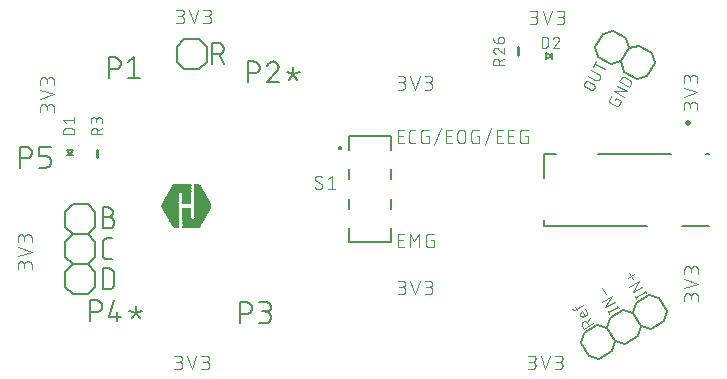
<source format=gbr>
G04 EAGLE Gerber RS-274X export*
G75*
%MOMM*%
%FSLAX34Y34*%
%LPD*%
%INSilkscreen Top*%
%IPPOS*%
%AMOC8*
5,1,8,0,0,1.08239X$1,22.5*%
G01*
%ADD10C,0.152400*%
%ADD11C,0.101600*%
%ADD12C,0.076200*%
%ADD13C,0.127000*%
%ADD14C,0.254000*%
%ADD15C,0.150000*%
%ADD16C,0.500000*%
%ADD17C,0.200000*%
%ADD18R,0.259075X0.015238*%
%ADD19R,1.310638X0.015238*%
%ADD20R,0.015238X0.015238*%
%ADD21R,0.304800X0.015238*%
%ADD22R,1.356356X0.015238*%
%ADD23R,0.335275X0.015238*%
%ADD24R,1.402075X0.015238*%
%ADD25R,0.365756X0.015238*%
%ADD26R,1.417319X0.015238*%
%ADD27R,0.381000X0.015238*%
%ADD28R,1.447800X0.015238*%
%ADD29R,0.396238X0.015238*%
%ADD30R,1.463037X0.015238*%
%ADD31R,0.411475X0.015238*%
%ADD32R,1.478275X0.015238*%
%ADD33R,0.426719X0.015238*%
%ADD34R,1.493519X0.015238*%
%ADD35R,0.441956X0.015238*%
%ADD36R,1.508756X0.015238*%
%ADD37R,0.457200X0.015238*%
%ADD38R,1.524000X0.015238*%
%ADD39R,0.472438X0.015238*%
%ADD40R,1.539238X0.015238*%
%ADD41R,0.487675X0.015238*%
%ADD42R,1.554475X0.015238*%
%ADD43R,0.502919X0.015238*%
%ADD44R,1.569719X0.015238*%
%ADD45R,0.518156X0.015238*%
%ADD46R,1.584956X0.015238*%
%ADD47R,0.533400X0.015238*%
%ADD48R,1.600200X0.015238*%
%ADD49R,0.548638X0.015238*%
%ADD50R,1.615438X0.015238*%
%ADD51R,0.563875X0.015238*%
%ADD52R,1.630675X0.015238*%
%ADD53R,0.579119X0.015238*%
%ADD54R,1.645919X0.015238*%
%ADD55R,0.594356X0.015238*%
%ADD56R,1.661156X0.015238*%
%ADD57R,0.609600X0.015238*%
%ADD58R,1.676400X0.015238*%
%ADD59R,0.624838X0.015238*%
%ADD60R,1.691638X0.015238*%
%ADD61R,0.640075X0.015238*%
%ADD62R,1.706875X0.015238*%
%ADD63R,0.655319X0.015238*%
%ADD64R,1.722119X0.015238*%
%ADD65R,0.670556X0.015238*%
%ADD66R,1.737356X0.015238*%
%ADD67R,0.685800X0.015238*%
%ADD68R,1.752600X0.015238*%
%ADD69R,0.701037X0.015238*%
%ADD70R,0.716275X0.015238*%
%ADD71R,0.731519X0.015238*%
%ADD72R,1.767838X0.015238*%
%ADD73R,1.783075X0.015238*%
%ADD74R,0.746756X0.015238*%
%ADD75R,1.798319X0.015238*%
%ADD76R,0.030481X0.015238*%
%ADD77R,0.762000X0.015238*%
%ADD78R,0.807719X0.015238*%
%ADD79R,0.868681X0.015238*%
%ADD80R,0.777238X0.015238*%
%ADD81R,0.853438X0.015238*%
%ADD82R,0.838200X0.015238*%
%ADD83R,0.792475X0.015238*%
%ADD84R,0.822963X0.015238*%
%ADD85R,0.822956X0.015238*%
%ADD86R,0.868675X0.015238*%
%ADD87R,0.883919X0.015238*%
%ADD88R,0.899156X0.015238*%
%ADD89R,0.914400X0.015238*%
%ADD90R,0.929638X0.015238*%
%ADD91R,0.944875X0.015238*%
%ADD92R,0.960119X0.015238*%
%ADD93R,0.975356X0.015238*%
%ADD94R,0.990600X0.015238*%
%ADD95R,1.005837X0.015238*%
%ADD96R,1.021075X0.015238*%
%ADD97R,1.036319X0.015238*%
%ADD98R,1.051556X0.015238*%
%ADD99R,1.066800X0.015238*%
%ADD100R,1.082037X0.015238*%
%ADD101R,1.097275X0.015238*%
%ADD102R,1.112519X0.015238*%
%ADD103R,1.127756X0.015238*%
%ADD104R,1.143000X0.015238*%
%ADD105R,1.158238X0.015238*%
%ADD106R,1.173475X0.015238*%
%ADD107R,1.188719X0.015238*%
%ADD108R,1.203956X0.015238*%
%ADD109R,1.219200X0.015238*%
%ADD110R,1.234438X0.015238*%
%ADD111R,1.249675X0.015238*%
%ADD112R,1.264919X0.015238*%
%ADD113R,1.280156X0.015238*%
%ADD114R,1.295400X0.015238*%
%ADD115R,1.325875X0.015238*%
%ADD116R,0.670563X0.015238*%
%ADD117R,1.341119X0.015238*%
%ADD118R,1.371600X0.015238*%
%ADD119R,1.386838X0.015238*%
%ADD120R,0.045719X0.015238*%
%ADD121R,0.060956X0.015238*%
%ADD122R,1.432556X0.015238*%
%ADD123R,0.106681X0.015238*%
%ADD124R,0.121919X0.015238*%
%ADD125R,0.152400X0.015238*%
%ADD126R,0.182875X0.015238*%
%ADD127R,0.030475X0.015238*%
%ADD128R,0.213363X0.015238*%
%ADD129R,0.076200X0.015238*%
%ADD130R,0.320038X0.015238*%
%ADD131R,0.243838X0.015238*%
%ADD132R,0.106675X0.015238*%
%ADD133R,0.274319X0.015238*%
%ADD134R,0.259081X0.015238*%
%ADD135R,0.198119X0.015238*%
%ADD136R,0.228600X0.015238*%


D10*
X78550Y297625D02*
X78550Y315405D01*
X83488Y315405D01*
X83628Y315403D01*
X83767Y315397D01*
X83907Y315387D01*
X84046Y315373D01*
X84185Y315356D01*
X84323Y315334D01*
X84460Y315308D01*
X84597Y315279D01*
X84733Y315246D01*
X84867Y315209D01*
X85001Y315168D01*
X85133Y315123D01*
X85265Y315074D01*
X85394Y315022D01*
X85522Y314967D01*
X85649Y314907D01*
X85774Y314844D01*
X85897Y314778D01*
X86018Y314708D01*
X86137Y314635D01*
X86254Y314558D01*
X86368Y314478D01*
X86481Y314395D01*
X86591Y314309D01*
X86698Y314219D01*
X86803Y314127D01*
X86905Y314032D01*
X87005Y313934D01*
X87102Y313833D01*
X87196Y313729D01*
X87286Y313623D01*
X87374Y313514D01*
X87459Y313403D01*
X87540Y313289D01*
X87619Y313174D01*
X87694Y313056D01*
X87765Y312936D01*
X87833Y312813D01*
X87898Y312690D01*
X87959Y312564D01*
X88017Y312436D01*
X88071Y312308D01*
X88121Y312177D01*
X88168Y312045D01*
X88211Y311912D01*
X88250Y311778D01*
X88285Y311643D01*
X88316Y311507D01*
X88344Y311369D01*
X88367Y311232D01*
X88387Y311093D01*
X88403Y310954D01*
X88415Y310815D01*
X88423Y310676D01*
X88427Y310536D01*
X88427Y310396D01*
X88423Y310256D01*
X88415Y310117D01*
X88403Y309978D01*
X88387Y309839D01*
X88367Y309700D01*
X88344Y309563D01*
X88316Y309425D01*
X88285Y309289D01*
X88250Y309154D01*
X88211Y309020D01*
X88168Y308887D01*
X88121Y308755D01*
X88071Y308624D01*
X88017Y308496D01*
X87959Y308368D01*
X87898Y308242D01*
X87833Y308119D01*
X87765Y307997D01*
X87694Y307876D01*
X87619Y307758D01*
X87540Y307643D01*
X87459Y307529D01*
X87374Y307418D01*
X87286Y307309D01*
X87196Y307203D01*
X87102Y307099D01*
X87005Y306998D01*
X86905Y306900D01*
X86803Y306805D01*
X86698Y306713D01*
X86591Y306623D01*
X86481Y306537D01*
X86368Y306454D01*
X86254Y306374D01*
X86137Y306297D01*
X86018Y306224D01*
X85897Y306154D01*
X85774Y306088D01*
X85649Y306025D01*
X85522Y305965D01*
X85394Y305910D01*
X85265Y305858D01*
X85133Y305809D01*
X85001Y305764D01*
X84867Y305723D01*
X84733Y305686D01*
X84597Y305653D01*
X84460Y305624D01*
X84323Y305598D01*
X84185Y305576D01*
X84046Y305559D01*
X83907Y305545D01*
X83767Y305535D01*
X83628Y305529D01*
X83488Y305527D01*
X78550Y305527D01*
X94545Y311453D02*
X99483Y315405D01*
X99483Y297625D01*
X94545Y297625D02*
X104422Y297625D01*
X196069Y294196D02*
X196069Y311976D01*
X201008Y311976D01*
X201148Y311974D01*
X201287Y311968D01*
X201427Y311958D01*
X201566Y311944D01*
X201705Y311927D01*
X201843Y311905D01*
X201980Y311879D01*
X202117Y311850D01*
X202253Y311817D01*
X202387Y311780D01*
X202521Y311739D01*
X202653Y311694D01*
X202785Y311645D01*
X202914Y311593D01*
X203042Y311538D01*
X203169Y311478D01*
X203294Y311415D01*
X203417Y311349D01*
X203538Y311279D01*
X203657Y311206D01*
X203774Y311129D01*
X203888Y311049D01*
X204001Y310966D01*
X204111Y310880D01*
X204218Y310790D01*
X204323Y310698D01*
X204425Y310603D01*
X204525Y310505D01*
X204622Y310404D01*
X204716Y310300D01*
X204806Y310194D01*
X204894Y310085D01*
X204979Y309974D01*
X205060Y309860D01*
X205139Y309745D01*
X205214Y309627D01*
X205285Y309507D01*
X205353Y309384D01*
X205418Y309261D01*
X205479Y309135D01*
X205537Y309007D01*
X205591Y308879D01*
X205641Y308748D01*
X205688Y308616D01*
X205731Y308483D01*
X205770Y308349D01*
X205805Y308214D01*
X205836Y308078D01*
X205864Y307940D01*
X205887Y307803D01*
X205907Y307664D01*
X205923Y307525D01*
X205935Y307386D01*
X205943Y307247D01*
X205947Y307107D01*
X205947Y306967D01*
X205943Y306827D01*
X205935Y306688D01*
X205923Y306549D01*
X205907Y306410D01*
X205887Y306271D01*
X205864Y306134D01*
X205836Y305996D01*
X205805Y305860D01*
X205770Y305725D01*
X205731Y305591D01*
X205688Y305458D01*
X205641Y305326D01*
X205591Y305195D01*
X205537Y305067D01*
X205479Y304939D01*
X205418Y304813D01*
X205353Y304690D01*
X205285Y304568D01*
X205214Y304447D01*
X205139Y304329D01*
X205060Y304214D01*
X204979Y304100D01*
X204894Y303989D01*
X204806Y303880D01*
X204716Y303774D01*
X204622Y303670D01*
X204525Y303569D01*
X204425Y303471D01*
X204323Y303376D01*
X204218Y303284D01*
X204111Y303194D01*
X204001Y303108D01*
X203888Y303025D01*
X203774Y302945D01*
X203657Y302868D01*
X203538Y302795D01*
X203417Y302725D01*
X203294Y302659D01*
X203169Y302596D01*
X203042Y302536D01*
X202914Y302481D01*
X202785Y302429D01*
X202653Y302380D01*
X202521Y302335D01*
X202387Y302294D01*
X202253Y302257D01*
X202117Y302224D01*
X201980Y302195D01*
X201843Y302169D01*
X201705Y302147D01*
X201566Y302130D01*
X201427Y302116D01*
X201287Y302106D01*
X201148Y302100D01*
X201008Y302098D01*
X196069Y302098D01*
X217497Y311976D02*
X217629Y311974D01*
X217760Y311968D01*
X217892Y311958D01*
X218023Y311945D01*
X218153Y311927D01*
X218283Y311906D01*
X218413Y311881D01*
X218541Y311852D01*
X218669Y311819D01*
X218795Y311782D01*
X218921Y311742D01*
X219045Y311698D01*
X219168Y311650D01*
X219289Y311599D01*
X219409Y311544D01*
X219527Y311486D01*
X219643Y311424D01*
X219757Y311358D01*
X219870Y311290D01*
X219980Y311218D01*
X220088Y311143D01*
X220194Y311064D01*
X220298Y310983D01*
X220399Y310898D01*
X220497Y310811D01*
X220593Y310720D01*
X220686Y310627D01*
X220777Y310531D01*
X220864Y310433D01*
X220949Y310332D01*
X221030Y310228D01*
X221109Y310122D01*
X221184Y310014D01*
X221256Y309904D01*
X221324Y309791D01*
X221390Y309677D01*
X221452Y309561D01*
X221510Y309443D01*
X221565Y309323D01*
X221616Y309202D01*
X221664Y309079D01*
X221708Y308955D01*
X221748Y308829D01*
X221785Y308703D01*
X221818Y308575D01*
X221847Y308447D01*
X221872Y308317D01*
X221893Y308187D01*
X221911Y308057D01*
X221924Y307926D01*
X221934Y307794D01*
X221940Y307663D01*
X221942Y307531D01*
X217497Y311976D02*
X217347Y311974D01*
X217198Y311968D01*
X217049Y311958D01*
X216900Y311945D01*
X216751Y311927D01*
X216603Y311906D01*
X216455Y311880D01*
X216309Y311851D01*
X216163Y311818D01*
X216018Y311781D01*
X215874Y311740D01*
X215731Y311696D01*
X215589Y311648D01*
X215449Y311596D01*
X215310Y311541D01*
X215172Y311482D01*
X215037Y311419D01*
X214902Y311353D01*
X214770Y311283D01*
X214640Y311210D01*
X214511Y311133D01*
X214384Y311053D01*
X214260Y310970D01*
X214138Y310884D01*
X214018Y310794D01*
X213901Y310701D01*
X213786Y310606D01*
X213673Y310507D01*
X213563Y310405D01*
X213456Y310301D01*
X213352Y310194D01*
X213250Y310084D01*
X213152Y309971D01*
X213056Y309856D01*
X212964Y309738D01*
X212874Y309618D01*
X212788Y309496D01*
X212705Y309372D01*
X212625Y309245D01*
X212549Y309117D01*
X212476Y308986D01*
X212406Y308853D01*
X212340Y308719D01*
X212278Y308583D01*
X212219Y308446D01*
X212163Y308307D01*
X212112Y308166D01*
X212064Y308025D01*
X220459Y304074D02*
X220555Y304167D01*
X220647Y304263D01*
X220737Y304362D01*
X220824Y304463D01*
X220909Y304566D01*
X220990Y304671D01*
X221068Y304779D01*
X221143Y304889D01*
X221216Y305001D01*
X221285Y305115D01*
X221351Y305231D01*
X221413Y305349D01*
X221472Y305468D01*
X221528Y305589D01*
X221581Y305712D01*
X221630Y305836D01*
X221675Y305961D01*
X221718Y306088D01*
X221756Y306215D01*
X221791Y306344D01*
X221822Y306473D01*
X221850Y306604D01*
X221874Y306735D01*
X221895Y306867D01*
X221911Y306999D01*
X221924Y307132D01*
X221934Y307265D01*
X221939Y307398D01*
X221941Y307531D01*
X220460Y304073D02*
X212064Y294196D01*
X221942Y294196D01*
X234311Y301110D02*
X234311Y307037D01*
X234311Y301110D02*
X237769Y296665D01*
X234311Y301110D02*
X230854Y296665D01*
X234311Y301110D02*
X239744Y303086D01*
X234311Y301110D02*
X228879Y303086D01*
X3143Y239998D02*
X3143Y222218D01*
X3143Y239998D02*
X8082Y239998D01*
X8222Y239996D01*
X8361Y239990D01*
X8501Y239980D01*
X8640Y239966D01*
X8779Y239949D01*
X8917Y239927D01*
X9054Y239901D01*
X9191Y239872D01*
X9327Y239839D01*
X9461Y239802D01*
X9595Y239761D01*
X9727Y239716D01*
X9859Y239667D01*
X9988Y239615D01*
X10116Y239560D01*
X10243Y239500D01*
X10368Y239437D01*
X10491Y239371D01*
X10612Y239301D01*
X10731Y239228D01*
X10848Y239151D01*
X10962Y239071D01*
X11075Y238988D01*
X11185Y238902D01*
X11292Y238812D01*
X11397Y238720D01*
X11499Y238625D01*
X11599Y238527D01*
X11696Y238426D01*
X11790Y238322D01*
X11880Y238216D01*
X11968Y238107D01*
X12053Y237996D01*
X12134Y237882D01*
X12213Y237767D01*
X12288Y237649D01*
X12359Y237529D01*
X12427Y237406D01*
X12492Y237283D01*
X12553Y237157D01*
X12611Y237029D01*
X12665Y236901D01*
X12715Y236770D01*
X12762Y236638D01*
X12805Y236505D01*
X12844Y236371D01*
X12879Y236236D01*
X12910Y236100D01*
X12938Y235962D01*
X12961Y235825D01*
X12981Y235686D01*
X12997Y235547D01*
X13009Y235408D01*
X13017Y235269D01*
X13021Y235129D01*
X13021Y234989D01*
X13017Y234849D01*
X13009Y234710D01*
X12997Y234571D01*
X12981Y234432D01*
X12961Y234293D01*
X12938Y234156D01*
X12910Y234018D01*
X12879Y233882D01*
X12844Y233747D01*
X12805Y233613D01*
X12762Y233480D01*
X12715Y233348D01*
X12665Y233217D01*
X12611Y233089D01*
X12553Y232961D01*
X12492Y232835D01*
X12427Y232712D01*
X12359Y232590D01*
X12288Y232469D01*
X12213Y232351D01*
X12134Y232236D01*
X12053Y232122D01*
X11968Y232011D01*
X11880Y231902D01*
X11790Y231796D01*
X11696Y231692D01*
X11599Y231591D01*
X11499Y231493D01*
X11397Y231398D01*
X11292Y231306D01*
X11185Y231216D01*
X11075Y231130D01*
X10962Y231047D01*
X10848Y230967D01*
X10731Y230890D01*
X10612Y230817D01*
X10491Y230747D01*
X10368Y230681D01*
X10243Y230618D01*
X10116Y230558D01*
X9988Y230503D01*
X9859Y230451D01*
X9727Y230402D01*
X9595Y230357D01*
X9461Y230316D01*
X9327Y230279D01*
X9191Y230246D01*
X9054Y230217D01*
X8917Y230191D01*
X8779Y230169D01*
X8640Y230152D01*
X8501Y230138D01*
X8361Y230128D01*
X8222Y230122D01*
X8082Y230120D01*
X3143Y230120D01*
X19138Y222218D02*
X25065Y222218D01*
X25189Y222220D01*
X25313Y222226D01*
X25437Y222236D01*
X25560Y222249D01*
X25683Y222267D01*
X25805Y222288D01*
X25927Y222313D01*
X26048Y222342D01*
X26167Y222375D01*
X26286Y222411D01*
X26403Y222452D01*
X26519Y222495D01*
X26634Y222543D01*
X26747Y222594D01*
X26859Y222649D01*
X26968Y222707D01*
X27076Y222768D01*
X27182Y222833D01*
X27286Y222901D01*
X27387Y222973D01*
X27487Y223047D01*
X27583Y223125D01*
X27678Y223205D01*
X27770Y223289D01*
X27859Y223375D01*
X27945Y223464D01*
X28029Y223556D01*
X28109Y223651D01*
X28187Y223747D01*
X28261Y223847D01*
X28333Y223948D01*
X28401Y224052D01*
X28466Y224158D01*
X28527Y224266D01*
X28585Y224375D01*
X28640Y224487D01*
X28691Y224600D01*
X28739Y224715D01*
X28782Y224831D01*
X28823Y224948D01*
X28859Y225067D01*
X28892Y225186D01*
X28921Y225307D01*
X28946Y225429D01*
X28967Y225551D01*
X28985Y225674D01*
X28998Y225797D01*
X29008Y225921D01*
X29014Y226045D01*
X29016Y226169D01*
X29016Y228145D01*
X29014Y228269D01*
X29008Y228393D01*
X28998Y228517D01*
X28985Y228640D01*
X28967Y228763D01*
X28946Y228885D01*
X28921Y229007D01*
X28892Y229128D01*
X28859Y229247D01*
X28823Y229366D01*
X28782Y229483D01*
X28739Y229599D01*
X28691Y229714D01*
X28640Y229827D01*
X28585Y229939D01*
X28527Y230048D01*
X28466Y230156D01*
X28401Y230262D01*
X28333Y230366D01*
X28261Y230467D01*
X28187Y230567D01*
X28109Y230663D01*
X28029Y230758D01*
X27945Y230850D01*
X27859Y230939D01*
X27770Y231025D01*
X27678Y231109D01*
X27583Y231189D01*
X27487Y231267D01*
X27387Y231341D01*
X27286Y231413D01*
X27182Y231481D01*
X27076Y231546D01*
X26968Y231607D01*
X26859Y231665D01*
X26747Y231720D01*
X26634Y231771D01*
X26519Y231819D01*
X26403Y231862D01*
X26286Y231903D01*
X26167Y231939D01*
X26048Y231972D01*
X25927Y232001D01*
X25805Y232026D01*
X25683Y232047D01*
X25560Y232065D01*
X25437Y232078D01*
X25313Y232088D01*
X25189Y232094D01*
X25065Y232096D01*
X19138Y232096D01*
X19138Y239998D01*
X29016Y239998D01*
X62675Y109823D02*
X62675Y92043D01*
X62675Y109823D02*
X67613Y109823D01*
X67753Y109821D01*
X67892Y109815D01*
X68032Y109805D01*
X68171Y109791D01*
X68310Y109774D01*
X68448Y109752D01*
X68585Y109726D01*
X68722Y109697D01*
X68858Y109664D01*
X68992Y109627D01*
X69126Y109586D01*
X69258Y109541D01*
X69390Y109492D01*
X69519Y109440D01*
X69647Y109385D01*
X69774Y109325D01*
X69899Y109262D01*
X70022Y109196D01*
X70143Y109126D01*
X70262Y109053D01*
X70379Y108976D01*
X70493Y108896D01*
X70606Y108813D01*
X70716Y108727D01*
X70823Y108637D01*
X70928Y108545D01*
X71030Y108450D01*
X71130Y108352D01*
X71227Y108251D01*
X71321Y108147D01*
X71411Y108041D01*
X71499Y107932D01*
X71584Y107821D01*
X71665Y107707D01*
X71744Y107592D01*
X71819Y107474D01*
X71890Y107354D01*
X71958Y107231D01*
X72023Y107108D01*
X72084Y106982D01*
X72142Y106854D01*
X72196Y106726D01*
X72246Y106595D01*
X72293Y106463D01*
X72336Y106330D01*
X72375Y106196D01*
X72410Y106061D01*
X72441Y105925D01*
X72469Y105787D01*
X72492Y105650D01*
X72512Y105511D01*
X72528Y105372D01*
X72540Y105233D01*
X72548Y105094D01*
X72552Y104954D01*
X72552Y104814D01*
X72548Y104674D01*
X72540Y104535D01*
X72528Y104396D01*
X72512Y104257D01*
X72492Y104118D01*
X72469Y103981D01*
X72441Y103843D01*
X72410Y103707D01*
X72375Y103572D01*
X72336Y103438D01*
X72293Y103305D01*
X72246Y103173D01*
X72196Y103042D01*
X72142Y102914D01*
X72084Y102786D01*
X72023Y102660D01*
X71958Y102537D01*
X71890Y102415D01*
X71819Y102294D01*
X71744Y102176D01*
X71665Y102061D01*
X71584Y101947D01*
X71499Y101836D01*
X71411Y101727D01*
X71321Y101621D01*
X71227Y101517D01*
X71130Y101416D01*
X71030Y101318D01*
X70928Y101223D01*
X70823Y101131D01*
X70716Y101041D01*
X70606Y100955D01*
X70493Y100872D01*
X70379Y100792D01*
X70262Y100715D01*
X70143Y100642D01*
X70022Y100572D01*
X69899Y100506D01*
X69774Y100443D01*
X69647Y100383D01*
X69519Y100328D01*
X69390Y100276D01*
X69258Y100227D01*
X69126Y100182D01*
X68992Y100141D01*
X68858Y100104D01*
X68722Y100071D01*
X68585Y100042D01*
X68448Y100016D01*
X68310Y99994D01*
X68171Y99977D01*
X68032Y99963D01*
X67892Y99953D01*
X67753Y99947D01*
X67613Y99945D01*
X62675Y99945D01*
X78670Y95994D02*
X82621Y109823D01*
X78670Y95994D02*
X88547Y95994D01*
X85584Y99945D02*
X85584Y92043D01*
X100917Y98958D02*
X100917Y104884D01*
X100917Y98958D02*
X104374Y94513D01*
X100917Y98958D02*
X97460Y94513D01*
X100917Y98958D02*
X106350Y100933D01*
X100917Y98958D02*
X95484Y100933D01*
X189675Y108236D02*
X189675Y90456D01*
X189675Y108236D02*
X194613Y108236D01*
X194753Y108234D01*
X194892Y108228D01*
X195032Y108218D01*
X195171Y108204D01*
X195310Y108187D01*
X195448Y108165D01*
X195585Y108139D01*
X195722Y108110D01*
X195858Y108077D01*
X195992Y108040D01*
X196126Y107999D01*
X196258Y107954D01*
X196390Y107905D01*
X196519Y107853D01*
X196647Y107798D01*
X196774Y107738D01*
X196899Y107675D01*
X197022Y107609D01*
X197143Y107539D01*
X197262Y107466D01*
X197379Y107389D01*
X197493Y107309D01*
X197606Y107226D01*
X197716Y107140D01*
X197823Y107050D01*
X197928Y106958D01*
X198030Y106863D01*
X198130Y106765D01*
X198227Y106664D01*
X198321Y106560D01*
X198411Y106454D01*
X198499Y106345D01*
X198584Y106234D01*
X198665Y106120D01*
X198744Y106005D01*
X198819Y105887D01*
X198890Y105767D01*
X198958Y105644D01*
X199023Y105521D01*
X199084Y105395D01*
X199142Y105267D01*
X199196Y105139D01*
X199246Y105008D01*
X199293Y104876D01*
X199336Y104743D01*
X199375Y104609D01*
X199410Y104474D01*
X199441Y104338D01*
X199469Y104200D01*
X199492Y104063D01*
X199512Y103924D01*
X199528Y103785D01*
X199540Y103646D01*
X199548Y103507D01*
X199552Y103367D01*
X199552Y103227D01*
X199548Y103087D01*
X199540Y102948D01*
X199528Y102809D01*
X199512Y102670D01*
X199492Y102531D01*
X199469Y102394D01*
X199441Y102256D01*
X199410Y102120D01*
X199375Y101985D01*
X199336Y101851D01*
X199293Y101718D01*
X199246Y101586D01*
X199196Y101455D01*
X199142Y101327D01*
X199084Y101199D01*
X199023Y101073D01*
X198958Y100950D01*
X198890Y100828D01*
X198819Y100707D01*
X198744Y100589D01*
X198665Y100474D01*
X198584Y100360D01*
X198499Y100249D01*
X198411Y100140D01*
X198321Y100034D01*
X198227Y99930D01*
X198130Y99829D01*
X198030Y99731D01*
X197928Y99636D01*
X197823Y99544D01*
X197716Y99454D01*
X197606Y99368D01*
X197493Y99285D01*
X197379Y99205D01*
X197262Y99128D01*
X197143Y99055D01*
X197022Y98985D01*
X196899Y98919D01*
X196774Y98856D01*
X196647Y98796D01*
X196519Y98741D01*
X196390Y98689D01*
X196258Y98640D01*
X196126Y98595D01*
X195992Y98554D01*
X195858Y98517D01*
X195722Y98484D01*
X195585Y98455D01*
X195448Y98429D01*
X195310Y98407D01*
X195171Y98390D01*
X195032Y98376D01*
X194892Y98366D01*
X194753Y98360D01*
X194613Y98358D01*
X189675Y98358D01*
X205670Y90456D02*
X210608Y90456D01*
X210748Y90458D01*
X210887Y90464D01*
X211027Y90474D01*
X211166Y90488D01*
X211305Y90505D01*
X211443Y90527D01*
X211580Y90553D01*
X211717Y90582D01*
X211853Y90615D01*
X211987Y90652D01*
X212121Y90693D01*
X212253Y90738D01*
X212385Y90787D01*
X212514Y90839D01*
X212642Y90894D01*
X212769Y90954D01*
X212894Y91017D01*
X213017Y91083D01*
X213138Y91153D01*
X213257Y91226D01*
X213374Y91303D01*
X213488Y91383D01*
X213601Y91466D01*
X213711Y91552D01*
X213818Y91642D01*
X213923Y91734D01*
X214025Y91829D01*
X214125Y91927D01*
X214222Y92028D01*
X214316Y92132D01*
X214406Y92238D01*
X214494Y92347D01*
X214579Y92458D01*
X214660Y92572D01*
X214739Y92687D01*
X214814Y92805D01*
X214885Y92926D01*
X214953Y93048D01*
X215018Y93171D01*
X215079Y93297D01*
X215137Y93425D01*
X215191Y93553D01*
X215241Y93684D01*
X215288Y93816D01*
X215331Y93949D01*
X215370Y94083D01*
X215405Y94218D01*
X215436Y94354D01*
X215464Y94492D01*
X215487Y94629D01*
X215507Y94768D01*
X215523Y94907D01*
X215535Y95046D01*
X215543Y95185D01*
X215547Y95325D01*
X215547Y95465D01*
X215543Y95605D01*
X215535Y95744D01*
X215523Y95883D01*
X215507Y96022D01*
X215487Y96161D01*
X215464Y96298D01*
X215436Y96436D01*
X215405Y96572D01*
X215370Y96707D01*
X215331Y96841D01*
X215288Y96974D01*
X215241Y97106D01*
X215191Y97237D01*
X215137Y97365D01*
X215079Y97493D01*
X215018Y97619D01*
X214953Y97742D01*
X214885Y97865D01*
X214814Y97985D01*
X214739Y98103D01*
X214660Y98218D01*
X214579Y98332D01*
X214494Y98443D01*
X214406Y98552D01*
X214316Y98658D01*
X214222Y98762D01*
X214125Y98863D01*
X214025Y98961D01*
X213923Y99056D01*
X213818Y99148D01*
X213711Y99238D01*
X213601Y99324D01*
X213488Y99407D01*
X213374Y99487D01*
X213257Y99564D01*
X213138Y99637D01*
X213017Y99707D01*
X212894Y99773D01*
X212769Y99836D01*
X212642Y99896D01*
X212514Y99951D01*
X212385Y100003D01*
X212253Y100052D01*
X212121Y100097D01*
X211987Y100138D01*
X211853Y100175D01*
X211717Y100208D01*
X211580Y100237D01*
X211443Y100263D01*
X211305Y100285D01*
X211166Y100302D01*
X211027Y100316D01*
X210887Y100326D01*
X210748Y100332D01*
X210608Y100334D01*
X211596Y108236D02*
X205670Y108236D01*
X211596Y108236D02*
X211720Y108234D01*
X211844Y108228D01*
X211968Y108218D01*
X212091Y108205D01*
X212214Y108187D01*
X212336Y108166D01*
X212458Y108141D01*
X212579Y108112D01*
X212698Y108079D01*
X212817Y108043D01*
X212934Y108002D01*
X213050Y107959D01*
X213165Y107911D01*
X213278Y107860D01*
X213390Y107805D01*
X213499Y107747D01*
X213607Y107686D01*
X213713Y107621D01*
X213817Y107553D01*
X213918Y107481D01*
X214018Y107407D01*
X214114Y107329D01*
X214209Y107249D01*
X214301Y107165D01*
X214390Y107079D01*
X214476Y106990D01*
X214560Y106898D01*
X214640Y106803D01*
X214718Y106707D01*
X214792Y106607D01*
X214864Y106506D01*
X214932Y106402D01*
X214997Y106296D01*
X215058Y106188D01*
X215116Y106079D01*
X215171Y105967D01*
X215222Y105854D01*
X215270Y105739D01*
X215313Y105623D01*
X215354Y105506D01*
X215390Y105387D01*
X215423Y105268D01*
X215452Y105147D01*
X215477Y105025D01*
X215498Y104903D01*
X215516Y104780D01*
X215529Y104657D01*
X215539Y104533D01*
X215545Y104409D01*
X215547Y104285D01*
X215545Y104161D01*
X215539Y104037D01*
X215529Y103913D01*
X215516Y103790D01*
X215498Y103667D01*
X215477Y103545D01*
X215452Y103423D01*
X215423Y103302D01*
X215390Y103183D01*
X215354Y103064D01*
X215313Y102947D01*
X215270Y102831D01*
X215222Y102716D01*
X215171Y102603D01*
X215116Y102491D01*
X215058Y102382D01*
X214997Y102274D01*
X214932Y102168D01*
X214864Y102064D01*
X214792Y101963D01*
X214718Y101863D01*
X214640Y101767D01*
X214560Y101672D01*
X214476Y101580D01*
X214390Y101491D01*
X214301Y101405D01*
X214209Y101321D01*
X214114Y101241D01*
X214018Y101163D01*
X213918Y101089D01*
X213817Y101017D01*
X213713Y100949D01*
X213607Y100884D01*
X213499Y100823D01*
X213390Y100765D01*
X213278Y100710D01*
X213165Y100659D01*
X213050Y100611D01*
X212934Y100568D01*
X212817Y100527D01*
X212698Y100491D01*
X212579Y100458D01*
X212458Y100429D01*
X212336Y100404D01*
X212214Y100383D01*
X212091Y100365D01*
X211968Y100352D01*
X211844Y100342D01*
X211720Y100336D01*
X211596Y100334D01*
X207645Y100334D01*
X165573Y310071D02*
X165573Y327851D01*
X170512Y327851D01*
X170652Y327849D01*
X170791Y327843D01*
X170931Y327833D01*
X171070Y327819D01*
X171209Y327802D01*
X171347Y327780D01*
X171484Y327754D01*
X171621Y327725D01*
X171757Y327692D01*
X171891Y327655D01*
X172025Y327614D01*
X172157Y327569D01*
X172289Y327520D01*
X172418Y327468D01*
X172546Y327413D01*
X172673Y327353D01*
X172798Y327290D01*
X172921Y327224D01*
X173042Y327154D01*
X173161Y327081D01*
X173278Y327004D01*
X173392Y326924D01*
X173505Y326841D01*
X173615Y326755D01*
X173722Y326665D01*
X173827Y326573D01*
X173929Y326478D01*
X174029Y326380D01*
X174126Y326279D01*
X174220Y326175D01*
X174310Y326069D01*
X174398Y325960D01*
X174483Y325849D01*
X174564Y325735D01*
X174643Y325620D01*
X174718Y325502D01*
X174789Y325382D01*
X174857Y325259D01*
X174922Y325136D01*
X174983Y325010D01*
X175041Y324882D01*
X175095Y324754D01*
X175145Y324623D01*
X175192Y324491D01*
X175235Y324358D01*
X175274Y324224D01*
X175309Y324089D01*
X175340Y323953D01*
X175368Y323815D01*
X175391Y323678D01*
X175411Y323539D01*
X175427Y323400D01*
X175439Y323261D01*
X175447Y323122D01*
X175451Y322982D01*
X175451Y322842D01*
X175447Y322702D01*
X175439Y322563D01*
X175427Y322424D01*
X175411Y322285D01*
X175391Y322146D01*
X175368Y322009D01*
X175340Y321871D01*
X175309Y321735D01*
X175274Y321600D01*
X175235Y321466D01*
X175192Y321333D01*
X175145Y321201D01*
X175095Y321070D01*
X175041Y320942D01*
X174983Y320814D01*
X174922Y320688D01*
X174857Y320565D01*
X174789Y320443D01*
X174718Y320322D01*
X174643Y320204D01*
X174564Y320089D01*
X174483Y319975D01*
X174398Y319864D01*
X174310Y319755D01*
X174220Y319649D01*
X174126Y319545D01*
X174029Y319444D01*
X173929Y319346D01*
X173827Y319251D01*
X173722Y319159D01*
X173615Y319069D01*
X173505Y318983D01*
X173392Y318900D01*
X173278Y318820D01*
X173161Y318743D01*
X173042Y318670D01*
X172921Y318600D01*
X172798Y318534D01*
X172673Y318471D01*
X172546Y318411D01*
X172418Y318356D01*
X172289Y318304D01*
X172157Y318255D01*
X172025Y318210D01*
X171891Y318169D01*
X171757Y318132D01*
X171621Y318099D01*
X171484Y318070D01*
X171347Y318044D01*
X171209Y318022D01*
X171070Y318005D01*
X170931Y317991D01*
X170791Y317981D01*
X170652Y317975D01*
X170512Y317973D01*
X165573Y317973D01*
X171499Y317973D02*
X175451Y310071D01*
X80895Y144431D02*
X76944Y144431D01*
X76820Y144433D01*
X76696Y144439D01*
X76572Y144449D01*
X76449Y144462D01*
X76326Y144480D01*
X76204Y144501D01*
X76082Y144526D01*
X75961Y144555D01*
X75842Y144588D01*
X75723Y144624D01*
X75606Y144665D01*
X75490Y144708D01*
X75375Y144756D01*
X75262Y144807D01*
X75150Y144862D01*
X75041Y144920D01*
X74933Y144981D01*
X74827Y145046D01*
X74723Y145114D01*
X74622Y145186D01*
X74522Y145260D01*
X74426Y145338D01*
X74331Y145418D01*
X74239Y145502D01*
X74150Y145588D01*
X74064Y145677D01*
X73980Y145769D01*
X73900Y145864D01*
X73822Y145960D01*
X73748Y146060D01*
X73676Y146161D01*
X73608Y146265D01*
X73543Y146371D01*
X73482Y146479D01*
X73424Y146588D01*
X73369Y146700D01*
X73318Y146813D01*
X73270Y146928D01*
X73227Y147044D01*
X73186Y147161D01*
X73150Y147280D01*
X73117Y147399D01*
X73088Y147520D01*
X73063Y147642D01*
X73042Y147764D01*
X73024Y147887D01*
X73011Y148010D01*
X73001Y148134D01*
X72995Y148258D01*
X72993Y148382D01*
X72993Y158260D01*
X72995Y158384D01*
X73001Y158508D01*
X73011Y158632D01*
X73024Y158755D01*
X73042Y158878D01*
X73063Y159000D01*
X73088Y159122D01*
X73117Y159243D01*
X73150Y159362D01*
X73186Y159481D01*
X73227Y159598D01*
X73270Y159714D01*
X73318Y159829D01*
X73369Y159942D01*
X73424Y160054D01*
X73482Y160163D01*
X73543Y160271D01*
X73608Y160377D01*
X73676Y160481D01*
X73748Y160582D01*
X73822Y160682D01*
X73900Y160778D01*
X73980Y160873D01*
X74064Y160965D01*
X74150Y161054D01*
X74239Y161140D01*
X74331Y161224D01*
X74426Y161304D01*
X74522Y161382D01*
X74622Y161456D01*
X74723Y161528D01*
X74827Y161596D01*
X74933Y161661D01*
X75041Y161722D01*
X75150Y161780D01*
X75262Y161835D01*
X75375Y161886D01*
X75490Y161934D01*
X75606Y161977D01*
X75723Y162018D01*
X75842Y162054D01*
X75961Y162087D01*
X76082Y162116D01*
X76204Y162141D01*
X76326Y162162D01*
X76449Y162180D01*
X76572Y162193D01*
X76696Y162203D01*
X76820Y162209D01*
X76944Y162211D01*
X80895Y162211D01*
X77932Y180502D02*
X72993Y180502D01*
X77932Y180502D02*
X78072Y180500D01*
X78211Y180494D01*
X78351Y180484D01*
X78490Y180470D01*
X78629Y180453D01*
X78767Y180431D01*
X78904Y180405D01*
X79041Y180376D01*
X79177Y180343D01*
X79311Y180306D01*
X79445Y180265D01*
X79577Y180220D01*
X79709Y180171D01*
X79838Y180119D01*
X79966Y180064D01*
X80093Y180004D01*
X80218Y179941D01*
X80341Y179875D01*
X80462Y179805D01*
X80581Y179732D01*
X80698Y179655D01*
X80812Y179575D01*
X80925Y179492D01*
X81035Y179406D01*
X81142Y179316D01*
X81247Y179224D01*
X81349Y179129D01*
X81449Y179031D01*
X81546Y178930D01*
X81640Y178826D01*
X81730Y178720D01*
X81818Y178611D01*
X81903Y178500D01*
X81984Y178386D01*
X82063Y178271D01*
X82138Y178153D01*
X82209Y178033D01*
X82277Y177910D01*
X82342Y177787D01*
X82403Y177661D01*
X82461Y177533D01*
X82515Y177405D01*
X82565Y177274D01*
X82612Y177142D01*
X82655Y177009D01*
X82694Y176875D01*
X82729Y176740D01*
X82760Y176604D01*
X82788Y176466D01*
X82811Y176329D01*
X82831Y176190D01*
X82847Y176051D01*
X82859Y175912D01*
X82867Y175773D01*
X82871Y175633D01*
X82871Y175493D01*
X82867Y175353D01*
X82859Y175214D01*
X82847Y175075D01*
X82831Y174936D01*
X82811Y174797D01*
X82788Y174660D01*
X82760Y174522D01*
X82729Y174386D01*
X82694Y174251D01*
X82655Y174117D01*
X82612Y173984D01*
X82565Y173852D01*
X82515Y173721D01*
X82461Y173593D01*
X82403Y173465D01*
X82342Y173339D01*
X82277Y173216D01*
X82209Y173094D01*
X82138Y172973D01*
X82063Y172855D01*
X81984Y172740D01*
X81903Y172626D01*
X81818Y172515D01*
X81730Y172406D01*
X81640Y172300D01*
X81546Y172196D01*
X81449Y172095D01*
X81349Y171997D01*
X81247Y171902D01*
X81142Y171810D01*
X81035Y171720D01*
X80925Y171634D01*
X80812Y171551D01*
X80698Y171471D01*
X80581Y171394D01*
X80462Y171321D01*
X80341Y171251D01*
X80218Y171185D01*
X80093Y171122D01*
X79966Y171062D01*
X79838Y171007D01*
X79709Y170955D01*
X79577Y170906D01*
X79445Y170861D01*
X79311Y170820D01*
X79177Y170783D01*
X79041Y170750D01*
X78904Y170721D01*
X78767Y170695D01*
X78629Y170673D01*
X78490Y170656D01*
X78351Y170642D01*
X78211Y170632D01*
X78072Y170626D01*
X77932Y170624D01*
X77932Y170625D02*
X72993Y170625D01*
X72993Y188405D01*
X77932Y188405D01*
X77932Y188404D02*
X78056Y188402D01*
X78180Y188396D01*
X78304Y188386D01*
X78427Y188373D01*
X78550Y188355D01*
X78672Y188334D01*
X78794Y188309D01*
X78915Y188280D01*
X79034Y188247D01*
X79153Y188211D01*
X79270Y188170D01*
X79386Y188127D01*
X79501Y188079D01*
X79614Y188028D01*
X79726Y187973D01*
X79835Y187915D01*
X79943Y187854D01*
X80049Y187789D01*
X80153Y187721D01*
X80254Y187649D01*
X80354Y187575D01*
X80450Y187497D01*
X80545Y187417D01*
X80637Y187333D01*
X80726Y187247D01*
X80812Y187158D01*
X80896Y187066D01*
X80976Y186971D01*
X81054Y186875D01*
X81128Y186775D01*
X81200Y186674D01*
X81268Y186570D01*
X81333Y186464D01*
X81394Y186356D01*
X81452Y186247D01*
X81507Y186135D01*
X81558Y186022D01*
X81606Y185907D01*
X81649Y185791D01*
X81690Y185674D01*
X81726Y185555D01*
X81759Y185436D01*
X81788Y185315D01*
X81813Y185193D01*
X81834Y185071D01*
X81852Y184948D01*
X81865Y184825D01*
X81875Y184701D01*
X81881Y184577D01*
X81883Y184453D01*
X81881Y184329D01*
X81875Y184205D01*
X81865Y184081D01*
X81852Y183958D01*
X81834Y183835D01*
X81813Y183713D01*
X81788Y183591D01*
X81759Y183470D01*
X81726Y183351D01*
X81690Y183232D01*
X81649Y183115D01*
X81606Y182999D01*
X81558Y182884D01*
X81507Y182771D01*
X81452Y182659D01*
X81394Y182550D01*
X81333Y182442D01*
X81268Y182336D01*
X81200Y182232D01*
X81128Y182131D01*
X81054Y182031D01*
X80976Y181935D01*
X80896Y181840D01*
X80812Y181748D01*
X80726Y181659D01*
X80637Y181573D01*
X80545Y181489D01*
X80450Y181409D01*
X80354Y181331D01*
X80254Y181257D01*
X80153Y181185D01*
X80049Y181117D01*
X79943Y181052D01*
X79835Y180991D01*
X79726Y180933D01*
X79614Y180878D01*
X79501Y180827D01*
X79386Y180779D01*
X79270Y180736D01*
X79153Y180695D01*
X79034Y180659D01*
X78915Y180626D01*
X78794Y180597D01*
X78672Y180572D01*
X78550Y180551D01*
X78427Y180533D01*
X78304Y180520D01*
X78180Y180510D01*
X78056Y180504D01*
X77932Y180502D01*
X72993Y136811D02*
X72993Y119031D01*
X72993Y136811D02*
X77932Y136811D01*
X78071Y136809D01*
X78209Y136803D01*
X78347Y136794D01*
X78485Y136780D01*
X78622Y136763D01*
X78759Y136741D01*
X78896Y136716D01*
X79031Y136687D01*
X79166Y136654D01*
X79299Y136618D01*
X79432Y136578D01*
X79563Y136534D01*
X79693Y136486D01*
X79822Y136435D01*
X79949Y136380D01*
X80075Y136322D01*
X80199Y136260D01*
X80321Y136195D01*
X80441Y136126D01*
X80560Y136054D01*
X80676Y135979D01*
X80790Y135900D01*
X80902Y135818D01*
X81011Y135733D01*
X81119Y135646D01*
X81223Y135555D01*
X81325Y135461D01*
X81424Y135364D01*
X81521Y135265D01*
X81615Y135163D01*
X81706Y135059D01*
X81793Y134951D01*
X81878Y134842D01*
X81960Y134730D01*
X82039Y134616D01*
X82114Y134500D01*
X82186Y134381D01*
X82255Y134261D01*
X82320Y134139D01*
X82382Y134015D01*
X82440Y133889D01*
X82495Y133762D01*
X82546Y133633D01*
X82594Y133503D01*
X82638Y133372D01*
X82678Y133239D01*
X82714Y133106D01*
X82747Y132971D01*
X82776Y132836D01*
X82801Y132699D01*
X82823Y132562D01*
X82840Y132425D01*
X82854Y132287D01*
X82863Y132149D01*
X82869Y132011D01*
X82871Y131872D01*
X82871Y123970D01*
X82869Y123831D01*
X82863Y123693D01*
X82854Y123555D01*
X82840Y123417D01*
X82823Y123280D01*
X82801Y123143D01*
X82776Y123006D01*
X82747Y122871D01*
X82714Y122736D01*
X82678Y122603D01*
X82638Y122470D01*
X82594Y122339D01*
X82546Y122209D01*
X82495Y122080D01*
X82440Y121953D01*
X82382Y121827D01*
X82320Y121703D01*
X82255Y121581D01*
X82186Y121461D01*
X82114Y121342D01*
X82039Y121226D01*
X81960Y121112D01*
X81878Y121000D01*
X81793Y120891D01*
X81706Y120783D01*
X81615Y120679D01*
X81521Y120577D01*
X81424Y120478D01*
X81325Y120381D01*
X81223Y120287D01*
X81119Y120196D01*
X81011Y120109D01*
X80902Y120024D01*
X80790Y119942D01*
X80676Y119863D01*
X80560Y119788D01*
X80441Y119716D01*
X80321Y119647D01*
X80199Y119582D01*
X80075Y119520D01*
X79949Y119462D01*
X79822Y119407D01*
X79693Y119356D01*
X79563Y119308D01*
X79432Y119264D01*
X79299Y119224D01*
X79166Y119188D01*
X79031Y119155D01*
X78896Y119126D01*
X78759Y119101D01*
X78622Y119079D01*
X78485Y119062D01*
X78347Y119048D01*
X78209Y119039D01*
X78071Y119033D01*
X77932Y119031D01*
X72993Y119031D01*
D11*
X135446Y344202D02*
X138691Y344202D01*
X138691Y344201D02*
X138804Y344203D01*
X138917Y344209D01*
X139030Y344219D01*
X139143Y344233D01*
X139255Y344250D01*
X139366Y344272D01*
X139476Y344297D01*
X139586Y344327D01*
X139694Y344360D01*
X139801Y344397D01*
X139907Y344437D01*
X140011Y344482D01*
X140114Y344530D01*
X140215Y344581D01*
X140314Y344636D01*
X140411Y344694D01*
X140506Y344756D01*
X140599Y344821D01*
X140689Y344889D01*
X140777Y344960D01*
X140863Y345035D01*
X140946Y345112D01*
X141026Y345192D01*
X141103Y345275D01*
X141178Y345361D01*
X141249Y345449D01*
X141317Y345539D01*
X141382Y345632D01*
X141444Y345727D01*
X141502Y345824D01*
X141557Y345923D01*
X141608Y346024D01*
X141656Y346127D01*
X141701Y346231D01*
X141741Y346337D01*
X141778Y346444D01*
X141811Y346552D01*
X141841Y346662D01*
X141866Y346772D01*
X141888Y346883D01*
X141905Y346995D01*
X141919Y347108D01*
X141929Y347221D01*
X141935Y347334D01*
X141937Y347447D01*
X141935Y347560D01*
X141929Y347673D01*
X141919Y347786D01*
X141905Y347899D01*
X141888Y348011D01*
X141866Y348122D01*
X141841Y348232D01*
X141811Y348342D01*
X141778Y348450D01*
X141741Y348557D01*
X141701Y348663D01*
X141656Y348767D01*
X141608Y348870D01*
X141557Y348971D01*
X141502Y349070D01*
X141444Y349167D01*
X141382Y349262D01*
X141317Y349355D01*
X141249Y349445D01*
X141178Y349533D01*
X141103Y349619D01*
X141026Y349702D01*
X140946Y349782D01*
X140863Y349859D01*
X140777Y349934D01*
X140689Y350005D01*
X140599Y350073D01*
X140506Y350138D01*
X140411Y350200D01*
X140314Y350258D01*
X140215Y350313D01*
X140114Y350364D01*
X140011Y350412D01*
X139907Y350457D01*
X139801Y350497D01*
X139694Y350534D01*
X139586Y350567D01*
X139476Y350597D01*
X139366Y350622D01*
X139255Y350644D01*
X139143Y350661D01*
X139030Y350675D01*
X138917Y350685D01*
X138804Y350691D01*
X138691Y350693D01*
X139340Y355886D02*
X135446Y355886D01*
X139340Y355885D02*
X139441Y355883D01*
X139541Y355877D01*
X139641Y355867D01*
X139741Y355854D01*
X139840Y355836D01*
X139939Y355815D01*
X140036Y355790D01*
X140133Y355761D01*
X140228Y355728D01*
X140322Y355692D01*
X140414Y355652D01*
X140505Y355609D01*
X140594Y355562D01*
X140681Y355512D01*
X140767Y355458D01*
X140850Y355401D01*
X140930Y355341D01*
X141009Y355278D01*
X141085Y355211D01*
X141158Y355142D01*
X141228Y355070D01*
X141296Y354996D01*
X141361Y354919D01*
X141422Y354839D01*
X141481Y354757D01*
X141536Y354673D01*
X141588Y354587D01*
X141637Y354499D01*
X141682Y354409D01*
X141724Y354317D01*
X141762Y354224D01*
X141796Y354129D01*
X141827Y354034D01*
X141854Y353937D01*
X141877Y353839D01*
X141897Y353740D01*
X141912Y353640D01*
X141924Y353540D01*
X141932Y353440D01*
X141936Y353339D01*
X141936Y353239D01*
X141932Y353138D01*
X141924Y353038D01*
X141912Y352938D01*
X141897Y352838D01*
X141877Y352739D01*
X141854Y352641D01*
X141827Y352544D01*
X141796Y352449D01*
X141762Y352354D01*
X141724Y352261D01*
X141682Y352169D01*
X141637Y352079D01*
X141588Y351991D01*
X141536Y351905D01*
X141481Y351821D01*
X141422Y351739D01*
X141361Y351659D01*
X141296Y351582D01*
X141228Y351508D01*
X141158Y351436D01*
X141085Y351367D01*
X141009Y351300D01*
X140930Y351237D01*
X140850Y351177D01*
X140767Y351120D01*
X140681Y351066D01*
X140594Y351016D01*
X140505Y350969D01*
X140414Y350926D01*
X140322Y350886D01*
X140228Y350850D01*
X140133Y350817D01*
X140036Y350788D01*
X139939Y350763D01*
X139840Y350742D01*
X139741Y350724D01*
X139641Y350711D01*
X139541Y350701D01*
X139441Y350695D01*
X139340Y350693D01*
X136744Y350693D01*
X146226Y355886D02*
X150121Y344202D01*
X154016Y355886D01*
X158305Y344202D02*
X161551Y344202D01*
X161551Y344201D02*
X161664Y344203D01*
X161777Y344209D01*
X161890Y344219D01*
X162003Y344233D01*
X162115Y344250D01*
X162226Y344272D01*
X162336Y344297D01*
X162446Y344327D01*
X162554Y344360D01*
X162661Y344397D01*
X162767Y344437D01*
X162871Y344482D01*
X162974Y344530D01*
X163075Y344581D01*
X163174Y344636D01*
X163271Y344694D01*
X163366Y344756D01*
X163459Y344821D01*
X163549Y344889D01*
X163637Y344960D01*
X163723Y345035D01*
X163806Y345112D01*
X163886Y345192D01*
X163963Y345275D01*
X164038Y345361D01*
X164109Y345449D01*
X164177Y345539D01*
X164242Y345632D01*
X164304Y345727D01*
X164362Y345824D01*
X164417Y345923D01*
X164468Y346024D01*
X164516Y346127D01*
X164561Y346231D01*
X164601Y346337D01*
X164638Y346444D01*
X164671Y346552D01*
X164701Y346662D01*
X164726Y346772D01*
X164748Y346883D01*
X164765Y346995D01*
X164779Y347108D01*
X164789Y347221D01*
X164795Y347334D01*
X164797Y347447D01*
X164795Y347560D01*
X164789Y347673D01*
X164779Y347786D01*
X164765Y347899D01*
X164748Y348011D01*
X164726Y348122D01*
X164701Y348232D01*
X164671Y348342D01*
X164638Y348450D01*
X164601Y348557D01*
X164561Y348663D01*
X164516Y348767D01*
X164468Y348870D01*
X164417Y348971D01*
X164362Y349070D01*
X164304Y349167D01*
X164242Y349262D01*
X164177Y349355D01*
X164109Y349445D01*
X164038Y349533D01*
X163963Y349619D01*
X163886Y349702D01*
X163806Y349782D01*
X163723Y349859D01*
X163637Y349934D01*
X163549Y350005D01*
X163459Y350073D01*
X163366Y350138D01*
X163271Y350200D01*
X163174Y350258D01*
X163075Y350313D01*
X162974Y350364D01*
X162871Y350412D01*
X162767Y350457D01*
X162661Y350497D01*
X162554Y350534D01*
X162446Y350567D01*
X162336Y350597D01*
X162226Y350622D01*
X162115Y350644D01*
X162003Y350661D01*
X161890Y350675D01*
X161777Y350685D01*
X161664Y350691D01*
X161551Y350693D01*
X162200Y355886D02*
X158305Y355886D01*
X162200Y355885D02*
X162301Y355883D01*
X162401Y355877D01*
X162501Y355867D01*
X162601Y355854D01*
X162700Y355836D01*
X162799Y355815D01*
X162896Y355790D01*
X162993Y355761D01*
X163088Y355728D01*
X163182Y355692D01*
X163274Y355652D01*
X163365Y355609D01*
X163454Y355562D01*
X163541Y355512D01*
X163627Y355458D01*
X163710Y355401D01*
X163790Y355341D01*
X163869Y355278D01*
X163945Y355211D01*
X164018Y355142D01*
X164088Y355070D01*
X164156Y354996D01*
X164221Y354919D01*
X164282Y354839D01*
X164341Y354757D01*
X164396Y354673D01*
X164448Y354587D01*
X164497Y354499D01*
X164542Y354409D01*
X164584Y354317D01*
X164622Y354224D01*
X164656Y354129D01*
X164687Y354034D01*
X164714Y353937D01*
X164737Y353839D01*
X164757Y353740D01*
X164772Y353640D01*
X164784Y353540D01*
X164792Y353440D01*
X164796Y353339D01*
X164796Y353239D01*
X164792Y353138D01*
X164784Y353038D01*
X164772Y352938D01*
X164757Y352838D01*
X164737Y352739D01*
X164714Y352641D01*
X164687Y352544D01*
X164656Y352449D01*
X164622Y352354D01*
X164584Y352261D01*
X164542Y352169D01*
X164497Y352079D01*
X164448Y351991D01*
X164396Y351905D01*
X164341Y351821D01*
X164282Y351739D01*
X164221Y351659D01*
X164156Y351582D01*
X164088Y351508D01*
X164018Y351436D01*
X163945Y351367D01*
X163869Y351300D01*
X163790Y351237D01*
X163710Y351177D01*
X163627Y351120D01*
X163541Y351066D01*
X163454Y351016D01*
X163365Y350969D01*
X163274Y350926D01*
X163182Y350886D01*
X163088Y350850D01*
X162993Y350817D01*
X162896Y350788D01*
X162799Y350763D01*
X162700Y350742D01*
X162601Y350724D01*
X162501Y350711D01*
X162401Y350701D01*
X162301Y350695D01*
X162200Y350693D01*
X159604Y350693D01*
X322771Y287846D02*
X326016Y287846D01*
X326016Y287845D02*
X326129Y287847D01*
X326242Y287853D01*
X326355Y287863D01*
X326468Y287877D01*
X326580Y287894D01*
X326691Y287916D01*
X326801Y287941D01*
X326911Y287971D01*
X327019Y288004D01*
X327126Y288041D01*
X327232Y288081D01*
X327336Y288126D01*
X327439Y288174D01*
X327540Y288225D01*
X327639Y288280D01*
X327736Y288338D01*
X327831Y288400D01*
X327924Y288465D01*
X328014Y288533D01*
X328102Y288604D01*
X328188Y288679D01*
X328271Y288756D01*
X328351Y288836D01*
X328428Y288919D01*
X328503Y289005D01*
X328574Y289093D01*
X328642Y289183D01*
X328707Y289276D01*
X328769Y289371D01*
X328827Y289468D01*
X328882Y289567D01*
X328933Y289668D01*
X328981Y289771D01*
X329026Y289875D01*
X329066Y289981D01*
X329103Y290088D01*
X329136Y290196D01*
X329166Y290306D01*
X329191Y290416D01*
X329213Y290527D01*
X329230Y290639D01*
X329244Y290752D01*
X329254Y290865D01*
X329260Y290978D01*
X329262Y291091D01*
X329260Y291204D01*
X329254Y291317D01*
X329244Y291430D01*
X329230Y291543D01*
X329213Y291655D01*
X329191Y291766D01*
X329166Y291876D01*
X329136Y291986D01*
X329103Y292094D01*
X329066Y292201D01*
X329026Y292307D01*
X328981Y292411D01*
X328933Y292514D01*
X328882Y292615D01*
X328827Y292714D01*
X328769Y292811D01*
X328707Y292906D01*
X328642Y292999D01*
X328574Y293089D01*
X328503Y293177D01*
X328428Y293263D01*
X328351Y293346D01*
X328271Y293426D01*
X328188Y293503D01*
X328102Y293578D01*
X328014Y293649D01*
X327924Y293717D01*
X327831Y293782D01*
X327736Y293844D01*
X327639Y293902D01*
X327540Y293957D01*
X327439Y294008D01*
X327336Y294056D01*
X327232Y294101D01*
X327126Y294141D01*
X327019Y294178D01*
X326911Y294211D01*
X326801Y294241D01*
X326691Y294266D01*
X326580Y294288D01*
X326468Y294305D01*
X326355Y294319D01*
X326242Y294329D01*
X326129Y294335D01*
X326016Y294337D01*
X326665Y299530D02*
X322771Y299530D01*
X326665Y299529D02*
X326766Y299527D01*
X326866Y299521D01*
X326966Y299511D01*
X327066Y299498D01*
X327165Y299480D01*
X327264Y299459D01*
X327361Y299434D01*
X327458Y299405D01*
X327553Y299372D01*
X327647Y299336D01*
X327739Y299296D01*
X327830Y299253D01*
X327919Y299206D01*
X328006Y299156D01*
X328092Y299102D01*
X328175Y299045D01*
X328255Y298985D01*
X328334Y298922D01*
X328410Y298855D01*
X328483Y298786D01*
X328553Y298714D01*
X328621Y298640D01*
X328686Y298563D01*
X328747Y298483D01*
X328806Y298401D01*
X328861Y298317D01*
X328913Y298231D01*
X328962Y298143D01*
X329007Y298053D01*
X329049Y297961D01*
X329087Y297868D01*
X329121Y297773D01*
X329152Y297678D01*
X329179Y297581D01*
X329202Y297483D01*
X329222Y297384D01*
X329237Y297284D01*
X329249Y297184D01*
X329257Y297084D01*
X329261Y296983D01*
X329261Y296883D01*
X329257Y296782D01*
X329249Y296682D01*
X329237Y296582D01*
X329222Y296482D01*
X329202Y296383D01*
X329179Y296285D01*
X329152Y296188D01*
X329121Y296093D01*
X329087Y295998D01*
X329049Y295905D01*
X329007Y295813D01*
X328962Y295723D01*
X328913Y295635D01*
X328861Y295549D01*
X328806Y295465D01*
X328747Y295383D01*
X328686Y295303D01*
X328621Y295226D01*
X328553Y295152D01*
X328483Y295080D01*
X328410Y295011D01*
X328334Y294944D01*
X328255Y294881D01*
X328175Y294821D01*
X328092Y294764D01*
X328006Y294710D01*
X327919Y294660D01*
X327830Y294613D01*
X327739Y294570D01*
X327647Y294530D01*
X327553Y294494D01*
X327458Y294461D01*
X327361Y294432D01*
X327264Y294407D01*
X327165Y294386D01*
X327066Y294368D01*
X326966Y294355D01*
X326866Y294345D01*
X326766Y294339D01*
X326665Y294337D01*
X324069Y294337D01*
X333551Y299530D02*
X337446Y287846D01*
X341341Y299530D01*
X345630Y287846D02*
X348876Y287846D01*
X348876Y287845D02*
X348989Y287847D01*
X349102Y287853D01*
X349215Y287863D01*
X349328Y287877D01*
X349440Y287894D01*
X349551Y287916D01*
X349661Y287941D01*
X349771Y287971D01*
X349879Y288004D01*
X349986Y288041D01*
X350092Y288081D01*
X350196Y288126D01*
X350299Y288174D01*
X350400Y288225D01*
X350499Y288280D01*
X350596Y288338D01*
X350691Y288400D01*
X350784Y288465D01*
X350874Y288533D01*
X350962Y288604D01*
X351048Y288679D01*
X351131Y288756D01*
X351211Y288836D01*
X351288Y288919D01*
X351363Y289005D01*
X351434Y289093D01*
X351502Y289183D01*
X351567Y289276D01*
X351629Y289371D01*
X351687Y289468D01*
X351742Y289567D01*
X351793Y289668D01*
X351841Y289771D01*
X351886Y289875D01*
X351926Y289981D01*
X351963Y290088D01*
X351996Y290196D01*
X352026Y290306D01*
X352051Y290416D01*
X352073Y290527D01*
X352090Y290639D01*
X352104Y290752D01*
X352114Y290865D01*
X352120Y290978D01*
X352122Y291091D01*
X352120Y291204D01*
X352114Y291317D01*
X352104Y291430D01*
X352090Y291543D01*
X352073Y291655D01*
X352051Y291766D01*
X352026Y291876D01*
X351996Y291986D01*
X351963Y292094D01*
X351926Y292201D01*
X351886Y292307D01*
X351841Y292411D01*
X351793Y292514D01*
X351742Y292615D01*
X351687Y292714D01*
X351629Y292811D01*
X351567Y292906D01*
X351502Y292999D01*
X351434Y293089D01*
X351363Y293177D01*
X351288Y293263D01*
X351211Y293346D01*
X351131Y293426D01*
X351048Y293503D01*
X350962Y293578D01*
X350874Y293649D01*
X350784Y293717D01*
X350691Y293782D01*
X350596Y293844D01*
X350499Y293902D01*
X350400Y293957D01*
X350299Y294008D01*
X350196Y294056D01*
X350092Y294101D01*
X349986Y294141D01*
X349879Y294178D01*
X349771Y294211D01*
X349661Y294241D01*
X349551Y294266D01*
X349440Y294288D01*
X349328Y294305D01*
X349215Y294319D01*
X349102Y294329D01*
X348989Y294335D01*
X348876Y294337D01*
X349525Y299530D02*
X345630Y299530D01*
X349525Y299529D02*
X349626Y299527D01*
X349726Y299521D01*
X349826Y299511D01*
X349926Y299498D01*
X350025Y299480D01*
X350124Y299459D01*
X350221Y299434D01*
X350318Y299405D01*
X350413Y299372D01*
X350507Y299336D01*
X350599Y299296D01*
X350690Y299253D01*
X350779Y299206D01*
X350866Y299156D01*
X350952Y299102D01*
X351035Y299045D01*
X351115Y298985D01*
X351194Y298922D01*
X351270Y298855D01*
X351343Y298786D01*
X351413Y298714D01*
X351481Y298640D01*
X351546Y298563D01*
X351607Y298483D01*
X351666Y298401D01*
X351721Y298317D01*
X351773Y298231D01*
X351822Y298143D01*
X351867Y298053D01*
X351909Y297961D01*
X351947Y297868D01*
X351981Y297773D01*
X352012Y297678D01*
X352039Y297581D01*
X352062Y297483D01*
X352082Y297384D01*
X352097Y297284D01*
X352109Y297184D01*
X352117Y297084D01*
X352121Y296983D01*
X352121Y296883D01*
X352117Y296782D01*
X352109Y296682D01*
X352097Y296582D01*
X352082Y296482D01*
X352062Y296383D01*
X352039Y296285D01*
X352012Y296188D01*
X351981Y296093D01*
X351947Y295998D01*
X351909Y295905D01*
X351867Y295813D01*
X351822Y295723D01*
X351773Y295635D01*
X351721Y295549D01*
X351666Y295465D01*
X351607Y295383D01*
X351546Y295303D01*
X351481Y295226D01*
X351413Y295152D01*
X351343Y295080D01*
X351270Y295011D01*
X351194Y294944D01*
X351115Y294881D01*
X351035Y294821D01*
X350952Y294764D01*
X350866Y294710D01*
X350779Y294660D01*
X350690Y294613D01*
X350599Y294570D01*
X350507Y294530D01*
X350413Y294494D01*
X350318Y294461D01*
X350221Y294432D01*
X350124Y294407D01*
X350025Y294386D01*
X349926Y294368D01*
X349826Y294355D01*
X349726Y294345D01*
X349626Y294339D01*
X349525Y294337D01*
X346929Y294337D01*
X434689Y343408D02*
X437935Y343408D01*
X438048Y343410D01*
X438161Y343416D01*
X438274Y343426D01*
X438387Y343440D01*
X438499Y343457D01*
X438610Y343479D01*
X438720Y343504D01*
X438830Y343534D01*
X438938Y343567D01*
X439045Y343604D01*
X439151Y343644D01*
X439255Y343689D01*
X439358Y343737D01*
X439459Y343788D01*
X439558Y343843D01*
X439655Y343901D01*
X439750Y343963D01*
X439843Y344028D01*
X439933Y344096D01*
X440021Y344167D01*
X440107Y344242D01*
X440190Y344319D01*
X440270Y344399D01*
X440347Y344482D01*
X440422Y344568D01*
X440493Y344656D01*
X440561Y344746D01*
X440626Y344839D01*
X440688Y344934D01*
X440746Y345031D01*
X440801Y345130D01*
X440852Y345231D01*
X440900Y345334D01*
X440945Y345438D01*
X440985Y345544D01*
X441022Y345651D01*
X441055Y345759D01*
X441085Y345869D01*
X441110Y345979D01*
X441132Y346090D01*
X441149Y346202D01*
X441163Y346315D01*
X441173Y346428D01*
X441179Y346541D01*
X441181Y346654D01*
X441179Y346767D01*
X441173Y346880D01*
X441163Y346993D01*
X441149Y347106D01*
X441132Y347218D01*
X441110Y347329D01*
X441085Y347439D01*
X441055Y347549D01*
X441022Y347657D01*
X440985Y347764D01*
X440945Y347870D01*
X440900Y347974D01*
X440852Y348077D01*
X440801Y348178D01*
X440746Y348277D01*
X440688Y348374D01*
X440626Y348469D01*
X440561Y348562D01*
X440493Y348652D01*
X440422Y348740D01*
X440347Y348826D01*
X440270Y348909D01*
X440190Y348989D01*
X440107Y349066D01*
X440021Y349141D01*
X439933Y349212D01*
X439843Y349280D01*
X439750Y349345D01*
X439655Y349407D01*
X439558Y349465D01*
X439459Y349520D01*
X439358Y349571D01*
X439255Y349619D01*
X439151Y349664D01*
X439045Y349704D01*
X438938Y349741D01*
X438830Y349774D01*
X438720Y349804D01*
X438610Y349829D01*
X438499Y349851D01*
X438387Y349868D01*
X438274Y349882D01*
X438161Y349892D01*
X438048Y349898D01*
X437935Y349900D01*
X438584Y355092D02*
X434689Y355092D01*
X438584Y355092D02*
X438685Y355090D01*
X438785Y355084D01*
X438885Y355074D01*
X438985Y355061D01*
X439084Y355043D01*
X439183Y355022D01*
X439280Y354997D01*
X439377Y354968D01*
X439472Y354935D01*
X439566Y354899D01*
X439658Y354859D01*
X439749Y354816D01*
X439838Y354769D01*
X439925Y354719D01*
X440011Y354665D01*
X440094Y354608D01*
X440174Y354548D01*
X440253Y354485D01*
X440329Y354418D01*
X440402Y354349D01*
X440472Y354277D01*
X440540Y354203D01*
X440605Y354126D01*
X440666Y354046D01*
X440725Y353964D01*
X440780Y353880D01*
X440832Y353794D01*
X440881Y353706D01*
X440926Y353616D01*
X440968Y353524D01*
X441006Y353431D01*
X441040Y353336D01*
X441071Y353241D01*
X441098Y353144D01*
X441121Y353046D01*
X441141Y352947D01*
X441156Y352847D01*
X441168Y352747D01*
X441176Y352647D01*
X441180Y352546D01*
X441180Y352446D01*
X441176Y352345D01*
X441168Y352245D01*
X441156Y352145D01*
X441141Y352045D01*
X441121Y351946D01*
X441098Y351848D01*
X441071Y351751D01*
X441040Y351656D01*
X441006Y351561D01*
X440968Y351468D01*
X440926Y351376D01*
X440881Y351286D01*
X440832Y351198D01*
X440780Y351112D01*
X440725Y351028D01*
X440666Y350946D01*
X440605Y350866D01*
X440540Y350789D01*
X440472Y350715D01*
X440402Y350643D01*
X440329Y350574D01*
X440253Y350507D01*
X440174Y350444D01*
X440094Y350384D01*
X440011Y350327D01*
X439925Y350273D01*
X439838Y350223D01*
X439749Y350176D01*
X439658Y350133D01*
X439566Y350093D01*
X439472Y350057D01*
X439377Y350024D01*
X439280Y349995D01*
X439183Y349970D01*
X439084Y349949D01*
X438985Y349931D01*
X438885Y349918D01*
X438785Y349908D01*
X438685Y349902D01*
X438584Y349900D01*
X438584Y349899D02*
X435987Y349899D01*
X445470Y355092D02*
X449365Y343408D01*
X453259Y355092D01*
X457549Y343408D02*
X460795Y343408D01*
X460908Y343410D01*
X461021Y343416D01*
X461134Y343426D01*
X461247Y343440D01*
X461359Y343457D01*
X461470Y343479D01*
X461580Y343504D01*
X461690Y343534D01*
X461798Y343567D01*
X461905Y343604D01*
X462011Y343644D01*
X462115Y343689D01*
X462218Y343737D01*
X462319Y343788D01*
X462418Y343843D01*
X462515Y343901D01*
X462610Y343963D01*
X462703Y344028D01*
X462793Y344096D01*
X462881Y344167D01*
X462967Y344242D01*
X463050Y344319D01*
X463130Y344399D01*
X463207Y344482D01*
X463282Y344568D01*
X463353Y344656D01*
X463421Y344746D01*
X463486Y344839D01*
X463548Y344934D01*
X463606Y345031D01*
X463661Y345130D01*
X463712Y345231D01*
X463760Y345334D01*
X463805Y345438D01*
X463845Y345544D01*
X463882Y345651D01*
X463915Y345759D01*
X463945Y345869D01*
X463970Y345979D01*
X463992Y346090D01*
X464009Y346202D01*
X464023Y346315D01*
X464033Y346428D01*
X464039Y346541D01*
X464041Y346654D01*
X464039Y346767D01*
X464033Y346880D01*
X464023Y346993D01*
X464009Y347106D01*
X463992Y347218D01*
X463970Y347329D01*
X463945Y347439D01*
X463915Y347549D01*
X463882Y347657D01*
X463845Y347764D01*
X463805Y347870D01*
X463760Y347974D01*
X463712Y348077D01*
X463661Y348178D01*
X463606Y348277D01*
X463548Y348374D01*
X463486Y348469D01*
X463421Y348562D01*
X463353Y348652D01*
X463282Y348740D01*
X463207Y348826D01*
X463130Y348909D01*
X463050Y348989D01*
X462967Y349066D01*
X462881Y349141D01*
X462793Y349212D01*
X462703Y349280D01*
X462610Y349345D01*
X462515Y349407D01*
X462418Y349465D01*
X462319Y349520D01*
X462218Y349571D01*
X462115Y349619D01*
X462011Y349664D01*
X461905Y349704D01*
X461798Y349741D01*
X461690Y349774D01*
X461580Y349804D01*
X461470Y349829D01*
X461359Y349851D01*
X461247Y349868D01*
X461134Y349882D01*
X461021Y349892D01*
X460908Y349898D01*
X460795Y349900D01*
X461444Y355092D02*
X457549Y355092D01*
X461444Y355092D02*
X461545Y355090D01*
X461645Y355084D01*
X461745Y355074D01*
X461845Y355061D01*
X461944Y355043D01*
X462043Y355022D01*
X462140Y354997D01*
X462237Y354968D01*
X462332Y354935D01*
X462426Y354899D01*
X462518Y354859D01*
X462609Y354816D01*
X462698Y354769D01*
X462785Y354719D01*
X462871Y354665D01*
X462954Y354608D01*
X463034Y354548D01*
X463113Y354485D01*
X463189Y354418D01*
X463262Y354349D01*
X463332Y354277D01*
X463400Y354203D01*
X463465Y354126D01*
X463526Y354046D01*
X463585Y353964D01*
X463640Y353880D01*
X463692Y353794D01*
X463741Y353706D01*
X463786Y353616D01*
X463828Y353524D01*
X463866Y353431D01*
X463900Y353336D01*
X463931Y353241D01*
X463958Y353144D01*
X463981Y353046D01*
X464001Y352947D01*
X464016Y352847D01*
X464028Y352747D01*
X464036Y352647D01*
X464040Y352546D01*
X464040Y352446D01*
X464036Y352345D01*
X464028Y352245D01*
X464016Y352145D01*
X464001Y352045D01*
X463981Y351946D01*
X463958Y351848D01*
X463931Y351751D01*
X463900Y351656D01*
X463866Y351561D01*
X463828Y351468D01*
X463786Y351376D01*
X463741Y351286D01*
X463692Y351198D01*
X463640Y351112D01*
X463585Y351028D01*
X463526Y350946D01*
X463465Y350866D01*
X463400Y350789D01*
X463332Y350715D01*
X463262Y350643D01*
X463189Y350574D01*
X463113Y350507D01*
X463034Y350444D01*
X462954Y350384D01*
X462871Y350327D01*
X462785Y350273D01*
X462698Y350223D01*
X462609Y350176D01*
X462518Y350133D01*
X462426Y350093D01*
X462332Y350057D01*
X462237Y350024D01*
X462140Y349995D01*
X462043Y349970D01*
X461944Y349949D01*
X461845Y349931D01*
X461745Y349918D01*
X461645Y349908D01*
X461545Y349902D01*
X461444Y349900D01*
X461444Y349899D02*
X458847Y349899D01*
X576548Y274422D02*
X576548Y271177D01*
X576549Y274422D02*
X576547Y274535D01*
X576541Y274648D01*
X576531Y274761D01*
X576517Y274874D01*
X576500Y274986D01*
X576478Y275097D01*
X576453Y275207D01*
X576423Y275317D01*
X576390Y275425D01*
X576353Y275532D01*
X576313Y275638D01*
X576268Y275742D01*
X576220Y275845D01*
X576169Y275946D01*
X576114Y276045D01*
X576056Y276142D01*
X575994Y276237D01*
X575929Y276330D01*
X575861Y276420D01*
X575790Y276508D01*
X575715Y276594D01*
X575638Y276677D01*
X575558Y276757D01*
X575475Y276834D01*
X575389Y276909D01*
X575301Y276980D01*
X575211Y277048D01*
X575118Y277113D01*
X575023Y277175D01*
X574926Y277233D01*
X574827Y277288D01*
X574726Y277339D01*
X574623Y277387D01*
X574519Y277432D01*
X574413Y277472D01*
X574306Y277509D01*
X574198Y277542D01*
X574088Y277572D01*
X573978Y277597D01*
X573867Y277619D01*
X573755Y277636D01*
X573642Y277650D01*
X573529Y277660D01*
X573416Y277666D01*
X573303Y277668D01*
X573190Y277666D01*
X573077Y277660D01*
X572964Y277650D01*
X572851Y277636D01*
X572739Y277619D01*
X572628Y277597D01*
X572518Y277572D01*
X572408Y277542D01*
X572300Y277509D01*
X572193Y277472D01*
X572087Y277432D01*
X571983Y277387D01*
X571880Y277339D01*
X571779Y277288D01*
X571680Y277233D01*
X571583Y277175D01*
X571488Y277113D01*
X571395Y277048D01*
X571305Y276980D01*
X571217Y276909D01*
X571131Y276834D01*
X571048Y276757D01*
X570968Y276677D01*
X570891Y276594D01*
X570816Y276508D01*
X570745Y276420D01*
X570677Y276330D01*
X570612Y276237D01*
X570550Y276142D01*
X570492Y276045D01*
X570437Y275946D01*
X570386Y275845D01*
X570338Y275742D01*
X570293Y275638D01*
X570253Y275532D01*
X570216Y275425D01*
X570183Y275317D01*
X570153Y275207D01*
X570128Y275097D01*
X570106Y274986D01*
X570089Y274874D01*
X570075Y274761D01*
X570065Y274648D01*
X570059Y274535D01*
X570057Y274422D01*
X564864Y275071D02*
X564864Y271177D01*
X564865Y275071D02*
X564867Y275172D01*
X564873Y275272D01*
X564883Y275372D01*
X564896Y275472D01*
X564914Y275571D01*
X564935Y275670D01*
X564960Y275767D01*
X564989Y275864D01*
X565022Y275959D01*
X565058Y276053D01*
X565098Y276145D01*
X565141Y276236D01*
X565188Y276325D01*
X565238Y276412D01*
X565292Y276498D01*
X565349Y276581D01*
X565409Y276661D01*
X565472Y276740D01*
X565539Y276816D01*
X565608Y276889D01*
X565680Y276959D01*
X565754Y277027D01*
X565831Y277092D01*
X565911Y277153D01*
X565993Y277212D01*
X566077Y277267D01*
X566163Y277319D01*
X566251Y277368D01*
X566341Y277413D01*
X566433Y277455D01*
X566526Y277493D01*
X566621Y277527D01*
X566716Y277558D01*
X566813Y277585D01*
X566911Y277608D01*
X567010Y277628D01*
X567110Y277643D01*
X567210Y277655D01*
X567310Y277663D01*
X567411Y277667D01*
X567511Y277667D01*
X567612Y277663D01*
X567712Y277655D01*
X567812Y277643D01*
X567912Y277628D01*
X568011Y277608D01*
X568109Y277585D01*
X568206Y277558D01*
X568301Y277527D01*
X568396Y277493D01*
X568489Y277455D01*
X568581Y277413D01*
X568671Y277368D01*
X568759Y277319D01*
X568845Y277267D01*
X568929Y277212D01*
X569011Y277153D01*
X569091Y277092D01*
X569168Y277027D01*
X569242Y276959D01*
X569314Y276889D01*
X569383Y276816D01*
X569450Y276740D01*
X569513Y276661D01*
X569573Y276581D01*
X569630Y276498D01*
X569684Y276412D01*
X569734Y276325D01*
X569781Y276236D01*
X569824Y276145D01*
X569864Y276053D01*
X569900Y275959D01*
X569933Y275864D01*
X569962Y275767D01*
X569987Y275670D01*
X570008Y275571D01*
X570026Y275472D01*
X570039Y275372D01*
X570049Y275272D01*
X570055Y275172D01*
X570057Y275071D01*
X570057Y272475D01*
X564864Y281958D02*
X576548Y285852D01*
X564864Y289747D01*
X576548Y294037D02*
X576548Y297282D01*
X576549Y297282D02*
X576547Y297395D01*
X576541Y297508D01*
X576531Y297621D01*
X576517Y297734D01*
X576500Y297846D01*
X576478Y297957D01*
X576453Y298067D01*
X576423Y298177D01*
X576390Y298285D01*
X576353Y298392D01*
X576313Y298498D01*
X576268Y298602D01*
X576220Y298705D01*
X576169Y298806D01*
X576114Y298905D01*
X576056Y299002D01*
X575994Y299097D01*
X575929Y299190D01*
X575861Y299280D01*
X575790Y299368D01*
X575715Y299454D01*
X575638Y299537D01*
X575558Y299617D01*
X575475Y299694D01*
X575389Y299769D01*
X575301Y299840D01*
X575211Y299908D01*
X575118Y299973D01*
X575023Y300035D01*
X574926Y300093D01*
X574827Y300148D01*
X574726Y300199D01*
X574623Y300247D01*
X574519Y300292D01*
X574413Y300332D01*
X574306Y300369D01*
X574198Y300402D01*
X574088Y300432D01*
X573978Y300457D01*
X573867Y300479D01*
X573755Y300496D01*
X573642Y300510D01*
X573529Y300520D01*
X573416Y300526D01*
X573303Y300528D01*
X573190Y300526D01*
X573077Y300520D01*
X572964Y300510D01*
X572851Y300496D01*
X572739Y300479D01*
X572628Y300457D01*
X572518Y300432D01*
X572408Y300402D01*
X572300Y300369D01*
X572193Y300332D01*
X572087Y300292D01*
X571983Y300247D01*
X571880Y300199D01*
X571779Y300148D01*
X571680Y300093D01*
X571583Y300035D01*
X571488Y299973D01*
X571395Y299908D01*
X571305Y299840D01*
X571217Y299769D01*
X571131Y299694D01*
X571048Y299617D01*
X570968Y299537D01*
X570891Y299454D01*
X570816Y299368D01*
X570745Y299280D01*
X570677Y299190D01*
X570612Y299097D01*
X570550Y299002D01*
X570492Y298905D01*
X570437Y298806D01*
X570386Y298705D01*
X570338Y298602D01*
X570293Y298498D01*
X570253Y298392D01*
X570216Y298285D01*
X570183Y298177D01*
X570153Y298067D01*
X570128Y297957D01*
X570106Y297846D01*
X570089Y297734D01*
X570075Y297621D01*
X570065Y297508D01*
X570059Y297395D01*
X570057Y297282D01*
X564864Y297931D02*
X564864Y294037D01*
X564865Y297931D02*
X564867Y298032D01*
X564873Y298132D01*
X564883Y298232D01*
X564896Y298332D01*
X564914Y298431D01*
X564935Y298530D01*
X564960Y298627D01*
X564989Y298724D01*
X565022Y298819D01*
X565058Y298913D01*
X565098Y299005D01*
X565141Y299096D01*
X565188Y299185D01*
X565238Y299272D01*
X565292Y299358D01*
X565349Y299441D01*
X565409Y299521D01*
X565472Y299600D01*
X565539Y299676D01*
X565608Y299749D01*
X565680Y299819D01*
X565754Y299887D01*
X565831Y299952D01*
X565911Y300013D01*
X565993Y300072D01*
X566077Y300127D01*
X566163Y300179D01*
X566251Y300228D01*
X566341Y300273D01*
X566433Y300315D01*
X566526Y300353D01*
X566621Y300387D01*
X566716Y300418D01*
X566813Y300445D01*
X566911Y300468D01*
X567010Y300488D01*
X567110Y300503D01*
X567210Y300515D01*
X567310Y300523D01*
X567411Y300527D01*
X567511Y300527D01*
X567612Y300523D01*
X567712Y300515D01*
X567812Y300503D01*
X567912Y300488D01*
X568011Y300468D01*
X568109Y300445D01*
X568206Y300418D01*
X568301Y300387D01*
X568396Y300353D01*
X568489Y300315D01*
X568581Y300273D01*
X568671Y300228D01*
X568759Y300179D01*
X568845Y300127D01*
X568929Y300072D01*
X569011Y300013D01*
X569091Y299952D01*
X569168Y299887D01*
X569242Y299819D01*
X569314Y299749D01*
X569383Y299676D01*
X569450Y299600D01*
X569513Y299521D01*
X569573Y299441D01*
X569630Y299358D01*
X569684Y299272D01*
X569734Y299185D01*
X569781Y299096D01*
X569824Y299005D01*
X569864Y298913D01*
X569900Y298819D01*
X569933Y298724D01*
X569962Y298627D01*
X569987Y298530D01*
X570008Y298431D01*
X570026Y298332D01*
X570039Y298232D01*
X570049Y298132D01*
X570055Y298032D01*
X570057Y297931D01*
X570057Y295335D01*
X577342Y112497D02*
X577342Y109252D01*
X577342Y112497D02*
X577340Y112610D01*
X577334Y112723D01*
X577324Y112836D01*
X577310Y112949D01*
X577293Y113061D01*
X577271Y113172D01*
X577246Y113282D01*
X577216Y113392D01*
X577183Y113500D01*
X577146Y113607D01*
X577106Y113713D01*
X577061Y113817D01*
X577013Y113920D01*
X576962Y114021D01*
X576907Y114120D01*
X576849Y114217D01*
X576787Y114312D01*
X576722Y114405D01*
X576654Y114495D01*
X576583Y114583D01*
X576508Y114669D01*
X576431Y114752D01*
X576351Y114832D01*
X576268Y114909D01*
X576182Y114984D01*
X576094Y115055D01*
X576004Y115123D01*
X575911Y115188D01*
X575816Y115250D01*
X575719Y115308D01*
X575620Y115363D01*
X575519Y115414D01*
X575416Y115462D01*
X575312Y115507D01*
X575206Y115547D01*
X575099Y115584D01*
X574991Y115617D01*
X574881Y115647D01*
X574771Y115672D01*
X574660Y115694D01*
X574548Y115711D01*
X574435Y115725D01*
X574322Y115735D01*
X574209Y115741D01*
X574096Y115743D01*
X573983Y115741D01*
X573870Y115735D01*
X573757Y115725D01*
X573644Y115711D01*
X573532Y115694D01*
X573421Y115672D01*
X573311Y115647D01*
X573201Y115617D01*
X573093Y115584D01*
X572986Y115547D01*
X572880Y115507D01*
X572776Y115462D01*
X572673Y115414D01*
X572572Y115363D01*
X572473Y115308D01*
X572376Y115250D01*
X572281Y115188D01*
X572188Y115123D01*
X572098Y115055D01*
X572010Y114984D01*
X571924Y114909D01*
X571841Y114832D01*
X571761Y114752D01*
X571684Y114669D01*
X571609Y114583D01*
X571538Y114495D01*
X571470Y114405D01*
X571405Y114312D01*
X571343Y114217D01*
X571285Y114120D01*
X571230Y114021D01*
X571179Y113920D01*
X571131Y113817D01*
X571086Y113713D01*
X571046Y113607D01*
X571009Y113500D01*
X570976Y113392D01*
X570946Y113282D01*
X570921Y113172D01*
X570899Y113061D01*
X570882Y112949D01*
X570868Y112836D01*
X570858Y112723D01*
X570852Y112610D01*
X570850Y112497D01*
X565658Y113146D02*
X565658Y109252D01*
X565658Y113146D02*
X565660Y113247D01*
X565666Y113347D01*
X565676Y113447D01*
X565689Y113547D01*
X565707Y113646D01*
X565728Y113745D01*
X565753Y113842D01*
X565782Y113939D01*
X565815Y114034D01*
X565851Y114128D01*
X565891Y114220D01*
X565934Y114311D01*
X565981Y114400D01*
X566031Y114487D01*
X566085Y114573D01*
X566142Y114656D01*
X566202Y114736D01*
X566265Y114815D01*
X566332Y114891D01*
X566401Y114964D01*
X566473Y115034D01*
X566547Y115102D01*
X566624Y115167D01*
X566704Y115228D01*
X566786Y115287D01*
X566870Y115342D01*
X566956Y115394D01*
X567044Y115443D01*
X567134Y115488D01*
X567226Y115530D01*
X567319Y115568D01*
X567414Y115602D01*
X567509Y115633D01*
X567606Y115660D01*
X567704Y115683D01*
X567803Y115703D01*
X567903Y115718D01*
X568003Y115730D01*
X568103Y115738D01*
X568204Y115742D01*
X568304Y115742D01*
X568405Y115738D01*
X568505Y115730D01*
X568605Y115718D01*
X568705Y115703D01*
X568804Y115683D01*
X568902Y115660D01*
X568999Y115633D01*
X569094Y115602D01*
X569189Y115568D01*
X569282Y115530D01*
X569374Y115488D01*
X569464Y115443D01*
X569552Y115394D01*
X569638Y115342D01*
X569722Y115287D01*
X569804Y115228D01*
X569884Y115167D01*
X569961Y115102D01*
X570035Y115034D01*
X570107Y114964D01*
X570176Y114891D01*
X570243Y114815D01*
X570306Y114736D01*
X570366Y114656D01*
X570423Y114573D01*
X570477Y114487D01*
X570527Y114400D01*
X570574Y114311D01*
X570617Y114220D01*
X570657Y114128D01*
X570693Y114034D01*
X570726Y113939D01*
X570755Y113842D01*
X570780Y113745D01*
X570801Y113646D01*
X570819Y113547D01*
X570832Y113447D01*
X570842Y113347D01*
X570848Y113247D01*
X570850Y113146D01*
X570851Y113146D02*
X570851Y110550D01*
X565658Y120033D02*
X577342Y123927D01*
X565658Y127822D01*
X577342Y132112D02*
X577342Y135357D01*
X577340Y135470D01*
X577334Y135583D01*
X577324Y135696D01*
X577310Y135809D01*
X577293Y135921D01*
X577271Y136032D01*
X577246Y136142D01*
X577216Y136252D01*
X577183Y136360D01*
X577146Y136467D01*
X577106Y136573D01*
X577061Y136677D01*
X577013Y136780D01*
X576962Y136881D01*
X576907Y136980D01*
X576849Y137077D01*
X576787Y137172D01*
X576722Y137265D01*
X576654Y137355D01*
X576583Y137443D01*
X576508Y137529D01*
X576431Y137612D01*
X576351Y137692D01*
X576268Y137769D01*
X576182Y137844D01*
X576094Y137915D01*
X576004Y137983D01*
X575911Y138048D01*
X575816Y138110D01*
X575719Y138168D01*
X575620Y138223D01*
X575519Y138274D01*
X575416Y138322D01*
X575312Y138367D01*
X575206Y138407D01*
X575099Y138444D01*
X574991Y138477D01*
X574881Y138507D01*
X574771Y138532D01*
X574660Y138554D01*
X574548Y138571D01*
X574435Y138585D01*
X574322Y138595D01*
X574209Y138601D01*
X574096Y138603D01*
X573983Y138601D01*
X573870Y138595D01*
X573757Y138585D01*
X573644Y138571D01*
X573532Y138554D01*
X573421Y138532D01*
X573311Y138507D01*
X573201Y138477D01*
X573093Y138444D01*
X572986Y138407D01*
X572880Y138367D01*
X572776Y138322D01*
X572673Y138274D01*
X572572Y138223D01*
X572473Y138168D01*
X572376Y138110D01*
X572281Y138048D01*
X572188Y137983D01*
X572098Y137915D01*
X572010Y137844D01*
X571924Y137769D01*
X571841Y137692D01*
X571761Y137612D01*
X571684Y137529D01*
X571609Y137443D01*
X571538Y137355D01*
X571470Y137265D01*
X571405Y137172D01*
X571343Y137077D01*
X571285Y136980D01*
X571230Y136881D01*
X571179Y136780D01*
X571131Y136677D01*
X571086Y136573D01*
X571046Y136467D01*
X571009Y136360D01*
X570976Y136252D01*
X570946Y136142D01*
X570921Y136032D01*
X570899Y135921D01*
X570882Y135809D01*
X570868Y135696D01*
X570858Y135583D01*
X570852Y135470D01*
X570850Y135357D01*
X565658Y136006D02*
X565658Y132112D01*
X565658Y136006D02*
X565660Y136107D01*
X565666Y136207D01*
X565676Y136307D01*
X565689Y136407D01*
X565707Y136506D01*
X565728Y136605D01*
X565753Y136702D01*
X565782Y136799D01*
X565815Y136894D01*
X565851Y136988D01*
X565891Y137080D01*
X565934Y137171D01*
X565981Y137260D01*
X566031Y137347D01*
X566085Y137433D01*
X566142Y137516D01*
X566202Y137596D01*
X566265Y137675D01*
X566332Y137751D01*
X566401Y137824D01*
X566473Y137894D01*
X566547Y137962D01*
X566624Y138027D01*
X566704Y138088D01*
X566786Y138147D01*
X566870Y138202D01*
X566956Y138254D01*
X567044Y138303D01*
X567134Y138348D01*
X567226Y138390D01*
X567319Y138428D01*
X567414Y138462D01*
X567509Y138493D01*
X567606Y138520D01*
X567704Y138543D01*
X567803Y138563D01*
X567903Y138578D01*
X568003Y138590D01*
X568103Y138598D01*
X568204Y138602D01*
X568304Y138602D01*
X568405Y138598D01*
X568505Y138590D01*
X568605Y138578D01*
X568705Y138563D01*
X568804Y138543D01*
X568902Y138520D01*
X568999Y138493D01*
X569094Y138462D01*
X569189Y138428D01*
X569282Y138390D01*
X569374Y138348D01*
X569464Y138303D01*
X569552Y138254D01*
X569638Y138202D01*
X569722Y138147D01*
X569804Y138088D01*
X569884Y138027D01*
X569961Y137962D01*
X570035Y137894D01*
X570107Y137824D01*
X570176Y137751D01*
X570243Y137675D01*
X570306Y137596D01*
X570366Y137516D01*
X570423Y137433D01*
X570477Y137347D01*
X570527Y137260D01*
X570574Y137171D01*
X570617Y137080D01*
X570657Y136988D01*
X570693Y136894D01*
X570726Y136799D01*
X570755Y136702D01*
X570780Y136605D01*
X570801Y136506D01*
X570819Y136407D01*
X570832Y136307D01*
X570842Y136207D01*
X570848Y136107D01*
X570850Y136006D01*
X570851Y136006D02*
X570851Y133410D01*
X436347Y51308D02*
X433102Y51308D01*
X436347Y51308D02*
X436460Y51310D01*
X436573Y51316D01*
X436686Y51326D01*
X436799Y51340D01*
X436911Y51357D01*
X437022Y51379D01*
X437132Y51404D01*
X437242Y51434D01*
X437350Y51467D01*
X437457Y51504D01*
X437563Y51544D01*
X437667Y51589D01*
X437770Y51637D01*
X437871Y51688D01*
X437970Y51743D01*
X438067Y51801D01*
X438162Y51863D01*
X438255Y51928D01*
X438345Y51996D01*
X438433Y52067D01*
X438519Y52142D01*
X438602Y52219D01*
X438682Y52299D01*
X438759Y52382D01*
X438834Y52468D01*
X438905Y52556D01*
X438973Y52646D01*
X439038Y52739D01*
X439100Y52834D01*
X439158Y52931D01*
X439213Y53030D01*
X439264Y53131D01*
X439312Y53234D01*
X439357Y53338D01*
X439397Y53444D01*
X439434Y53551D01*
X439467Y53659D01*
X439497Y53769D01*
X439522Y53879D01*
X439544Y53990D01*
X439561Y54102D01*
X439575Y54215D01*
X439585Y54328D01*
X439591Y54441D01*
X439593Y54554D01*
X439591Y54667D01*
X439585Y54780D01*
X439575Y54893D01*
X439561Y55006D01*
X439544Y55118D01*
X439522Y55229D01*
X439497Y55339D01*
X439467Y55449D01*
X439434Y55557D01*
X439397Y55664D01*
X439357Y55770D01*
X439312Y55874D01*
X439264Y55977D01*
X439213Y56078D01*
X439158Y56177D01*
X439100Y56274D01*
X439038Y56369D01*
X438973Y56462D01*
X438905Y56552D01*
X438834Y56640D01*
X438759Y56726D01*
X438682Y56809D01*
X438602Y56889D01*
X438519Y56966D01*
X438433Y57041D01*
X438345Y57112D01*
X438255Y57180D01*
X438162Y57245D01*
X438067Y57307D01*
X437970Y57365D01*
X437871Y57420D01*
X437770Y57471D01*
X437667Y57519D01*
X437563Y57564D01*
X437457Y57604D01*
X437350Y57641D01*
X437242Y57674D01*
X437132Y57704D01*
X437022Y57729D01*
X436911Y57751D01*
X436799Y57768D01*
X436686Y57782D01*
X436573Y57792D01*
X436460Y57798D01*
X436347Y57800D01*
X436996Y62992D02*
X433102Y62992D01*
X436996Y62992D02*
X437097Y62990D01*
X437197Y62984D01*
X437297Y62974D01*
X437397Y62961D01*
X437496Y62943D01*
X437595Y62922D01*
X437692Y62897D01*
X437789Y62868D01*
X437884Y62835D01*
X437978Y62799D01*
X438070Y62759D01*
X438161Y62716D01*
X438250Y62669D01*
X438337Y62619D01*
X438423Y62565D01*
X438506Y62508D01*
X438586Y62448D01*
X438665Y62385D01*
X438741Y62318D01*
X438814Y62249D01*
X438884Y62177D01*
X438952Y62103D01*
X439017Y62026D01*
X439078Y61946D01*
X439137Y61864D01*
X439192Y61780D01*
X439244Y61694D01*
X439293Y61606D01*
X439338Y61516D01*
X439380Y61424D01*
X439418Y61331D01*
X439452Y61236D01*
X439483Y61141D01*
X439510Y61044D01*
X439533Y60946D01*
X439553Y60847D01*
X439568Y60747D01*
X439580Y60647D01*
X439588Y60547D01*
X439592Y60446D01*
X439592Y60346D01*
X439588Y60245D01*
X439580Y60145D01*
X439568Y60045D01*
X439553Y59945D01*
X439533Y59846D01*
X439510Y59748D01*
X439483Y59651D01*
X439452Y59556D01*
X439418Y59461D01*
X439380Y59368D01*
X439338Y59276D01*
X439293Y59186D01*
X439244Y59098D01*
X439192Y59012D01*
X439137Y58928D01*
X439078Y58846D01*
X439017Y58766D01*
X438952Y58689D01*
X438884Y58615D01*
X438814Y58543D01*
X438741Y58474D01*
X438665Y58407D01*
X438586Y58344D01*
X438506Y58284D01*
X438423Y58227D01*
X438337Y58173D01*
X438250Y58123D01*
X438161Y58076D01*
X438070Y58033D01*
X437978Y57993D01*
X437884Y57957D01*
X437789Y57924D01*
X437692Y57895D01*
X437595Y57870D01*
X437496Y57849D01*
X437397Y57831D01*
X437297Y57818D01*
X437197Y57808D01*
X437097Y57802D01*
X436996Y57800D01*
X436996Y57799D02*
X434400Y57799D01*
X443883Y62992D02*
X447777Y51308D01*
X451672Y62992D01*
X455962Y51308D02*
X459207Y51308D01*
X459320Y51310D01*
X459433Y51316D01*
X459546Y51326D01*
X459659Y51340D01*
X459771Y51357D01*
X459882Y51379D01*
X459992Y51404D01*
X460102Y51434D01*
X460210Y51467D01*
X460317Y51504D01*
X460423Y51544D01*
X460527Y51589D01*
X460630Y51637D01*
X460731Y51688D01*
X460830Y51743D01*
X460927Y51801D01*
X461022Y51863D01*
X461115Y51928D01*
X461205Y51996D01*
X461293Y52067D01*
X461379Y52142D01*
X461462Y52219D01*
X461542Y52299D01*
X461619Y52382D01*
X461694Y52468D01*
X461765Y52556D01*
X461833Y52646D01*
X461898Y52739D01*
X461960Y52834D01*
X462018Y52931D01*
X462073Y53030D01*
X462124Y53131D01*
X462172Y53234D01*
X462217Y53338D01*
X462257Y53444D01*
X462294Y53551D01*
X462327Y53659D01*
X462357Y53769D01*
X462382Y53879D01*
X462404Y53990D01*
X462421Y54102D01*
X462435Y54215D01*
X462445Y54328D01*
X462451Y54441D01*
X462453Y54554D01*
X462451Y54667D01*
X462445Y54780D01*
X462435Y54893D01*
X462421Y55006D01*
X462404Y55118D01*
X462382Y55229D01*
X462357Y55339D01*
X462327Y55449D01*
X462294Y55557D01*
X462257Y55664D01*
X462217Y55770D01*
X462172Y55874D01*
X462124Y55977D01*
X462073Y56078D01*
X462018Y56177D01*
X461960Y56274D01*
X461898Y56369D01*
X461833Y56462D01*
X461765Y56552D01*
X461694Y56640D01*
X461619Y56726D01*
X461542Y56809D01*
X461462Y56889D01*
X461379Y56966D01*
X461293Y57041D01*
X461205Y57112D01*
X461115Y57180D01*
X461022Y57245D01*
X460927Y57307D01*
X460830Y57365D01*
X460731Y57420D01*
X460630Y57471D01*
X460527Y57519D01*
X460423Y57564D01*
X460317Y57604D01*
X460210Y57641D01*
X460102Y57674D01*
X459992Y57704D01*
X459882Y57729D01*
X459771Y57751D01*
X459659Y57768D01*
X459546Y57782D01*
X459433Y57792D01*
X459320Y57798D01*
X459207Y57800D01*
X459856Y62992D02*
X455962Y62992D01*
X459856Y62992D02*
X459957Y62990D01*
X460057Y62984D01*
X460157Y62974D01*
X460257Y62961D01*
X460356Y62943D01*
X460455Y62922D01*
X460552Y62897D01*
X460649Y62868D01*
X460744Y62835D01*
X460838Y62799D01*
X460930Y62759D01*
X461021Y62716D01*
X461110Y62669D01*
X461197Y62619D01*
X461283Y62565D01*
X461366Y62508D01*
X461446Y62448D01*
X461525Y62385D01*
X461601Y62318D01*
X461674Y62249D01*
X461744Y62177D01*
X461812Y62103D01*
X461877Y62026D01*
X461938Y61946D01*
X461997Y61864D01*
X462052Y61780D01*
X462104Y61694D01*
X462153Y61606D01*
X462198Y61516D01*
X462240Y61424D01*
X462278Y61331D01*
X462312Y61236D01*
X462343Y61141D01*
X462370Y61044D01*
X462393Y60946D01*
X462413Y60847D01*
X462428Y60747D01*
X462440Y60647D01*
X462448Y60547D01*
X462452Y60446D01*
X462452Y60346D01*
X462448Y60245D01*
X462440Y60145D01*
X462428Y60045D01*
X462413Y59945D01*
X462393Y59846D01*
X462370Y59748D01*
X462343Y59651D01*
X462312Y59556D01*
X462278Y59461D01*
X462240Y59368D01*
X462198Y59276D01*
X462153Y59186D01*
X462104Y59098D01*
X462052Y59012D01*
X461997Y58928D01*
X461938Y58846D01*
X461877Y58766D01*
X461812Y58689D01*
X461744Y58615D01*
X461674Y58543D01*
X461601Y58474D01*
X461525Y58407D01*
X461446Y58344D01*
X461366Y58284D01*
X461283Y58227D01*
X461197Y58173D01*
X461110Y58123D01*
X461021Y58076D01*
X460930Y58033D01*
X460838Y57993D01*
X460744Y57957D01*
X460649Y57924D01*
X460552Y57895D01*
X460455Y57870D01*
X460356Y57849D01*
X460257Y57831D01*
X460157Y57818D01*
X460057Y57808D01*
X459957Y57802D01*
X459856Y57800D01*
X459856Y57799D02*
X457260Y57799D01*
X326016Y114808D02*
X322771Y114808D01*
X326016Y114808D02*
X326129Y114810D01*
X326242Y114816D01*
X326355Y114826D01*
X326468Y114840D01*
X326580Y114857D01*
X326691Y114879D01*
X326801Y114904D01*
X326911Y114934D01*
X327019Y114967D01*
X327126Y115004D01*
X327232Y115044D01*
X327336Y115089D01*
X327439Y115137D01*
X327540Y115188D01*
X327639Y115243D01*
X327736Y115301D01*
X327831Y115363D01*
X327924Y115428D01*
X328014Y115496D01*
X328102Y115567D01*
X328188Y115642D01*
X328271Y115719D01*
X328351Y115799D01*
X328428Y115882D01*
X328503Y115968D01*
X328574Y116056D01*
X328642Y116146D01*
X328707Y116239D01*
X328769Y116334D01*
X328827Y116431D01*
X328882Y116530D01*
X328933Y116631D01*
X328981Y116734D01*
X329026Y116838D01*
X329066Y116944D01*
X329103Y117051D01*
X329136Y117159D01*
X329166Y117269D01*
X329191Y117379D01*
X329213Y117490D01*
X329230Y117602D01*
X329244Y117715D01*
X329254Y117828D01*
X329260Y117941D01*
X329262Y118054D01*
X329260Y118167D01*
X329254Y118280D01*
X329244Y118393D01*
X329230Y118506D01*
X329213Y118618D01*
X329191Y118729D01*
X329166Y118839D01*
X329136Y118949D01*
X329103Y119057D01*
X329066Y119164D01*
X329026Y119270D01*
X328981Y119374D01*
X328933Y119477D01*
X328882Y119578D01*
X328827Y119677D01*
X328769Y119774D01*
X328707Y119869D01*
X328642Y119962D01*
X328574Y120052D01*
X328503Y120140D01*
X328428Y120226D01*
X328351Y120309D01*
X328271Y120389D01*
X328188Y120466D01*
X328102Y120541D01*
X328014Y120612D01*
X327924Y120680D01*
X327831Y120745D01*
X327736Y120807D01*
X327639Y120865D01*
X327540Y120920D01*
X327439Y120971D01*
X327336Y121019D01*
X327232Y121064D01*
X327126Y121104D01*
X327019Y121141D01*
X326911Y121174D01*
X326801Y121204D01*
X326691Y121229D01*
X326580Y121251D01*
X326468Y121268D01*
X326355Y121282D01*
X326242Y121292D01*
X326129Y121298D01*
X326016Y121300D01*
X326665Y126492D02*
X322771Y126492D01*
X326665Y126492D02*
X326766Y126490D01*
X326866Y126484D01*
X326966Y126474D01*
X327066Y126461D01*
X327165Y126443D01*
X327264Y126422D01*
X327361Y126397D01*
X327458Y126368D01*
X327553Y126335D01*
X327647Y126299D01*
X327739Y126259D01*
X327830Y126216D01*
X327919Y126169D01*
X328006Y126119D01*
X328092Y126065D01*
X328175Y126008D01*
X328255Y125948D01*
X328334Y125885D01*
X328410Y125818D01*
X328483Y125749D01*
X328553Y125677D01*
X328621Y125603D01*
X328686Y125526D01*
X328747Y125446D01*
X328806Y125364D01*
X328861Y125280D01*
X328913Y125194D01*
X328962Y125106D01*
X329007Y125016D01*
X329049Y124924D01*
X329087Y124831D01*
X329121Y124736D01*
X329152Y124641D01*
X329179Y124544D01*
X329202Y124446D01*
X329222Y124347D01*
X329237Y124247D01*
X329249Y124147D01*
X329257Y124047D01*
X329261Y123946D01*
X329261Y123846D01*
X329257Y123745D01*
X329249Y123645D01*
X329237Y123545D01*
X329222Y123445D01*
X329202Y123346D01*
X329179Y123248D01*
X329152Y123151D01*
X329121Y123056D01*
X329087Y122961D01*
X329049Y122868D01*
X329007Y122776D01*
X328962Y122686D01*
X328913Y122598D01*
X328861Y122512D01*
X328806Y122428D01*
X328747Y122346D01*
X328686Y122266D01*
X328621Y122189D01*
X328553Y122115D01*
X328483Y122043D01*
X328410Y121974D01*
X328334Y121907D01*
X328255Y121844D01*
X328175Y121784D01*
X328092Y121727D01*
X328006Y121673D01*
X327919Y121623D01*
X327830Y121576D01*
X327739Y121533D01*
X327647Y121493D01*
X327553Y121457D01*
X327458Y121424D01*
X327361Y121395D01*
X327264Y121370D01*
X327165Y121349D01*
X327066Y121331D01*
X326966Y121318D01*
X326866Y121308D01*
X326766Y121302D01*
X326665Y121300D01*
X326665Y121299D02*
X324069Y121299D01*
X333551Y126492D02*
X337446Y114808D01*
X341341Y126492D01*
X345630Y114808D02*
X348876Y114808D01*
X348989Y114810D01*
X349102Y114816D01*
X349215Y114826D01*
X349328Y114840D01*
X349440Y114857D01*
X349551Y114879D01*
X349661Y114904D01*
X349771Y114934D01*
X349879Y114967D01*
X349986Y115004D01*
X350092Y115044D01*
X350196Y115089D01*
X350299Y115137D01*
X350400Y115188D01*
X350499Y115243D01*
X350596Y115301D01*
X350691Y115363D01*
X350784Y115428D01*
X350874Y115496D01*
X350962Y115567D01*
X351048Y115642D01*
X351131Y115719D01*
X351211Y115799D01*
X351288Y115882D01*
X351363Y115968D01*
X351434Y116056D01*
X351502Y116146D01*
X351567Y116239D01*
X351629Y116334D01*
X351687Y116431D01*
X351742Y116530D01*
X351793Y116631D01*
X351841Y116734D01*
X351886Y116838D01*
X351926Y116944D01*
X351963Y117051D01*
X351996Y117159D01*
X352026Y117269D01*
X352051Y117379D01*
X352073Y117490D01*
X352090Y117602D01*
X352104Y117715D01*
X352114Y117828D01*
X352120Y117941D01*
X352122Y118054D01*
X352120Y118167D01*
X352114Y118280D01*
X352104Y118393D01*
X352090Y118506D01*
X352073Y118618D01*
X352051Y118729D01*
X352026Y118839D01*
X351996Y118949D01*
X351963Y119057D01*
X351926Y119164D01*
X351886Y119270D01*
X351841Y119374D01*
X351793Y119477D01*
X351742Y119578D01*
X351687Y119677D01*
X351629Y119774D01*
X351567Y119869D01*
X351502Y119962D01*
X351434Y120052D01*
X351363Y120140D01*
X351288Y120226D01*
X351211Y120309D01*
X351131Y120389D01*
X351048Y120466D01*
X350962Y120541D01*
X350874Y120612D01*
X350784Y120680D01*
X350691Y120745D01*
X350596Y120807D01*
X350499Y120865D01*
X350400Y120920D01*
X350299Y120971D01*
X350196Y121019D01*
X350092Y121064D01*
X349986Y121104D01*
X349879Y121141D01*
X349771Y121174D01*
X349661Y121204D01*
X349551Y121229D01*
X349440Y121251D01*
X349328Y121268D01*
X349215Y121282D01*
X349102Y121292D01*
X348989Y121298D01*
X348876Y121300D01*
X349525Y126492D02*
X345630Y126492D01*
X349525Y126492D02*
X349626Y126490D01*
X349726Y126484D01*
X349826Y126474D01*
X349926Y126461D01*
X350025Y126443D01*
X350124Y126422D01*
X350221Y126397D01*
X350318Y126368D01*
X350413Y126335D01*
X350507Y126299D01*
X350599Y126259D01*
X350690Y126216D01*
X350779Y126169D01*
X350866Y126119D01*
X350952Y126065D01*
X351035Y126008D01*
X351115Y125948D01*
X351194Y125885D01*
X351270Y125818D01*
X351343Y125749D01*
X351413Y125677D01*
X351481Y125603D01*
X351546Y125526D01*
X351607Y125446D01*
X351666Y125364D01*
X351721Y125280D01*
X351773Y125194D01*
X351822Y125106D01*
X351867Y125016D01*
X351909Y124924D01*
X351947Y124831D01*
X351981Y124736D01*
X352012Y124641D01*
X352039Y124544D01*
X352062Y124446D01*
X352082Y124347D01*
X352097Y124247D01*
X352109Y124147D01*
X352117Y124047D01*
X352121Y123946D01*
X352121Y123846D01*
X352117Y123745D01*
X352109Y123645D01*
X352097Y123545D01*
X352082Y123445D01*
X352062Y123346D01*
X352039Y123248D01*
X352012Y123151D01*
X351981Y123056D01*
X351947Y122961D01*
X351909Y122868D01*
X351867Y122776D01*
X351822Y122686D01*
X351773Y122598D01*
X351721Y122512D01*
X351666Y122428D01*
X351607Y122346D01*
X351546Y122266D01*
X351481Y122189D01*
X351413Y122115D01*
X351343Y122043D01*
X351270Y121974D01*
X351194Y121907D01*
X351115Y121844D01*
X351035Y121784D01*
X350952Y121727D01*
X350866Y121673D01*
X350779Y121623D01*
X350690Y121576D01*
X350599Y121533D01*
X350507Y121493D01*
X350413Y121457D01*
X350318Y121424D01*
X350221Y121395D01*
X350124Y121370D01*
X350025Y121349D01*
X349926Y121331D01*
X349826Y121318D01*
X349726Y121308D01*
X349626Y121302D01*
X349525Y121300D01*
X349525Y121299D02*
X346929Y121299D01*
X137104Y51308D02*
X133858Y51308D01*
X137104Y51308D02*
X137217Y51310D01*
X137330Y51316D01*
X137443Y51326D01*
X137556Y51340D01*
X137668Y51357D01*
X137779Y51379D01*
X137889Y51404D01*
X137999Y51434D01*
X138107Y51467D01*
X138214Y51504D01*
X138320Y51544D01*
X138424Y51589D01*
X138527Y51637D01*
X138628Y51688D01*
X138727Y51743D01*
X138824Y51801D01*
X138919Y51863D01*
X139012Y51928D01*
X139102Y51996D01*
X139190Y52067D01*
X139276Y52142D01*
X139359Y52219D01*
X139439Y52299D01*
X139516Y52382D01*
X139591Y52468D01*
X139662Y52556D01*
X139730Y52646D01*
X139795Y52739D01*
X139857Y52834D01*
X139915Y52931D01*
X139970Y53030D01*
X140021Y53131D01*
X140069Y53234D01*
X140114Y53338D01*
X140154Y53444D01*
X140191Y53551D01*
X140224Y53659D01*
X140254Y53769D01*
X140279Y53879D01*
X140301Y53990D01*
X140318Y54102D01*
X140332Y54215D01*
X140342Y54328D01*
X140348Y54441D01*
X140350Y54554D01*
X140348Y54667D01*
X140342Y54780D01*
X140332Y54893D01*
X140318Y55006D01*
X140301Y55118D01*
X140279Y55229D01*
X140254Y55339D01*
X140224Y55449D01*
X140191Y55557D01*
X140154Y55664D01*
X140114Y55770D01*
X140069Y55874D01*
X140021Y55977D01*
X139970Y56078D01*
X139915Y56177D01*
X139857Y56274D01*
X139795Y56369D01*
X139730Y56462D01*
X139662Y56552D01*
X139591Y56640D01*
X139516Y56726D01*
X139439Y56809D01*
X139359Y56889D01*
X139276Y56966D01*
X139190Y57041D01*
X139102Y57112D01*
X139012Y57180D01*
X138919Y57245D01*
X138824Y57307D01*
X138727Y57365D01*
X138628Y57420D01*
X138527Y57471D01*
X138424Y57519D01*
X138320Y57564D01*
X138214Y57604D01*
X138107Y57641D01*
X137999Y57674D01*
X137889Y57704D01*
X137779Y57729D01*
X137668Y57751D01*
X137556Y57768D01*
X137443Y57782D01*
X137330Y57792D01*
X137217Y57798D01*
X137104Y57800D01*
X137753Y62992D02*
X133858Y62992D01*
X137753Y62992D02*
X137854Y62990D01*
X137954Y62984D01*
X138054Y62974D01*
X138154Y62961D01*
X138253Y62943D01*
X138352Y62922D01*
X138449Y62897D01*
X138546Y62868D01*
X138641Y62835D01*
X138735Y62799D01*
X138827Y62759D01*
X138918Y62716D01*
X139007Y62669D01*
X139094Y62619D01*
X139180Y62565D01*
X139263Y62508D01*
X139343Y62448D01*
X139422Y62385D01*
X139498Y62318D01*
X139571Y62249D01*
X139641Y62177D01*
X139709Y62103D01*
X139774Y62026D01*
X139835Y61946D01*
X139894Y61864D01*
X139949Y61780D01*
X140001Y61694D01*
X140050Y61606D01*
X140095Y61516D01*
X140137Y61424D01*
X140175Y61331D01*
X140209Y61236D01*
X140240Y61141D01*
X140267Y61044D01*
X140290Y60946D01*
X140310Y60847D01*
X140325Y60747D01*
X140337Y60647D01*
X140345Y60547D01*
X140349Y60446D01*
X140349Y60346D01*
X140345Y60245D01*
X140337Y60145D01*
X140325Y60045D01*
X140310Y59945D01*
X140290Y59846D01*
X140267Y59748D01*
X140240Y59651D01*
X140209Y59556D01*
X140175Y59461D01*
X140137Y59368D01*
X140095Y59276D01*
X140050Y59186D01*
X140001Y59098D01*
X139949Y59012D01*
X139894Y58928D01*
X139835Y58846D01*
X139774Y58766D01*
X139709Y58689D01*
X139641Y58615D01*
X139571Y58543D01*
X139498Y58474D01*
X139422Y58407D01*
X139343Y58344D01*
X139263Y58284D01*
X139180Y58227D01*
X139094Y58173D01*
X139007Y58123D01*
X138918Y58076D01*
X138827Y58033D01*
X138735Y57993D01*
X138641Y57957D01*
X138546Y57924D01*
X138449Y57895D01*
X138352Y57870D01*
X138253Y57849D01*
X138154Y57831D01*
X138054Y57818D01*
X137954Y57808D01*
X137854Y57802D01*
X137753Y57800D01*
X137753Y57799D02*
X135156Y57799D01*
X144639Y62992D02*
X148534Y51308D01*
X152428Y62992D01*
X156718Y51308D02*
X159964Y51308D01*
X160077Y51310D01*
X160190Y51316D01*
X160303Y51326D01*
X160416Y51340D01*
X160528Y51357D01*
X160639Y51379D01*
X160749Y51404D01*
X160859Y51434D01*
X160967Y51467D01*
X161074Y51504D01*
X161180Y51544D01*
X161284Y51589D01*
X161387Y51637D01*
X161488Y51688D01*
X161587Y51743D01*
X161684Y51801D01*
X161779Y51863D01*
X161872Y51928D01*
X161962Y51996D01*
X162050Y52067D01*
X162136Y52142D01*
X162219Y52219D01*
X162299Y52299D01*
X162376Y52382D01*
X162451Y52468D01*
X162522Y52556D01*
X162590Y52646D01*
X162655Y52739D01*
X162717Y52834D01*
X162775Y52931D01*
X162830Y53030D01*
X162881Y53131D01*
X162929Y53234D01*
X162974Y53338D01*
X163014Y53444D01*
X163051Y53551D01*
X163084Y53659D01*
X163114Y53769D01*
X163139Y53879D01*
X163161Y53990D01*
X163178Y54102D01*
X163192Y54215D01*
X163202Y54328D01*
X163208Y54441D01*
X163210Y54554D01*
X163208Y54667D01*
X163202Y54780D01*
X163192Y54893D01*
X163178Y55006D01*
X163161Y55118D01*
X163139Y55229D01*
X163114Y55339D01*
X163084Y55449D01*
X163051Y55557D01*
X163014Y55664D01*
X162974Y55770D01*
X162929Y55874D01*
X162881Y55977D01*
X162830Y56078D01*
X162775Y56177D01*
X162717Y56274D01*
X162655Y56369D01*
X162590Y56462D01*
X162522Y56552D01*
X162451Y56640D01*
X162376Y56726D01*
X162299Y56809D01*
X162219Y56889D01*
X162136Y56966D01*
X162050Y57041D01*
X161962Y57112D01*
X161872Y57180D01*
X161779Y57245D01*
X161684Y57307D01*
X161587Y57365D01*
X161488Y57420D01*
X161387Y57471D01*
X161284Y57519D01*
X161180Y57564D01*
X161074Y57604D01*
X160967Y57641D01*
X160859Y57674D01*
X160749Y57704D01*
X160639Y57729D01*
X160528Y57751D01*
X160416Y57768D01*
X160303Y57782D01*
X160190Y57792D01*
X160077Y57798D01*
X159964Y57800D01*
X160613Y62992D02*
X156718Y62992D01*
X160613Y62992D02*
X160714Y62990D01*
X160814Y62984D01*
X160914Y62974D01*
X161014Y62961D01*
X161113Y62943D01*
X161212Y62922D01*
X161309Y62897D01*
X161406Y62868D01*
X161501Y62835D01*
X161595Y62799D01*
X161687Y62759D01*
X161778Y62716D01*
X161867Y62669D01*
X161954Y62619D01*
X162040Y62565D01*
X162123Y62508D01*
X162203Y62448D01*
X162282Y62385D01*
X162358Y62318D01*
X162431Y62249D01*
X162501Y62177D01*
X162569Y62103D01*
X162634Y62026D01*
X162695Y61946D01*
X162754Y61864D01*
X162809Y61780D01*
X162861Y61694D01*
X162910Y61606D01*
X162955Y61516D01*
X162997Y61424D01*
X163035Y61331D01*
X163069Y61236D01*
X163100Y61141D01*
X163127Y61044D01*
X163150Y60946D01*
X163170Y60847D01*
X163185Y60747D01*
X163197Y60647D01*
X163205Y60547D01*
X163209Y60446D01*
X163209Y60346D01*
X163205Y60245D01*
X163197Y60145D01*
X163185Y60045D01*
X163170Y59945D01*
X163150Y59846D01*
X163127Y59748D01*
X163100Y59651D01*
X163069Y59556D01*
X163035Y59461D01*
X162997Y59368D01*
X162955Y59276D01*
X162910Y59186D01*
X162861Y59098D01*
X162809Y59012D01*
X162754Y58928D01*
X162695Y58846D01*
X162634Y58766D01*
X162569Y58689D01*
X162501Y58615D01*
X162431Y58543D01*
X162358Y58474D01*
X162282Y58407D01*
X162203Y58344D01*
X162123Y58284D01*
X162040Y58227D01*
X161954Y58173D01*
X161867Y58123D01*
X161778Y58076D01*
X161687Y58033D01*
X161595Y57993D01*
X161501Y57957D01*
X161406Y57924D01*
X161309Y57895D01*
X161212Y57870D01*
X161113Y57849D01*
X161014Y57831D01*
X160914Y57818D01*
X160814Y57808D01*
X160714Y57802D01*
X160613Y57800D01*
X160613Y57799D02*
X158016Y57799D01*
X12986Y136239D02*
X12986Y139485D01*
X12984Y139598D01*
X12978Y139711D01*
X12968Y139824D01*
X12954Y139937D01*
X12937Y140049D01*
X12915Y140160D01*
X12890Y140270D01*
X12860Y140380D01*
X12827Y140488D01*
X12790Y140595D01*
X12750Y140701D01*
X12705Y140805D01*
X12657Y140908D01*
X12606Y141009D01*
X12551Y141108D01*
X12493Y141205D01*
X12431Y141300D01*
X12366Y141393D01*
X12298Y141483D01*
X12227Y141571D01*
X12152Y141657D01*
X12075Y141740D01*
X11995Y141820D01*
X11912Y141897D01*
X11826Y141972D01*
X11738Y142043D01*
X11648Y142111D01*
X11555Y142176D01*
X11460Y142238D01*
X11363Y142296D01*
X11264Y142351D01*
X11163Y142402D01*
X11060Y142450D01*
X10956Y142495D01*
X10850Y142535D01*
X10743Y142572D01*
X10635Y142605D01*
X10525Y142635D01*
X10415Y142660D01*
X10304Y142682D01*
X10192Y142699D01*
X10079Y142713D01*
X9966Y142723D01*
X9853Y142729D01*
X9740Y142731D01*
X9627Y142729D01*
X9514Y142723D01*
X9401Y142713D01*
X9288Y142699D01*
X9176Y142682D01*
X9065Y142660D01*
X8955Y142635D01*
X8845Y142605D01*
X8737Y142572D01*
X8630Y142535D01*
X8524Y142495D01*
X8420Y142450D01*
X8317Y142402D01*
X8216Y142351D01*
X8117Y142296D01*
X8020Y142238D01*
X7925Y142176D01*
X7832Y142111D01*
X7742Y142043D01*
X7654Y141972D01*
X7568Y141897D01*
X7485Y141820D01*
X7405Y141740D01*
X7328Y141657D01*
X7253Y141571D01*
X7182Y141483D01*
X7114Y141393D01*
X7049Y141300D01*
X6987Y141205D01*
X6929Y141108D01*
X6874Y141009D01*
X6823Y140908D01*
X6775Y140805D01*
X6730Y140701D01*
X6690Y140595D01*
X6653Y140488D01*
X6620Y140380D01*
X6590Y140270D01*
X6565Y140160D01*
X6543Y140049D01*
X6526Y139937D01*
X6512Y139824D01*
X6502Y139711D01*
X6496Y139598D01*
X6494Y139485D01*
X1302Y140134D02*
X1302Y136239D01*
X1302Y140134D02*
X1304Y140235D01*
X1310Y140335D01*
X1320Y140435D01*
X1333Y140535D01*
X1351Y140634D01*
X1372Y140733D01*
X1397Y140830D01*
X1426Y140927D01*
X1459Y141022D01*
X1495Y141116D01*
X1535Y141208D01*
X1578Y141299D01*
X1625Y141388D01*
X1675Y141475D01*
X1729Y141561D01*
X1786Y141644D01*
X1846Y141724D01*
X1909Y141803D01*
X1976Y141879D01*
X2045Y141952D01*
X2117Y142022D01*
X2191Y142090D01*
X2268Y142155D01*
X2348Y142216D01*
X2430Y142275D01*
X2514Y142330D01*
X2600Y142382D01*
X2688Y142431D01*
X2778Y142476D01*
X2870Y142518D01*
X2963Y142556D01*
X3058Y142590D01*
X3153Y142621D01*
X3250Y142648D01*
X3348Y142671D01*
X3447Y142691D01*
X3547Y142706D01*
X3647Y142718D01*
X3747Y142726D01*
X3848Y142730D01*
X3948Y142730D01*
X4049Y142726D01*
X4149Y142718D01*
X4249Y142706D01*
X4349Y142691D01*
X4448Y142671D01*
X4546Y142648D01*
X4643Y142621D01*
X4738Y142590D01*
X4833Y142556D01*
X4926Y142518D01*
X5018Y142476D01*
X5108Y142431D01*
X5196Y142382D01*
X5282Y142330D01*
X5366Y142275D01*
X5448Y142216D01*
X5528Y142155D01*
X5605Y142090D01*
X5679Y142022D01*
X5751Y141952D01*
X5820Y141879D01*
X5887Y141803D01*
X5950Y141724D01*
X6010Y141644D01*
X6067Y141561D01*
X6121Y141475D01*
X6171Y141388D01*
X6218Y141299D01*
X6261Y141208D01*
X6301Y141116D01*
X6337Y141022D01*
X6370Y140927D01*
X6399Y140830D01*
X6424Y140733D01*
X6445Y140634D01*
X6463Y140535D01*
X6476Y140435D01*
X6486Y140335D01*
X6492Y140235D01*
X6494Y140134D01*
X6495Y140134D02*
X6495Y137537D01*
X1302Y147020D02*
X12986Y150915D01*
X1302Y154809D01*
X12986Y159099D02*
X12986Y162345D01*
X12984Y162458D01*
X12978Y162571D01*
X12968Y162684D01*
X12954Y162797D01*
X12937Y162909D01*
X12915Y163020D01*
X12890Y163130D01*
X12860Y163240D01*
X12827Y163348D01*
X12790Y163455D01*
X12750Y163561D01*
X12705Y163665D01*
X12657Y163768D01*
X12606Y163869D01*
X12551Y163968D01*
X12493Y164065D01*
X12431Y164160D01*
X12366Y164253D01*
X12298Y164343D01*
X12227Y164431D01*
X12152Y164517D01*
X12075Y164600D01*
X11995Y164680D01*
X11912Y164757D01*
X11826Y164832D01*
X11738Y164903D01*
X11648Y164971D01*
X11555Y165036D01*
X11460Y165098D01*
X11363Y165156D01*
X11264Y165211D01*
X11163Y165262D01*
X11060Y165310D01*
X10956Y165355D01*
X10850Y165395D01*
X10743Y165432D01*
X10635Y165465D01*
X10525Y165495D01*
X10415Y165520D01*
X10304Y165542D01*
X10192Y165559D01*
X10079Y165573D01*
X9966Y165583D01*
X9853Y165589D01*
X9740Y165591D01*
X9627Y165589D01*
X9514Y165583D01*
X9401Y165573D01*
X9288Y165559D01*
X9176Y165542D01*
X9065Y165520D01*
X8955Y165495D01*
X8845Y165465D01*
X8737Y165432D01*
X8630Y165395D01*
X8524Y165355D01*
X8420Y165310D01*
X8317Y165262D01*
X8216Y165211D01*
X8117Y165156D01*
X8020Y165098D01*
X7925Y165036D01*
X7832Y164971D01*
X7742Y164903D01*
X7654Y164832D01*
X7568Y164757D01*
X7485Y164680D01*
X7405Y164600D01*
X7328Y164517D01*
X7253Y164431D01*
X7182Y164343D01*
X7114Y164253D01*
X7049Y164160D01*
X6987Y164065D01*
X6929Y163968D01*
X6874Y163869D01*
X6823Y163768D01*
X6775Y163665D01*
X6730Y163561D01*
X6690Y163455D01*
X6653Y163348D01*
X6620Y163240D01*
X6590Y163130D01*
X6565Y163020D01*
X6543Y162909D01*
X6526Y162797D01*
X6512Y162684D01*
X6502Y162571D01*
X6496Y162458D01*
X6494Y162345D01*
X1302Y162994D02*
X1302Y159099D01*
X1302Y162994D02*
X1304Y163095D01*
X1310Y163195D01*
X1320Y163295D01*
X1333Y163395D01*
X1351Y163494D01*
X1372Y163593D01*
X1397Y163690D01*
X1426Y163787D01*
X1459Y163882D01*
X1495Y163976D01*
X1535Y164068D01*
X1578Y164159D01*
X1625Y164248D01*
X1675Y164335D01*
X1729Y164421D01*
X1786Y164504D01*
X1846Y164584D01*
X1909Y164663D01*
X1976Y164739D01*
X2045Y164812D01*
X2117Y164882D01*
X2191Y164950D01*
X2268Y165015D01*
X2348Y165076D01*
X2430Y165135D01*
X2514Y165190D01*
X2600Y165242D01*
X2688Y165291D01*
X2778Y165336D01*
X2870Y165378D01*
X2963Y165416D01*
X3058Y165450D01*
X3153Y165481D01*
X3250Y165508D01*
X3348Y165531D01*
X3447Y165551D01*
X3547Y165566D01*
X3647Y165578D01*
X3747Y165586D01*
X3848Y165590D01*
X3948Y165590D01*
X4049Y165586D01*
X4149Y165578D01*
X4249Y165566D01*
X4349Y165551D01*
X4448Y165531D01*
X4546Y165508D01*
X4643Y165481D01*
X4738Y165450D01*
X4833Y165416D01*
X4926Y165378D01*
X5018Y165336D01*
X5108Y165291D01*
X5196Y165242D01*
X5282Y165190D01*
X5366Y165135D01*
X5448Y165076D01*
X5528Y165015D01*
X5605Y164950D01*
X5679Y164882D01*
X5751Y164812D01*
X5820Y164739D01*
X5887Y164663D01*
X5950Y164584D01*
X6010Y164504D01*
X6067Y164421D01*
X6121Y164335D01*
X6171Y164248D01*
X6218Y164159D01*
X6261Y164068D01*
X6301Y163976D01*
X6337Y163882D01*
X6370Y163787D01*
X6399Y163690D01*
X6424Y163593D01*
X6445Y163494D01*
X6463Y163395D01*
X6476Y163295D01*
X6486Y163195D01*
X6492Y163095D01*
X6494Y162994D01*
X6495Y162994D02*
X6495Y160397D01*
X32036Y269385D02*
X32036Y272630D01*
X32034Y272743D01*
X32028Y272856D01*
X32018Y272969D01*
X32004Y273082D01*
X31987Y273194D01*
X31965Y273305D01*
X31940Y273415D01*
X31910Y273525D01*
X31877Y273633D01*
X31840Y273740D01*
X31800Y273846D01*
X31755Y273950D01*
X31707Y274053D01*
X31656Y274154D01*
X31601Y274253D01*
X31543Y274350D01*
X31481Y274445D01*
X31416Y274538D01*
X31348Y274628D01*
X31277Y274716D01*
X31202Y274802D01*
X31125Y274885D01*
X31045Y274965D01*
X30962Y275042D01*
X30876Y275117D01*
X30788Y275188D01*
X30698Y275256D01*
X30605Y275321D01*
X30510Y275383D01*
X30413Y275441D01*
X30314Y275496D01*
X30213Y275547D01*
X30110Y275595D01*
X30006Y275640D01*
X29900Y275680D01*
X29793Y275717D01*
X29685Y275750D01*
X29575Y275780D01*
X29465Y275805D01*
X29354Y275827D01*
X29242Y275844D01*
X29129Y275858D01*
X29016Y275868D01*
X28903Y275874D01*
X28790Y275876D01*
X28677Y275874D01*
X28564Y275868D01*
X28451Y275858D01*
X28338Y275844D01*
X28226Y275827D01*
X28115Y275805D01*
X28005Y275780D01*
X27895Y275750D01*
X27787Y275717D01*
X27680Y275680D01*
X27574Y275640D01*
X27470Y275595D01*
X27367Y275547D01*
X27266Y275496D01*
X27167Y275441D01*
X27070Y275383D01*
X26975Y275321D01*
X26882Y275256D01*
X26792Y275188D01*
X26704Y275117D01*
X26618Y275042D01*
X26535Y274965D01*
X26455Y274885D01*
X26378Y274802D01*
X26303Y274716D01*
X26232Y274628D01*
X26164Y274538D01*
X26099Y274445D01*
X26037Y274350D01*
X25979Y274253D01*
X25924Y274154D01*
X25873Y274053D01*
X25825Y273950D01*
X25780Y273846D01*
X25740Y273740D01*
X25703Y273633D01*
X25670Y273525D01*
X25640Y273415D01*
X25615Y273305D01*
X25593Y273194D01*
X25576Y273082D01*
X25562Y272969D01*
X25552Y272856D01*
X25546Y272743D01*
X25544Y272630D01*
X20352Y273279D02*
X20352Y269385D01*
X20352Y273279D02*
X20354Y273380D01*
X20360Y273480D01*
X20370Y273580D01*
X20383Y273680D01*
X20401Y273779D01*
X20422Y273878D01*
X20447Y273975D01*
X20476Y274072D01*
X20509Y274167D01*
X20545Y274261D01*
X20585Y274353D01*
X20628Y274444D01*
X20675Y274533D01*
X20725Y274620D01*
X20779Y274706D01*
X20836Y274789D01*
X20896Y274869D01*
X20959Y274948D01*
X21026Y275024D01*
X21095Y275097D01*
X21167Y275167D01*
X21241Y275235D01*
X21318Y275300D01*
X21398Y275361D01*
X21480Y275420D01*
X21564Y275475D01*
X21650Y275527D01*
X21738Y275576D01*
X21828Y275621D01*
X21920Y275663D01*
X22013Y275701D01*
X22108Y275735D01*
X22203Y275766D01*
X22300Y275793D01*
X22398Y275816D01*
X22497Y275836D01*
X22597Y275851D01*
X22697Y275863D01*
X22797Y275871D01*
X22898Y275875D01*
X22998Y275875D01*
X23099Y275871D01*
X23199Y275863D01*
X23299Y275851D01*
X23399Y275836D01*
X23498Y275816D01*
X23596Y275793D01*
X23693Y275766D01*
X23788Y275735D01*
X23883Y275701D01*
X23976Y275663D01*
X24068Y275621D01*
X24158Y275576D01*
X24246Y275527D01*
X24332Y275475D01*
X24416Y275420D01*
X24498Y275361D01*
X24578Y275300D01*
X24655Y275235D01*
X24729Y275167D01*
X24801Y275097D01*
X24870Y275024D01*
X24937Y274948D01*
X25000Y274869D01*
X25060Y274789D01*
X25117Y274706D01*
X25171Y274620D01*
X25221Y274533D01*
X25268Y274444D01*
X25311Y274353D01*
X25351Y274261D01*
X25387Y274167D01*
X25420Y274072D01*
X25449Y273975D01*
X25474Y273878D01*
X25495Y273779D01*
X25513Y273680D01*
X25526Y273580D01*
X25536Y273480D01*
X25542Y273380D01*
X25544Y273279D01*
X25545Y273279D02*
X25545Y270683D01*
X20352Y280166D02*
X32036Y284060D01*
X20352Y287955D01*
X32036Y292245D02*
X32036Y295490D01*
X32034Y295603D01*
X32028Y295716D01*
X32018Y295829D01*
X32004Y295942D01*
X31987Y296054D01*
X31965Y296165D01*
X31940Y296275D01*
X31910Y296385D01*
X31877Y296493D01*
X31840Y296600D01*
X31800Y296706D01*
X31755Y296810D01*
X31707Y296913D01*
X31656Y297014D01*
X31601Y297113D01*
X31543Y297210D01*
X31481Y297305D01*
X31416Y297398D01*
X31348Y297488D01*
X31277Y297576D01*
X31202Y297662D01*
X31125Y297745D01*
X31045Y297825D01*
X30962Y297902D01*
X30876Y297977D01*
X30788Y298048D01*
X30698Y298116D01*
X30605Y298181D01*
X30510Y298243D01*
X30413Y298301D01*
X30314Y298356D01*
X30213Y298407D01*
X30110Y298455D01*
X30006Y298500D01*
X29900Y298540D01*
X29793Y298577D01*
X29685Y298610D01*
X29575Y298640D01*
X29465Y298665D01*
X29354Y298687D01*
X29242Y298704D01*
X29129Y298718D01*
X29016Y298728D01*
X28903Y298734D01*
X28790Y298736D01*
X28677Y298734D01*
X28564Y298728D01*
X28451Y298718D01*
X28338Y298704D01*
X28226Y298687D01*
X28115Y298665D01*
X28005Y298640D01*
X27895Y298610D01*
X27787Y298577D01*
X27680Y298540D01*
X27574Y298500D01*
X27470Y298455D01*
X27367Y298407D01*
X27266Y298356D01*
X27167Y298301D01*
X27070Y298243D01*
X26975Y298181D01*
X26882Y298116D01*
X26792Y298048D01*
X26704Y297977D01*
X26618Y297902D01*
X26535Y297825D01*
X26455Y297745D01*
X26378Y297662D01*
X26303Y297576D01*
X26232Y297488D01*
X26164Y297398D01*
X26099Y297305D01*
X26037Y297210D01*
X25979Y297113D01*
X25924Y297014D01*
X25873Y296913D01*
X25825Y296810D01*
X25780Y296706D01*
X25740Y296600D01*
X25703Y296493D01*
X25670Y296385D01*
X25640Y296275D01*
X25615Y296165D01*
X25593Y296054D01*
X25576Y295942D01*
X25562Y295829D01*
X25552Y295716D01*
X25546Y295603D01*
X25544Y295490D01*
X20352Y296139D02*
X20352Y292245D01*
X20352Y296139D02*
X20354Y296240D01*
X20360Y296340D01*
X20370Y296440D01*
X20383Y296540D01*
X20401Y296639D01*
X20422Y296738D01*
X20447Y296835D01*
X20476Y296932D01*
X20509Y297027D01*
X20545Y297121D01*
X20585Y297213D01*
X20628Y297304D01*
X20675Y297393D01*
X20725Y297480D01*
X20779Y297566D01*
X20836Y297649D01*
X20896Y297729D01*
X20959Y297808D01*
X21026Y297884D01*
X21095Y297957D01*
X21167Y298027D01*
X21241Y298095D01*
X21318Y298160D01*
X21398Y298221D01*
X21480Y298280D01*
X21564Y298335D01*
X21650Y298387D01*
X21738Y298436D01*
X21828Y298481D01*
X21920Y298523D01*
X22013Y298561D01*
X22108Y298595D01*
X22203Y298626D01*
X22300Y298653D01*
X22398Y298676D01*
X22497Y298696D01*
X22597Y298711D01*
X22697Y298723D01*
X22797Y298731D01*
X22898Y298735D01*
X22998Y298735D01*
X23099Y298731D01*
X23199Y298723D01*
X23299Y298711D01*
X23399Y298696D01*
X23498Y298676D01*
X23596Y298653D01*
X23693Y298626D01*
X23788Y298595D01*
X23883Y298561D01*
X23976Y298523D01*
X24068Y298481D01*
X24158Y298436D01*
X24246Y298387D01*
X24332Y298335D01*
X24416Y298280D01*
X24498Y298221D01*
X24578Y298160D01*
X24655Y298095D01*
X24729Y298027D01*
X24801Y297957D01*
X24870Y297884D01*
X24937Y297808D01*
X25000Y297729D01*
X25060Y297649D01*
X25117Y297566D01*
X25171Y297480D01*
X25221Y297393D01*
X25268Y297304D01*
X25311Y297213D01*
X25351Y297121D01*
X25387Y297027D01*
X25420Y296932D01*
X25449Y296835D01*
X25474Y296738D01*
X25495Y296639D01*
X25513Y296540D01*
X25526Y296440D01*
X25536Y296340D01*
X25542Y296240D01*
X25544Y296139D01*
X25545Y296139D02*
X25545Y293543D01*
X323167Y242602D02*
X328360Y242602D01*
X323167Y242602D02*
X323167Y254286D01*
X328360Y254286D01*
X327062Y249093D02*
X323167Y249093D01*
X335233Y242602D02*
X337829Y242602D01*
X335233Y242602D02*
X335134Y242604D01*
X335034Y242610D01*
X334935Y242619D01*
X334837Y242632D01*
X334739Y242649D01*
X334641Y242670D01*
X334545Y242695D01*
X334450Y242723D01*
X334356Y242755D01*
X334263Y242790D01*
X334171Y242829D01*
X334081Y242872D01*
X333993Y242917D01*
X333906Y242967D01*
X333822Y243019D01*
X333739Y243075D01*
X333659Y243133D01*
X333581Y243195D01*
X333506Y243260D01*
X333433Y243328D01*
X333363Y243398D01*
X333295Y243471D01*
X333230Y243546D01*
X333168Y243624D01*
X333110Y243704D01*
X333054Y243787D01*
X333002Y243871D01*
X332952Y243958D01*
X332907Y244046D01*
X332864Y244136D01*
X332825Y244228D01*
X332790Y244321D01*
X332758Y244415D01*
X332730Y244510D01*
X332705Y244606D01*
X332684Y244704D01*
X332667Y244802D01*
X332654Y244900D01*
X332645Y244999D01*
X332639Y245099D01*
X332637Y245198D01*
X332637Y251689D01*
X332639Y251788D01*
X332645Y251888D01*
X332654Y251987D01*
X332667Y252085D01*
X332684Y252183D01*
X332705Y252281D01*
X332730Y252377D01*
X332758Y252472D01*
X332790Y252566D01*
X332825Y252659D01*
X332864Y252751D01*
X332907Y252841D01*
X332952Y252929D01*
X333002Y253016D01*
X333054Y253100D01*
X333110Y253183D01*
X333168Y253263D01*
X333230Y253341D01*
X333295Y253416D01*
X333363Y253489D01*
X333433Y253559D01*
X333506Y253627D01*
X333581Y253692D01*
X333659Y253754D01*
X333739Y253812D01*
X333822Y253868D01*
X333906Y253920D01*
X333993Y253970D01*
X334081Y254015D01*
X334171Y254058D01*
X334263Y254097D01*
X334355Y254132D01*
X334450Y254164D01*
X334545Y254192D01*
X334641Y254217D01*
X334739Y254238D01*
X334837Y254255D01*
X334935Y254268D01*
X335034Y254277D01*
X335134Y254283D01*
X335233Y254285D01*
X335233Y254286D02*
X337829Y254286D01*
X347120Y249093D02*
X349067Y249093D01*
X349067Y242602D01*
X345172Y242602D01*
X345073Y242604D01*
X344973Y242610D01*
X344874Y242619D01*
X344776Y242632D01*
X344678Y242649D01*
X344580Y242670D01*
X344484Y242695D01*
X344389Y242723D01*
X344295Y242755D01*
X344202Y242790D01*
X344110Y242829D01*
X344020Y242872D01*
X343932Y242917D01*
X343845Y242967D01*
X343761Y243019D01*
X343678Y243075D01*
X343598Y243133D01*
X343520Y243195D01*
X343445Y243260D01*
X343372Y243328D01*
X343302Y243398D01*
X343234Y243471D01*
X343169Y243546D01*
X343107Y243624D01*
X343049Y243704D01*
X342993Y243787D01*
X342941Y243871D01*
X342891Y243958D01*
X342846Y244046D01*
X342803Y244136D01*
X342764Y244228D01*
X342729Y244321D01*
X342697Y244415D01*
X342669Y244510D01*
X342644Y244606D01*
X342623Y244704D01*
X342606Y244802D01*
X342593Y244900D01*
X342584Y244999D01*
X342578Y245099D01*
X342576Y245198D01*
X342576Y251689D01*
X342578Y251788D01*
X342584Y251888D01*
X342593Y251987D01*
X342606Y252085D01*
X342623Y252183D01*
X342644Y252281D01*
X342669Y252377D01*
X342697Y252472D01*
X342729Y252566D01*
X342764Y252659D01*
X342803Y252751D01*
X342846Y252841D01*
X342891Y252929D01*
X342941Y253016D01*
X342993Y253100D01*
X343049Y253183D01*
X343107Y253263D01*
X343169Y253341D01*
X343234Y253416D01*
X343302Y253489D01*
X343372Y253559D01*
X343445Y253627D01*
X343520Y253692D01*
X343598Y253754D01*
X343678Y253812D01*
X343761Y253868D01*
X343845Y253920D01*
X343932Y253970D01*
X344020Y254015D01*
X344110Y254058D01*
X344202Y254097D01*
X344294Y254132D01*
X344389Y254164D01*
X344484Y254192D01*
X344580Y254217D01*
X344678Y254238D01*
X344776Y254255D01*
X344874Y254268D01*
X344973Y254277D01*
X345073Y254283D01*
X345172Y254285D01*
X345172Y254286D02*
X349067Y254286D01*
X359086Y255584D02*
X353893Y241304D01*
X363934Y242602D02*
X369127Y242602D01*
X363934Y242602D02*
X363934Y254286D01*
X369127Y254286D01*
X367829Y249093D02*
X363934Y249093D01*
X373437Y251040D02*
X373437Y245847D01*
X373436Y251040D02*
X373438Y251153D01*
X373444Y251266D01*
X373454Y251379D01*
X373468Y251492D01*
X373485Y251604D01*
X373507Y251715D01*
X373532Y251825D01*
X373562Y251935D01*
X373595Y252043D01*
X373632Y252150D01*
X373672Y252256D01*
X373717Y252360D01*
X373765Y252463D01*
X373816Y252564D01*
X373871Y252663D01*
X373929Y252760D01*
X373991Y252855D01*
X374056Y252948D01*
X374124Y253038D01*
X374195Y253126D01*
X374270Y253212D01*
X374347Y253295D01*
X374427Y253375D01*
X374510Y253452D01*
X374596Y253527D01*
X374684Y253598D01*
X374774Y253666D01*
X374867Y253731D01*
X374962Y253793D01*
X375059Y253851D01*
X375158Y253906D01*
X375259Y253957D01*
X375362Y254005D01*
X375466Y254050D01*
X375572Y254090D01*
X375679Y254127D01*
X375787Y254160D01*
X375897Y254190D01*
X376007Y254215D01*
X376118Y254237D01*
X376230Y254254D01*
X376343Y254268D01*
X376456Y254278D01*
X376569Y254284D01*
X376682Y254286D01*
X376795Y254284D01*
X376908Y254278D01*
X377021Y254268D01*
X377134Y254254D01*
X377246Y254237D01*
X377357Y254215D01*
X377467Y254190D01*
X377577Y254160D01*
X377685Y254127D01*
X377792Y254090D01*
X377898Y254050D01*
X378002Y254005D01*
X378105Y253957D01*
X378206Y253906D01*
X378305Y253851D01*
X378402Y253793D01*
X378497Y253731D01*
X378590Y253666D01*
X378680Y253598D01*
X378768Y253527D01*
X378854Y253452D01*
X378937Y253375D01*
X379017Y253295D01*
X379094Y253212D01*
X379169Y253126D01*
X379240Y253038D01*
X379308Y252948D01*
X379373Y252855D01*
X379435Y252760D01*
X379493Y252663D01*
X379548Y252564D01*
X379599Y252463D01*
X379647Y252360D01*
X379692Y252256D01*
X379732Y252150D01*
X379769Y252043D01*
X379802Y251935D01*
X379832Y251825D01*
X379857Y251715D01*
X379879Y251604D01*
X379896Y251492D01*
X379910Y251379D01*
X379920Y251266D01*
X379926Y251153D01*
X379928Y251040D01*
X379928Y245847D01*
X379926Y245734D01*
X379920Y245621D01*
X379910Y245508D01*
X379896Y245395D01*
X379879Y245283D01*
X379857Y245172D01*
X379832Y245062D01*
X379802Y244952D01*
X379769Y244844D01*
X379732Y244737D01*
X379692Y244631D01*
X379647Y244527D01*
X379599Y244424D01*
X379548Y244323D01*
X379493Y244224D01*
X379435Y244127D01*
X379373Y244032D01*
X379308Y243939D01*
X379240Y243849D01*
X379169Y243761D01*
X379094Y243675D01*
X379017Y243592D01*
X378937Y243512D01*
X378854Y243435D01*
X378768Y243360D01*
X378680Y243289D01*
X378590Y243221D01*
X378497Y243156D01*
X378402Y243094D01*
X378305Y243036D01*
X378206Y242981D01*
X378105Y242930D01*
X378002Y242882D01*
X377898Y242837D01*
X377792Y242797D01*
X377685Y242760D01*
X377577Y242727D01*
X377467Y242697D01*
X377357Y242672D01*
X377246Y242650D01*
X377134Y242633D01*
X377021Y242619D01*
X376908Y242609D01*
X376795Y242603D01*
X376682Y242601D01*
X376569Y242603D01*
X376456Y242609D01*
X376343Y242619D01*
X376230Y242633D01*
X376118Y242650D01*
X376007Y242672D01*
X375897Y242697D01*
X375787Y242727D01*
X375679Y242760D01*
X375572Y242797D01*
X375466Y242837D01*
X375362Y242882D01*
X375259Y242930D01*
X375158Y242981D01*
X375059Y243036D01*
X374962Y243094D01*
X374867Y243156D01*
X374774Y243221D01*
X374684Y243289D01*
X374596Y243360D01*
X374510Y243435D01*
X374427Y243512D01*
X374347Y243592D01*
X374270Y243675D01*
X374195Y243761D01*
X374124Y243849D01*
X374056Y243939D01*
X373991Y244032D01*
X373929Y244127D01*
X373871Y244224D01*
X373816Y244323D01*
X373765Y244424D01*
X373717Y244527D01*
X373672Y244631D01*
X373632Y244737D01*
X373595Y244844D01*
X373562Y244952D01*
X373532Y245062D01*
X373507Y245172D01*
X373485Y245283D01*
X373468Y245395D01*
X373454Y245508D01*
X373444Y245621D01*
X373438Y245734D01*
X373436Y245847D01*
X389791Y249093D02*
X391739Y249093D01*
X391739Y242602D01*
X387844Y242602D01*
X387745Y242604D01*
X387645Y242610D01*
X387546Y242619D01*
X387448Y242632D01*
X387350Y242649D01*
X387252Y242670D01*
X387156Y242695D01*
X387061Y242723D01*
X386967Y242755D01*
X386874Y242790D01*
X386782Y242829D01*
X386692Y242872D01*
X386604Y242917D01*
X386517Y242967D01*
X386433Y243019D01*
X386350Y243075D01*
X386270Y243133D01*
X386192Y243195D01*
X386117Y243260D01*
X386044Y243328D01*
X385974Y243398D01*
X385906Y243471D01*
X385841Y243546D01*
X385779Y243624D01*
X385721Y243704D01*
X385665Y243787D01*
X385613Y243871D01*
X385563Y243958D01*
X385518Y244046D01*
X385475Y244136D01*
X385436Y244228D01*
X385401Y244321D01*
X385369Y244415D01*
X385341Y244510D01*
X385316Y244606D01*
X385295Y244704D01*
X385278Y244802D01*
X385265Y244900D01*
X385256Y244999D01*
X385250Y245099D01*
X385248Y245198D01*
X385248Y251689D01*
X385250Y251788D01*
X385256Y251888D01*
X385265Y251987D01*
X385278Y252085D01*
X385295Y252183D01*
X385316Y252281D01*
X385341Y252377D01*
X385369Y252472D01*
X385401Y252566D01*
X385436Y252659D01*
X385475Y252751D01*
X385518Y252841D01*
X385563Y252929D01*
X385613Y253016D01*
X385665Y253100D01*
X385721Y253183D01*
X385779Y253263D01*
X385841Y253341D01*
X385906Y253416D01*
X385974Y253489D01*
X386044Y253559D01*
X386117Y253627D01*
X386192Y253692D01*
X386270Y253754D01*
X386350Y253812D01*
X386433Y253868D01*
X386517Y253920D01*
X386604Y253970D01*
X386692Y254015D01*
X386782Y254058D01*
X386874Y254097D01*
X386966Y254132D01*
X387061Y254164D01*
X387156Y254192D01*
X387252Y254217D01*
X387350Y254238D01*
X387448Y254255D01*
X387546Y254268D01*
X387645Y254277D01*
X387745Y254283D01*
X387844Y254285D01*
X387844Y254286D02*
X391739Y254286D01*
X401758Y255584D02*
X396565Y241304D01*
X406606Y242602D02*
X411799Y242602D01*
X406606Y242602D02*
X406606Y254286D01*
X411799Y254286D01*
X410501Y249093D02*
X406606Y249093D01*
X416512Y242602D02*
X421705Y242602D01*
X416512Y242602D02*
X416512Y254286D01*
X421705Y254286D01*
X420407Y249093D02*
X416512Y249093D01*
X430939Y249093D02*
X432887Y249093D01*
X432887Y242602D01*
X428992Y242602D01*
X428893Y242604D01*
X428793Y242610D01*
X428694Y242619D01*
X428596Y242632D01*
X428498Y242649D01*
X428400Y242670D01*
X428304Y242695D01*
X428209Y242723D01*
X428115Y242755D01*
X428022Y242790D01*
X427930Y242829D01*
X427840Y242872D01*
X427752Y242917D01*
X427665Y242967D01*
X427581Y243019D01*
X427498Y243075D01*
X427418Y243133D01*
X427340Y243195D01*
X427265Y243260D01*
X427192Y243328D01*
X427122Y243398D01*
X427054Y243471D01*
X426989Y243546D01*
X426927Y243624D01*
X426869Y243704D01*
X426813Y243787D01*
X426761Y243871D01*
X426711Y243958D01*
X426666Y244046D01*
X426623Y244136D01*
X426584Y244228D01*
X426549Y244321D01*
X426517Y244415D01*
X426489Y244510D01*
X426464Y244606D01*
X426443Y244704D01*
X426426Y244802D01*
X426413Y244900D01*
X426404Y244999D01*
X426398Y245099D01*
X426396Y245198D01*
X426396Y251689D01*
X426398Y251788D01*
X426404Y251888D01*
X426413Y251987D01*
X426426Y252085D01*
X426443Y252183D01*
X426464Y252281D01*
X426489Y252377D01*
X426517Y252472D01*
X426549Y252566D01*
X426584Y252659D01*
X426623Y252751D01*
X426666Y252841D01*
X426711Y252929D01*
X426761Y253016D01*
X426813Y253100D01*
X426869Y253183D01*
X426927Y253263D01*
X426989Y253341D01*
X427054Y253416D01*
X427122Y253489D01*
X427192Y253559D01*
X427265Y253627D01*
X427340Y253692D01*
X427418Y253754D01*
X427498Y253812D01*
X427581Y253868D01*
X427665Y253920D01*
X427752Y253970D01*
X427840Y254015D01*
X427930Y254058D01*
X428022Y254097D01*
X428114Y254132D01*
X428209Y254164D01*
X428304Y254192D01*
X428400Y254217D01*
X428498Y254238D01*
X428596Y254255D01*
X428694Y254268D01*
X428793Y254277D01*
X428893Y254283D01*
X428992Y254285D01*
X428992Y254286D02*
X432887Y254286D01*
X328360Y154496D02*
X323167Y154496D01*
X323167Y166180D01*
X328360Y166180D01*
X327062Y160987D02*
X323167Y160987D01*
X333164Y166180D02*
X333164Y154496D01*
X337058Y159688D02*
X333164Y166180D01*
X337058Y159688D02*
X340953Y166180D01*
X340953Y154496D01*
X351311Y160987D02*
X353258Y160987D01*
X353258Y154496D01*
X349363Y154496D01*
X349264Y154498D01*
X349164Y154504D01*
X349065Y154513D01*
X348967Y154526D01*
X348869Y154543D01*
X348771Y154564D01*
X348675Y154589D01*
X348580Y154617D01*
X348486Y154649D01*
X348393Y154684D01*
X348301Y154723D01*
X348211Y154766D01*
X348123Y154811D01*
X348036Y154861D01*
X347952Y154913D01*
X347869Y154969D01*
X347789Y155027D01*
X347711Y155089D01*
X347636Y155154D01*
X347563Y155222D01*
X347493Y155292D01*
X347425Y155365D01*
X347360Y155440D01*
X347298Y155518D01*
X347240Y155598D01*
X347184Y155681D01*
X347132Y155765D01*
X347082Y155852D01*
X347037Y155940D01*
X346994Y156030D01*
X346955Y156122D01*
X346920Y156215D01*
X346888Y156309D01*
X346860Y156404D01*
X346835Y156500D01*
X346814Y156598D01*
X346797Y156696D01*
X346784Y156794D01*
X346775Y156893D01*
X346769Y156993D01*
X346767Y157092D01*
X346767Y163583D01*
X346769Y163682D01*
X346775Y163782D01*
X346784Y163881D01*
X346797Y163979D01*
X346814Y164077D01*
X346835Y164175D01*
X346860Y164271D01*
X346888Y164366D01*
X346920Y164460D01*
X346955Y164553D01*
X346994Y164645D01*
X347037Y164735D01*
X347082Y164823D01*
X347132Y164910D01*
X347184Y164994D01*
X347240Y165077D01*
X347298Y165157D01*
X347360Y165235D01*
X347425Y165310D01*
X347493Y165383D01*
X347563Y165453D01*
X347636Y165521D01*
X347711Y165586D01*
X347789Y165648D01*
X347869Y165706D01*
X347952Y165762D01*
X348036Y165814D01*
X348123Y165864D01*
X348211Y165909D01*
X348301Y165952D01*
X348393Y165991D01*
X348485Y166026D01*
X348580Y166058D01*
X348675Y166086D01*
X348771Y166111D01*
X348869Y166132D01*
X348967Y166149D01*
X349065Y166162D01*
X349164Y166171D01*
X349264Y166177D01*
X349363Y166179D01*
X349363Y166180D02*
X353258Y166180D01*
D12*
X506623Y279285D02*
X507377Y280658D01*
X511952Y278143D01*
X510443Y275397D01*
X510443Y275398D02*
X510397Y275319D01*
X510348Y275242D01*
X510296Y275168D01*
X510240Y275096D01*
X510182Y275026D01*
X510120Y274959D01*
X510056Y274894D01*
X509988Y274833D01*
X509919Y274774D01*
X509846Y274719D01*
X509772Y274667D01*
X509695Y274618D01*
X509616Y274573D01*
X509535Y274531D01*
X509452Y274492D01*
X509368Y274457D01*
X509282Y274426D01*
X509196Y274399D01*
X509108Y274375D01*
X509019Y274356D01*
X508929Y274340D01*
X508839Y274328D01*
X508748Y274320D01*
X508657Y274316D01*
X508566Y274317D01*
X508475Y274321D01*
X508384Y274329D01*
X508294Y274341D01*
X508204Y274356D01*
X508115Y274376D01*
X508027Y274400D01*
X507940Y274427D01*
X507855Y274459D01*
X507770Y274494D01*
X507688Y274532D01*
X507607Y274574D01*
X507607Y274573D02*
X503032Y277089D01*
X502953Y277135D01*
X502876Y277184D01*
X502802Y277236D01*
X502730Y277292D01*
X502660Y277350D01*
X502593Y277412D01*
X502528Y277476D01*
X502467Y277544D01*
X502408Y277613D01*
X502353Y277686D01*
X502301Y277760D01*
X502252Y277837D01*
X502207Y277916D01*
X502165Y277997D01*
X502126Y278080D01*
X502091Y278164D01*
X502060Y278250D01*
X502033Y278336D01*
X502009Y278424D01*
X501990Y278513D01*
X501974Y278603D01*
X501962Y278693D01*
X501954Y278784D01*
X501950Y278875D01*
X501951Y278966D01*
X501955Y279057D01*
X501963Y279148D01*
X501975Y279238D01*
X501990Y279328D01*
X502010Y279417D01*
X502034Y279505D01*
X502061Y279592D01*
X502093Y279677D01*
X502128Y279762D01*
X502166Y279844D01*
X502208Y279925D01*
X503717Y282670D01*
X505900Y286642D02*
X514136Y282114D01*
X516651Y286690D02*
X505900Y286642D01*
X508416Y291217D02*
X516651Y286690D01*
X518835Y290662D02*
X510599Y295189D01*
X511857Y297477D01*
X511856Y297477D02*
X511906Y297564D01*
X511959Y297648D01*
X512015Y297731D01*
X512075Y297811D01*
X512137Y297889D01*
X512203Y297965D01*
X512271Y298038D01*
X512342Y298109D01*
X512416Y298176D01*
X512492Y298241D01*
X512571Y298303D01*
X512652Y298361D01*
X512735Y298417D01*
X512820Y298469D01*
X512907Y298519D01*
X512996Y298564D01*
X513087Y298606D01*
X513179Y298645D01*
X513273Y298680D01*
X513368Y298712D01*
X513464Y298740D01*
X513561Y298764D01*
X513659Y298785D01*
X513757Y298801D01*
X513856Y298814D01*
X513956Y298823D01*
X514056Y298829D01*
X514156Y298830D01*
X514256Y298828D01*
X514356Y298821D01*
X514455Y298811D01*
X514554Y298798D01*
X514653Y298780D01*
X514751Y298759D01*
X514847Y298733D01*
X514943Y298705D01*
X515038Y298672D01*
X515131Y298636D01*
X515223Y298597D01*
X515313Y298554D01*
X515402Y298507D01*
X519062Y296494D01*
X519063Y296495D02*
X519150Y296445D01*
X519234Y296392D01*
X519317Y296336D01*
X519397Y296276D01*
X519475Y296214D01*
X519551Y296148D01*
X519624Y296080D01*
X519695Y296009D01*
X519762Y295935D01*
X519827Y295859D01*
X519889Y295780D01*
X519947Y295699D01*
X520003Y295616D01*
X520055Y295531D01*
X520104Y295444D01*
X520150Y295355D01*
X520192Y295264D01*
X520231Y295172D01*
X520266Y295078D01*
X520298Y294983D01*
X520326Y294887D01*
X520350Y294790D01*
X520370Y294692D01*
X520387Y294594D01*
X520400Y294495D01*
X520409Y294395D01*
X520415Y294295D01*
X520416Y294195D01*
X520414Y294095D01*
X520407Y293995D01*
X520397Y293896D01*
X520384Y293797D01*
X520366Y293698D01*
X520345Y293600D01*
X520319Y293504D01*
X520291Y293408D01*
X520258Y293313D01*
X520222Y293220D01*
X520183Y293128D01*
X520140Y293038D01*
X520093Y292949D01*
X520092Y292949D02*
X518835Y290662D01*
X488429Y90625D02*
X480307Y85898D01*
X478993Y88154D01*
X478944Y88242D01*
X478898Y88332D01*
X478856Y88424D01*
X478818Y88518D01*
X478783Y88613D01*
X478751Y88709D01*
X478724Y88807D01*
X478700Y88905D01*
X478680Y89005D01*
X478664Y89105D01*
X478652Y89205D01*
X478644Y89306D01*
X478640Y89407D01*
X478639Y89509D01*
X478643Y89610D01*
X478650Y89711D01*
X478662Y89811D01*
X478677Y89911D01*
X478696Y90011D01*
X478719Y90109D01*
X478746Y90207D01*
X478777Y90304D01*
X478811Y90399D01*
X478849Y90493D01*
X478891Y90585D01*
X478936Y90676D01*
X478984Y90765D01*
X479036Y90851D01*
X479092Y90936D01*
X479150Y91019D01*
X479212Y91099D01*
X479277Y91177D01*
X479345Y91252D01*
X479415Y91325D01*
X479489Y91394D01*
X479565Y91461D01*
X479643Y91525D01*
X479724Y91586D01*
X479808Y91643D01*
X479893Y91698D01*
X479981Y91749D01*
X480070Y91796D01*
X480161Y91840D01*
X480254Y91881D01*
X480348Y91917D01*
X480444Y91951D01*
X480541Y91980D01*
X480639Y92006D01*
X480738Y92027D01*
X480838Y92045D01*
X480938Y92059D01*
X481039Y92069D01*
X481140Y92076D01*
X481241Y92078D01*
X481342Y92076D01*
X481443Y92071D01*
X481544Y92061D01*
X481644Y92048D01*
X481744Y92031D01*
X481843Y92010D01*
X481941Y91985D01*
X482039Y91956D01*
X482134Y91924D01*
X482229Y91888D01*
X482322Y91848D01*
X482414Y91804D01*
X482503Y91757D01*
X482591Y91707D01*
X482677Y91653D01*
X482761Y91596D01*
X482842Y91536D01*
X482921Y91473D01*
X482998Y91407D01*
X483072Y91337D01*
X483143Y91265D01*
X483211Y91191D01*
X483277Y91113D01*
X483339Y91033D01*
X483398Y90951D01*
X483454Y90867D01*
X483507Y90780D01*
X483506Y90780D02*
X484819Y88524D01*
X483243Y91232D02*
X485803Y95138D01*
X483114Y99757D02*
X481801Y102013D01*
X483113Y99757D02*
X483150Y99689D01*
X483184Y99620D01*
X483214Y99550D01*
X483241Y99478D01*
X483264Y99404D01*
X483284Y99330D01*
X483300Y99255D01*
X483312Y99179D01*
X483320Y99102D01*
X483325Y99026D01*
X483326Y98949D01*
X483323Y98872D01*
X483316Y98795D01*
X483306Y98719D01*
X483292Y98644D01*
X483274Y98569D01*
X483253Y98495D01*
X483228Y98423D01*
X483199Y98351D01*
X483167Y98281D01*
X483131Y98213D01*
X483093Y98147D01*
X483051Y98082D01*
X483006Y98020D01*
X482958Y97960D01*
X482907Y97902D01*
X482853Y97848D01*
X482797Y97795D01*
X482738Y97746D01*
X482677Y97699D01*
X482613Y97656D01*
X482548Y97616D01*
X482548Y97615D02*
X480292Y96302D01*
X480214Y96259D01*
X480133Y96219D01*
X480051Y96182D01*
X479968Y96149D01*
X479883Y96120D01*
X479797Y96094D01*
X479710Y96072D01*
X479622Y96054D01*
X479533Y96039D01*
X479444Y96029D01*
X479354Y96022D01*
X479264Y96019D01*
X479174Y96020D01*
X479085Y96025D01*
X478995Y96034D01*
X478906Y96046D01*
X478818Y96063D01*
X478730Y96083D01*
X478644Y96107D01*
X478558Y96134D01*
X478474Y96165D01*
X478391Y96200D01*
X478310Y96239D01*
X478230Y96280D01*
X478153Y96326D01*
X478077Y96374D01*
X478004Y96426D01*
X477932Y96481D01*
X477864Y96539D01*
X477798Y96599D01*
X477734Y96663D01*
X477673Y96729D01*
X477615Y96798D01*
X477561Y96869D01*
X477509Y96942D01*
X477460Y97018D01*
X477415Y97096D01*
X477373Y97175D01*
X477335Y97257D01*
X477300Y97339D01*
X477269Y97424D01*
X477241Y97509D01*
X477218Y97596D01*
X477197Y97683D01*
X477181Y97772D01*
X477169Y97861D01*
X477160Y97950D01*
X477155Y98040D01*
X477154Y98130D01*
X477157Y98219D01*
X477164Y98309D01*
X477174Y98398D01*
X477189Y98487D01*
X477207Y98575D01*
X477229Y98662D01*
X477255Y98748D01*
X477284Y98833D01*
X477317Y98917D01*
X477354Y98999D01*
X477394Y99079D01*
X477438Y99158D01*
X477484Y99234D01*
X477535Y99309D01*
X477588Y99381D01*
X477644Y99451D01*
X477704Y99519D01*
X477766Y99584D01*
X477831Y99646D01*
X477898Y99705D01*
X477968Y99761D01*
X478040Y99815D01*
X478115Y99865D01*
X478192Y99912D01*
X478191Y99912D02*
X479094Y100437D01*
X481195Y96827D01*
X479662Y105688D02*
X472893Y101749D01*
X472893Y101750D02*
X472825Y101713D01*
X472756Y101679D01*
X472686Y101649D01*
X472614Y101622D01*
X472540Y101599D01*
X472466Y101579D01*
X472391Y101563D01*
X472315Y101551D01*
X472238Y101543D01*
X472162Y101538D01*
X472085Y101537D01*
X472008Y101540D01*
X471931Y101547D01*
X471855Y101557D01*
X471780Y101571D01*
X471705Y101589D01*
X471631Y101610D01*
X471559Y101635D01*
X471487Y101664D01*
X471417Y101696D01*
X471349Y101732D01*
X471283Y101770D01*
X471218Y101812D01*
X471156Y101857D01*
X471096Y101905D01*
X471039Y101956D01*
X470984Y102010D01*
X470931Y102066D01*
X470882Y102125D01*
X470835Y102186D01*
X470792Y102250D01*
X470752Y102315D01*
X470489Y102766D01*
X473196Y104342D02*
X474772Y101634D01*
X485718Y288319D02*
X482058Y290331D01*
X481970Y290381D01*
X481885Y290435D01*
X481801Y290492D01*
X481720Y290553D01*
X481641Y290616D01*
X481564Y290683D01*
X481491Y290752D01*
X481420Y290824D01*
X481351Y290899D01*
X481286Y290977D01*
X481224Y291057D01*
X481165Y291139D01*
X481109Y291223D01*
X481057Y291310D01*
X481008Y291399D01*
X480962Y291489D01*
X480920Y291581D01*
X480882Y291675D01*
X480847Y291770D01*
X480816Y291866D01*
X480789Y291964D01*
X480765Y292062D01*
X480745Y292162D01*
X480730Y292262D01*
X480718Y292362D01*
X480710Y292463D01*
X480706Y292564D01*
X480705Y292666D01*
X480709Y292767D01*
X480717Y292868D01*
X480728Y292968D01*
X480744Y293068D01*
X480763Y293168D01*
X480787Y293266D01*
X480814Y293364D01*
X480844Y293460D01*
X480879Y293556D01*
X480917Y293649D01*
X480959Y293742D01*
X481004Y293832D01*
X481053Y293921D01*
X481105Y294008D01*
X481160Y294092D01*
X481219Y294175D01*
X481281Y294255D01*
X481346Y294333D01*
X481414Y294408D01*
X481485Y294480D01*
X481558Y294550D01*
X481635Y294617D01*
X481713Y294680D01*
X481794Y294741D01*
X481878Y294798D01*
X481963Y294852D01*
X482051Y294903D01*
X482141Y294950D01*
X482232Y294994D01*
X482325Y295035D01*
X482419Y295071D01*
X482515Y295104D01*
X482612Y295133D01*
X482710Y295159D01*
X482809Y295180D01*
X482909Y295198D01*
X483009Y295212D01*
X483110Y295222D01*
X483211Y295228D01*
X483312Y295230D01*
X483413Y295228D01*
X483514Y295222D01*
X483615Y295213D01*
X483715Y295199D01*
X483815Y295182D01*
X483914Y295161D01*
X484012Y295135D01*
X484109Y295107D01*
X484205Y295074D01*
X484300Y295038D01*
X484393Y294998D01*
X484484Y294954D01*
X484574Y294907D01*
X484573Y294906D02*
X488234Y292894D01*
X488322Y292844D01*
X488407Y292790D01*
X488491Y292733D01*
X488572Y292672D01*
X488651Y292609D01*
X488728Y292542D01*
X488801Y292473D01*
X488872Y292401D01*
X488941Y292326D01*
X489006Y292248D01*
X489068Y292168D01*
X489127Y292086D01*
X489183Y292002D01*
X489235Y291915D01*
X489284Y291826D01*
X489330Y291736D01*
X489372Y291644D01*
X489410Y291550D01*
X489445Y291455D01*
X489476Y291359D01*
X489503Y291261D01*
X489527Y291163D01*
X489547Y291063D01*
X489562Y290963D01*
X489574Y290863D01*
X489582Y290762D01*
X489586Y290661D01*
X489587Y290559D01*
X489583Y290458D01*
X489575Y290357D01*
X489564Y290257D01*
X489548Y290157D01*
X489529Y290057D01*
X489505Y289959D01*
X489478Y289861D01*
X489448Y289765D01*
X489413Y289669D01*
X489375Y289576D01*
X489333Y289483D01*
X489288Y289393D01*
X489239Y289304D01*
X489187Y289217D01*
X489132Y289133D01*
X489073Y289050D01*
X489011Y288970D01*
X488946Y288892D01*
X488878Y288817D01*
X488807Y288745D01*
X488734Y288675D01*
X488657Y288608D01*
X488579Y288545D01*
X488498Y288484D01*
X488414Y288427D01*
X488329Y288373D01*
X488241Y288322D01*
X488151Y288275D01*
X488060Y288231D01*
X487967Y288190D01*
X487873Y288154D01*
X487777Y288121D01*
X487680Y288092D01*
X487582Y288066D01*
X487483Y288045D01*
X487383Y288027D01*
X487283Y288013D01*
X487182Y288003D01*
X487081Y287997D01*
X486980Y287995D01*
X486879Y287997D01*
X486778Y288003D01*
X486677Y288012D01*
X486577Y288026D01*
X486477Y288043D01*
X486378Y288064D01*
X486280Y288090D01*
X486183Y288118D01*
X486087Y288151D01*
X485992Y288187D01*
X485899Y288227D01*
X485808Y288271D01*
X485718Y288318D01*
X490270Y296599D02*
X484322Y299869D01*
X490270Y296598D02*
X490360Y296551D01*
X490451Y296507D01*
X490544Y296467D01*
X490639Y296431D01*
X490735Y296398D01*
X490832Y296370D01*
X490930Y296344D01*
X491029Y296323D01*
X491129Y296306D01*
X491229Y296292D01*
X491330Y296283D01*
X491431Y296277D01*
X491532Y296275D01*
X491633Y296277D01*
X491734Y296283D01*
X491835Y296293D01*
X491935Y296307D01*
X492035Y296325D01*
X492134Y296346D01*
X492232Y296372D01*
X492329Y296401D01*
X492425Y296434D01*
X492519Y296470D01*
X492612Y296511D01*
X492703Y296555D01*
X492793Y296602D01*
X492881Y296653D01*
X492966Y296707D01*
X493050Y296764D01*
X493131Y296825D01*
X493209Y296888D01*
X493286Y296955D01*
X493359Y297025D01*
X493430Y297097D01*
X493498Y297172D01*
X493563Y297250D01*
X493625Y297330D01*
X493684Y297413D01*
X493739Y297497D01*
X493791Y297584D01*
X493840Y297673D01*
X493885Y297763D01*
X493927Y297856D01*
X493965Y297949D01*
X494000Y298045D01*
X494030Y298141D01*
X494057Y298239D01*
X494081Y298337D01*
X494100Y298437D01*
X494116Y298537D01*
X494127Y298637D01*
X494135Y298738D01*
X494139Y298839D01*
X494138Y298941D01*
X494134Y299042D01*
X494126Y299143D01*
X494114Y299243D01*
X494099Y299343D01*
X494079Y299443D01*
X494055Y299541D01*
X494028Y299639D01*
X493997Y299735D01*
X493962Y299830D01*
X493924Y299924D01*
X493882Y300016D01*
X493836Y300106D01*
X493787Y300195D01*
X493735Y300282D01*
X493679Y300366D01*
X493620Y300448D01*
X493558Y300528D01*
X493493Y300606D01*
X493424Y300681D01*
X493353Y300753D01*
X493280Y300822D01*
X493203Y300889D01*
X493124Y300952D01*
X493043Y301013D01*
X492959Y301070D01*
X492874Y301124D01*
X492786Y301174D01*
X492785Y301174D02*
X486838Y304444D01*
X489838Y309902D02*
X498074Y305375D01*
X488581Y307614D02*
X491096Y312190D01*
X509335Y104228D02*
X501213Y99500D01*
X509860Y103325D02*
X508810Y105130D01*
X500687Y100403D02*
X501738Y98598D01*
X498693Y103830D02*
X506815Y108557D01*
X504189Y113070D02*
X498693Y103830D01*
X496066Y108342D02*
X504189Y113070D01*
X498859Y114961D02*
X495708Y120376D01*
X524231Y112200D02*
X532354Y116928D01*
X531829Y117830D02*
X532879Y116025D01*
X524757Y111298D02*
X523706Y113103D01*
X521711Y116530D02*
X529834Y121257D01*
X527208Y125770D02*
X521711Y116530D01*
X519085Y121042D02*
X527208Y125770D01*
X521878Y127661D02*
X518727Y133076D01*
X523010Y131944D02*
X517595Y128792D01*
D13*
X45244Y232450D02*
X42744Y232450D01*
X45244Y232450D02*
X47744Y232450D01*
X45244Y232450D02*
X42744Y237450D01*
X47744Y237450D02*
X45244Y232450D01*
X47744Y237450D02*
X42744Y237450D01*
D12*
X39515Y250256D02*
X48913Y250256D01*
X39515Y250256D02*
X39515Y252867D01*
X39514Y252867D02*
X39516Y252967D01*
X39522Y253067D01*
X39531Y253166D01*
X39545Y253266D01*
X39562Y253364D01*
X39583Y253462D01*
X39607Y253559D01*
X39636Y253655D01*
X39668Y253750D01*
X39703Y253843D01*
X39742Y253935D01*
X39785Y254026D01*
X39831Y254114D01*
X39881Y254201D01*
X39933Y254286D01*
X39989Y254369D01*
X40048Y254450D01*
X40111Y254528D01*
X40176Y254604D01*
X40244Y254678D01*
X40314Y254748D01*
X40388Y254816D01*
X40464Y254881D01*
X40542Y254944D01*
X40623Y255003D01*
X40706Y255059D01*
X40791Y255111D01*
X40878Y255161D01*
X40966Y255207D01*
X41057Y255250D01*
X41149Y255289D01*
X41242Y255324D01*
X41337Y255356D01*
X41433Y255385D01*
X41530Y255409D01*
X41628Y255430D01*
X41726Y255447D01*
X41826Y255461D01*
X41925Y255470D01*
X42025Y255476D01*
X42125Y255478D01*
X42125Y255477D02*
X46302Y255477D01*
X46302Y255478D02*
X46402Y255476D01*
X46502Y255470D01*
X46601Y255461D01*
X46701Y255447D01*
X46799Y255430D01*
X46897Y255409D01*
X46994Y255385D01*
X47090Y255356D01*
X47185Y255324D01*
X47278Y255289D01*
X47370Y255250D01*
X47461Y255207D01*
X47549Y255161D01*
X47636Y255111D01*
X47721Y255059D01*
X47804Y255003D01*
X47885Y254944D01*
X47963Y254881D01*
X48039Y254816D01*
X48113Y254748D01*
X48183Y254678D01*
X48251Y254604D01*
X48316Y254528D01*
X48379Y254450D01*
X48438Y254369D01*
X48494Y254286D01*
X48546Y254201D01*
X48596Y254114D01*
X48642Y254026D01*
X48685Y253935D01*
X48724Y253843D01*
X48759Y253750D01*
X48791Y253655D01*
X48820Y253559D01*
X48844Y253462D01*
X48865Y253364D01*
X48882Y253266D01*
X48896Y253166D01*
X48905Y253067D01*
X48911Y252967D01*
X48913Y252867D01*
X48913Y250256D01*
X41603Y259705D02*
X39515Y262315D01*
X48913Y262315D01*
X48913Y259705D02*
X48913Y264926D01*
D10*
X142081Y330994D02*
X154781Y330994D01*
X161131Y324644D01*
X161131Y311944D01*
X154781Y305594D01*
X135731Y311944D02*
X135731Y324644D01*
X142081Y330994D01*
X135731Y311944D02*
X142081Y305594D01*
X154781Y305594D01*
D14*
X68263Y237458D02*
X68263Y231108D01*
D12*
X72644Y250412D02*
X63246Y250412D01*
X63246Y253023D01*
X63248Y253124D01*
X63254Y253225D01*
X63264Y253326D01*
X63277Y253426D01*
X63295Y253526D01*
X63316Y253625D01*
X63342Y253723D01*
X63371Y253820D01*
X63403Y253916D01*
X63440Y254010D01*
X63480Y254103D01*
X63524Y254195D01*
X63571Y254284D01*
X63622Y254372D01*
X63676Y254458D01*
X63733Y254541D01*
X63793Y254623D01*
X63857Y254701D01*
X63923Y254778D01*
X63993Y254851D01*
X64065Y254922D01*
X64140Y254990D01*
X64218Y255055D01*
X64298Y255117D01*
X64380Y255176D01*
X64465Y255232D01*
X64552Y255284D01*
X64640Y255333D01*
X64731Y255379D01*
X64823Y255420D01*
X64917Y255459D01*
X65012Y255493D01*
X65108Y255524D01*
X65206Y255551D01*
X65304Y255575D01*
X65404Y255594D01*
X65504Y255610D01*
X65604Y255622D01*
X65705Y255630D01*
X65806Y255634D01*
X65908Y255634D01*
X66009Y255630D01*
X66110Y255622D01*
X66210Y255610D01*
X66310Y255594D01*
X66410Y255575D01*
X66508Y255551D01*
X66606Y255524D01*
X66702Y255493D01*
X66797Y255459D01*
X66891Y255420D01*
X66983Y255379D01*
X67074Y255333D01*
X67163Y255284D01*
X67249Y255232D01*
X67334Y255176D01*
X67416Y255117D01*
X67496Y255055D01*
X67574Y254990D01*
X67649Y254922D01*
X67721Y254851D01*
X67791Y254778D01*
X67857Y254701D01*
X67921Y254623D01*
X67981Y254541D01*
X68038Y254458D01*
X68092Y254372D01*
X68143Y254284D01*
X68190Y254195D01*
X68234Y254103D01*
X68274Y254010D01*
X68311Y253916D01*
X68343Y253820D01*
X68372Y253723D01*
X68398Y253625D01*
X68419Y253526D01*
X68437Y253426D01*
X68450Y253326D01*
X68460Y253225D01*
X68466Y253124D01*
X68468Y253023D01*
X68467Y253023D02*
X68467Y250412D01*
X68467Y253545D02*
X72644Y255633D01*
X72644Y259499D02*
X72644Y262110D01*
X72642Y262211D01*
X72636Y262312D01*
X72626Y262413D01*
X72613Y262513D01*
X72595Y262613D01*
X72574Y262712D01*
X72548Y262810D01*
X72519Y262907D01*
X72487Y263003D01*
X72450Y263097D01*
X72410Y263190D01*
X72366Y263282D01*
X72319Y263371D01*
X72268Y263459D01*
X72214Y263545D01*
X72157Y263628D01*
X72097Y263710D01*
X72033Y263788D01*
X71967Y263865D01*
X71897Y263938D01*
X71825Y264009D01*
X71750Y264077D01*
X71672Y264142D01*
X71592Y264204D01*
X71510Y264263D01*
X71425Y264319D01*
X71339Y264371D01*
X71250Y264420D01*
X71159Y264466D01*
X71067Y264507D01*
X70973Y264546D01*
X70878Y264580D01*
X70782Y264611D01*
X70684Y264638D01*
X70586Y264662D01*
X70486Y264681D01*
X70386Y264697D01*
X70286Y264709D01*
X70185Y264717D01*
X70084Y264721D01*
X69982Y264721D01*
X69881Y264717D01*
X69780Y264709D01*
X69680Y264697D01*
X69580Y264681D01*
X69480Y264662D01*
X69382Y264638D01*
X69284Y264611D01*
X69188Y264580D01*
X69093Y264546D01*
X68999Y264507D01*
X68907Y264466D01*
X68816Y264420D01*
X68728Y264371D01*
X68641Y264319D01*
X68556Y264263D01*
X68474Y264204D01*
X68394Y264142D01*
X68316Y264077D01*
X68241Y264009D01*
X68169Y263938D01*
X68099Y263865D01*
X68033Y263788D01*
X67969Y263710D01*
X67909Y263628D01*
X67852Y263545D01*
X67798Y263459D01*
X67747Y263371D01*
X67700Y263282D01*
X67656Y263190D01*
X67616Y263097D01*
X67579Y263003D01*
X67547Y262907D01*
X67518Y262810D01*
X67492Y262712D01*
X67471Y262613D01*
X67453Y262513D01*
X67440Y262413D01*
X67430Y262312D01*
X67424Y262211D01*
X67422Y262110D01*
X63246Y262632D02*
X63246Y259499D01*
X63246Y262632D02*
X63248Y262722D01*
X63254Y262811D01*
X63263Y262901D01*
X63277Y262990D01*
X63294Y263078D01*
X63315Y263165D01*
X63340Y263252D01*
X63369Y263337D01*
X63401Y263421D01*
X63436Y263503D01*
X63476Y263584D01*
X63518Y263663D01*
X63564Y263740D01*
X63614Y263815D01*
X63666Y263888D01*
X63722Y263959D01*
X63780Y264027D01*
X63842Y264092D01*
X63906Y264155D01*
X63973Y264215D01*
X64042Y264272D01*
X64114Y264326D01*
X64188Y264377D01*
X64264Y264425D01*
X64342Y264469D01*
X64422Y264510D01*
X64504Y264548D01*
X64587Y264582D01*
X64672Y264612D01*
X64758Y264639D01*
X64844Y264662D01*
X64932Y264681D01*
X65021Y264696D01*
X65110Y264708D01*
X65199Y264716D01*
X65289Y264720D01*
X65379Y264720D01*
X65469Y264716D01*
X65558Y264708D01*
X65647Y264696D01*
X65736Y264681D01*
X65824Y264662D01*
X65910Y264639D01*
X65996Y264612D01*
X66081Y264582D01*
X66164Y264548D01*
X66246Y264510D01*
X66326Y264469D01*
X66404Y264425D01*
X66480Y264377D01*
X66554Y264326D01*
X66626Y264272D01*
X66695Y264215D01*
X66762Y264155D01*
X66826Y264092D01*
X66888Y264027D01*
X66946Y263959D01*
X67002Y263888D01*
X67054Y263815D01*
X67104Y263740D01*
X67150Y263663D01*
X67192Y263584D01*
X67232Y263503D01*
X67267Y263421D01*
X67299Y263337D01*
X67328Y263252D01*
X67353Y263165D01*
X67374Y263078D01*
X67391Y262990D01*
X67405Y262901D01*
X67414Y262811D01*
X67420Y262722D01*
X67422Y262632D01*
X67423Y262632D02*
X67423Y260543D01*
D10*
X66675Y184944D02*
X66675Y172244D01*
X60325Y165894D01*
X47625Y165894D01*
X41275Y172244D01*
X60325Y165894D02*
X66675Y159544D01*
X66675Y146844D01*
X60325Y140494D01*
X47625Y140494D01*
X41275Y146844D01*
X41275Y159544D01*
X47625Y165894D01*
X47625Y191294D02*
X60325Y191294D01*
X66675Y184944D01*
X47625Y191294D02*
X41275Y184944D01*
X41275Y172244D01*
X60325Y140494D02*
X66675Y134144D01*
X66675Y121444D01*
X60325Y115094D01*
X47625Y115094D01*
X41275Y121444D01*
X41275Y134144D01*
X47625Y140494D01*
D15*
X563725Y172375D02*
X586725Y172375D01*
X534225Y172375D02*
X446475Y172375D01*
X446475Y213125D02*
X446475Y233375D01*
X446475Y177625D02*
X446475Y172375D01*
X583725Y233375D02*
X586725Y233375D01*
X554225Y233375D02*
X492725Y233375D01*
X457225Y233375D02*
X446475Y233375D01*
D16*
X568975Y259875D03*
D13*
X317256Y248994D02*
X317256Y237194D01*
X317256Y170794D02*
X317256Y158994D01*
X281256Y158994D01*
X281256Y170794D01*
X281256Y237194D02*
X281256Y248994D01*
X317256Y248994D01*
D17*
X273256Y238994D02*
X273258Y239057D01*
X273264Y239119D01*
X273274Y239181D01*
X273287Y239243D01*
X273305Y239303D01*
X273326Y239362D01*
X273351Y239420D01*
X273380Y239476D01*
X273412Y239530D01*
X273447Y239582D01*
X273485Y239631D01*
X273527Y239679D01*
X273571Y239723D01*
X273619Y239765D01*
X273668Y239803D01*
X273720Y239838D01*
X273774Y239870D01*
X273830Y239899D01*
X273888Y239924D01*
X273947Y239945D01*
X274007Y239963D01*
X274069Y239976D01*
X274131Y239986D01*
X274193Y239992D01*
X274256Y239994D01*
X274319Y239992D01*
X274381Y239986D01*
X274443Y239976D01*
X274505Y239963D01*
X274565Y239945D01*
X274624Y239924D01*
X274682Y239899D01*
X274738Y239870D01*
X274792Y239838D01*
X274844Y239803D01*
X274893Y239765D01*
X274941Y239723D01*
X274985Y239679D01*
X275027Y239631D01*
X275065Y239582D01*
X275100Y239530D01*
X275132Y239476D01*
X275161Y239420D01*
X275186Y239362D01*
X275207Y239303D01*
X275225Y239243D01*
X275238Y239181D01*
X275248Y239119D01*
X275254Y239057D01*
X275256Y238994D01*
X275254Y238931D01*
X275248Y238869D01*
X275238Y238807D01*
X275225Y238745D01*
X275207Y238685D01*
X275186Y238626D01*
X275161Y238568D01*
X275132Y238512D01*
X275100Y238458D01*
X275065Y238406D01*
X275027Y238357D01*
X274985Y238309D01*
X274941Y238265D01*
X274893Y238223D01*
X274844Y238185D01*
X274792Y238150D01*
X274738Y238118D01*
X274682Y238089D01*
X274624Y238064D01*
X274565Y238043D01*
X274505Y238025D01*
X274443Y238012D01*
X274381Y238002D01*
X274319Y237996D01*
X274256Y237994D01*
X274193Y237996D01*
X274131Y238002D01*
X274069Y238012D01*
X274007Y238025D01*
X273947Y238043D01*
X273888Y238064D01*
X273830Y238089D01*
X273774Y238118D01*
X273720Y238150D01*
X273668Y238185D01*
X273619Y238223D01*
X273571Y238265D01*
X273527Y238309D01*
X273485Y238357D01*
X273447Y238406D01*
X273412Y238458D01*
X273380Y238512D01*
X273351Y238568D01*
X273326Y238626D01*
X273305Y238685D01*
X273287Y238745D01*
X273274Y238807D01*
X273264Y238869D01*
X273258Y238931D01*
X273256Y238994D01*
D13*
X281256Y220794D02*
X281256Y212194D01*
X317256Y212194D02*
X317256Y220794D01*
X281256Y195794D02*
X281256Y187194D01*
X317256Y187194D02*
X317256Y195794D01*
D11*
X259030Y206298D02*
X259028Y206199D01*
X259022Y206099D01*
X259013Y206000D01*
X259000Y205902D01*
X258983Y205804D01*
X258962Y205706D01*
X258937Y205610D01*
X258909Y205515D01*
X258877Y205421D01*
X258842Y205328D01*
X258803Y205236D01*
X258760Y205146D01*
X258715Y205058D01*
X258665Y204971D01*
X258613Y204887D01*
X258557Y204804D01*
X258499Y204724D01*
X258437Y204646D01*
X258372Y204571D01*
X258304Y204498D01*
X258234Y204428D01*
X258161Y204360D01*
X258086Y204295D01*
X258008Y204233D01*
X257928Y204175D01*
X257845Y204119D01*
X257761Y204067D01*
X257674Y204017D01*
X257586Y203972D01*
X257496Y203929D01*
X257404Y203890D01*
X257311Y203855D01*
X257217Y203823D01*
X257122Y203795D01*
X257026Y203770D01*
X256928Y203749D01*
X256830Y203732D01*
X256732Y203719D01*
X256633Y203710D01*
X256533Y203704D01*
X256434Y203702D01*
X256290Y203704D01*
X256145Y203710D01*
X256001Y203719D01*
X255858Y203732D01*
X255714Y203749D01*
X255571Y203770D01*
X255429Y203795D01*
X255288Y203823D01*
X255147Y203855D01*
X255007Y203891D01*
X254868Y203930D01*
X254730Y203973D01*
X254594Y204020D01*
X254458Y204070D01*
X254324Y204124D01*
X254192Y204181D01*
X254061Y204242D01*
X253932Y204306D01*
X253804Y204374D01*
X253678Y204444D01*
X253554Y204519D01*
X253433Y204596D01*
X253313Y204677D01*
X253195Y204760D01*
X253080Y204847D01*
X252967Y204937D01*
X252856Y205030D01*
X252748Y205125D01*
X252642Y205224D01*
X252539Y205325D01*
X252864Y212789D02*
X252866Y212888D01*
X252872Y212988D01*
X252881Y213087D01*
X252894Y213185D01*
X252911Y213283D01*
X252932Y213381D01*
X252957Y213477D01*
X252985Y213572D01*
X253017Y213666D01*
X253052Y213759D01*
X253091Y213851D01*
X253134Y213941D01*
X253179Y214029D01*
X253229Y214116D01*
X253281Y214200D01*
X253337Y214283D01*
X253395Y214363D01*
X253457Y214441D01*
X253522Y214516D01*
X253590Y214589D01*
X253660Y214659D01*
X253733Y214727D01*
X253808Y214792D01*
X253886Y214854D01*
X253966Y214912D01*
X254049Y214968D01*
X254133Y215020D01*
X254220Y215070D01*
X254308Y215115D01*
X254398Y215158D01*
X254490Y215197D01*
X254583Y215232D01*
X254677Y215264D01*
X254772Y215292D01*
X254869Y215317D01*
X254966Y215338D01*
X255064Y215355D01*
X255162Y215368D01*
X255261Y215377D01*
X255361Y215383D01*
X255460Y215385D01*
X255596Y215383D01*
X255732Y215377D01*
X255868Y215368D01*
X256004Y215355D01*
X256139Y215337D01*
X256273Y215317D01*
X256407Y215292D01*
X256541Y215264D01*
X256673Y215231D01*
X256804Y215196D01*
X256935Y215156D01*
X257064Y215113D01*
X257192Y215067D01*
X257318Y215016D01*
X257444Y214963D01*
X257567Y214905D01*
X257689Y214845D01*
X257809Y214781D01*
X257928Y214713D01*
X258044Y214643D01*
X258158Y214569D01*
X258271Y214492D01*
X258381Y214411D01*
X254162Y210517D02*
X254076Y210570D01*
X253992Y210627D01*
X253910Y210686D01*
X253830Y210749D01*
X253753Y210815D01*
X253678Y210883D01*
X253606Y210955D01*
X253537Y211029D01*
X253471Y211106D01*
X253408Y211185D01*
X253348Y211267D01*
X253291Y211351D01*
X253237Y211437D01*
X253187Y211525D01*
X253140Y211615D01*
X253096Y211706D01*
X253057Y211800D01*
X253020Y211894D01*
X252988Y211990D01*
X252959Y212088D01*
X252934Y212186D01*
X252913Y212285D01*
X252895Y212385D01*
X252882Y212485D01*
X252872Y212586D01*
X252866Y212688D01*
X252864Y212789D01*
X257732Y208570D02*
X257818Y208517D01*
X257902Y208460D01*
X257984Y208401D01*
X258064Y208338D01*
X258141Y208272D01*
X258216Y208204D01*
X258288Y208132D01*
X258357Y208058D01*
X258423Y207981D01*
X258486Y207902D01*
X258546Y207820D01*
X258603Y207736D01*
X258657Y207650D01*
X258707Y207562D01*
X258754Y207472D01*
X258798Y207381D01*
X258837Y207287D01*
X258874Y207193D01*
X258906Y207097D01*
X258935Y206999D01*
X258960Y206901D01*
X258981Y206802D01*
X258999Y206702D01*
X259012Y206602D01*
X259022Y206501D01*
X259028Y206399D01*
X259030Y206298D01*
X257732Y208570D02*
X254162Y210517D01*
X263588Y212789D02*
X266834Y215386D01*
X266834Y203702D01*
X270079Y203702D02*
X263588Y203702D01*
D10*
X480512Y82377D02*
X491500Y88746D01*
X500178Y86437D01*
X506547Y75450D01*
X504238Y66771D01*
X500178Y86437D02*
X502487Y95115D01*
X513475Y101485D01*
X522153Y99175D01*
X528522Y88188D01*
X526213Y79510D01*
X515225Y73140D01*
X506547Y75450D01*
X484572Y62711D02*
X478203Y73699D01*
X480512Y82377D01*
X484572Y62711D02*
X493251Y60402D01*
X504238Y66771D01*
X522153Y99175D02*
X524462Y107854D01*
X535449Y114223D01*
X544128Y111914D01*
X550497Y100926D01*
X548188Y92248D01*
X537200Y85879D01*
X528522Y88188D01*
D13*
X453350Y314206D02*
X453350Y316706D01*
X453350Y319206D01*
X453350Y316706D02*
X448350Y314206D01*
X448350Y319206D02*
X453350Y316706D01*
X448350Y319206D02*
X448350Y314206D01*
D12*
X444687Y323677D02*
X444687Y333075D01*
X447297Y333075D01*
X447297Y333076D02*
X447397Y333074D01*
X447497Y333068D01*
X447596Y333059D01*
X447696Y333045D01*
X447794Y333028D01*
X447892Y333007D01*
X447989Y332983D01*
X448085Y332954D01*
X448180Y332922D01*
X448273Y332887D01*
X448365Y332848D01*
X448456Y332805D01*
X448544Y332759D01*
X448631Y332709D01*
X448716Y332657D01*
X448799Y332601D01*
X448880Y332542D01*
X448958Y332479D01*
X449034Y332414D01*
X449108Y332346D01*
X449178Y332276D01*
X449246Y332202D01*
X449311Y332126D01*
X449374Y332048D01*
X449433Y331967D01*
X449489Y331884D01*
X449541Y331799D01*
X449591Y331712D01*
X449637Y331624D01*
X449680Y331533D01*
X449719Y331441D01*
X449754Y331348D01*
X449786Y331253D01*
X449815Y331157D01*
X449839Y331060D01*
X449860Y330962D01*
X449877Y330864D01*
X449891Y330764D01*
X449900Y330665D01*
X449906Y330565D01*
X449908Y330465D01*
X449908Y326288D01*
X449906Y326188D01*
X449900Y326088D01*
X449891Y325989D01*
X449877Y325889D01*
X449860Y325791D01*
X449839Y325693D01*
X449815Y325596D01*
X449786Y325500D01*
X449754Y325405D01*
X449719Y325312D01*
X449680Y325220D01*
X449637Y325129D01*
X449591Y325041D01*
X449541Y324954D01*
X449489Y324869D01*
X449433Y324786D01*
X449374Y324705D01*
X449311Y324627D01*
X449246Y324551D01*
X449178Y324477D01*
X449108Y324407D01*
X449034Y324339D01*
X448958Y324274D01*
X448880Y324211D01*
X448799Y324152D01*
X448716Y324096D01*
X448631Y324044D01*
X448544Y323994D01*
X448456Y323948D01*
X448365Y323905D01*
X448273Y323866D01*
X448180Y323831D01*
X448085Y323799D01*
X447989Y323770D01*
X447892Y323746D01*
X447794Y323725D01*
X447696Y323708D01*
X447596Y323694D01*
X447497Y323685D01*
X447397Y323679D01*
X447297Y323677D01*
X444687Y323677D01*
X457007Y333076D02*
X457102Y333074D01*
X457196Y333068D01*
X457290Y333059D01*
X457384Y333046D01*
X457477Y333029D01*
X457569Y333008D01*
X457661Y332983D01*
X457751Y332955D01*
X457840Y332923D01*
X457928Y332888D01*
X458014Y332849D01*
X458099Y332807D01*
X458182Y332761D01*
X458263Y332712D01*
X458342Y332660D01*
X458419Y332605D01*
X458493Y332546D01*
X458565Y332485D01*
X458635Y332421D01*
X458702Y332354D01*
X458766Y332284D01*
X458827Y332212D01*
X458886Y332138D01*
X458941Y332061D01*
X458993Y331982D01*
X459042Y331901D01*
X459088Y331818D01*
X459130Y331733D01*
X459169Y331647D01*
X459204Y331559D01*
X459236Y331470D01*
X459264Y331380D01*
X459289Y331288D01*
X459310Y331196D01*
X459327Y331103D01*
X459340Y331009D01*
X459349Y330915D01*
X459355Y330821D01*
X459357Y330726D01*
X457007Y333075D02*
X456899Y333073D01*
X456790Y333067D01*
X456682Y333057D01*
X456575Y333044D01*
X456468Y333026D01*
X456361Y333005D01*
X456256Y332980D01*
X456151Y332951D01*
X456048Y332919D01*
X455946Y332882D01*
X455845Y332842D01*
X455746Y332799D01*
X455648Y332752D01*
X455552Y332701D01*
X455458Y332647D01*
X455366Y332590D01*
X455276Y332529D01*
X455188Y332465D01*
X455103Y332399D01*
X455020Y332329D01*
X454940Y332256D01*
X454862Y332180D01*
X454787Y332102D01*
X454715Y332021D01*
X454646Y331937D01*
X454580Y331851D01*
X454517Y331763D01*
X454458Y331672D01*
X454401Y331580D01*
X454348Y331485D01*
X454299Y331389D01*
X454253Y331290D01*
X454210Y331191D01*
X454171Y331089D01*
X454136Y330987D01*
X458574Y328898D02*
X458643Y328967D01*
X458709Y329038D01*
X458773Y329111D01*
X458834Y329187D01*
X458892Y329266D01*
X458946Y329346D01*
X458998Y329429D01*
X459046Y329513D01*
X459092Y329599D01*
X459133Y329687D01*
X459172Y329777D01*
X459207Y329868D01*
X459238Y329960D01*
X459266Y330053D01*
X459290Y330147D01*
X459310Y330242D01*
X459327Y330338D01*
X459340Y330435D01*
X459349Y330532D01*
X459355Y330629D01*
X459357Y330726D01*
X458573Y328898D02*
X454135Y323677D01*
X459357Y323677D01*
D14*
X424656Y323977D02*
X424656Y317627D01*
D12*
X413163Y309150D02*
X403765Y309150D01*
X403765Y311760D01*
X403764Y311760D02*
X403766Y311861D01*
X403772Y311962D01*
X403782Y312063D01*
X403795Y312163D01*
X403813Y312263D01*
X403834Y312362D01*
X403860Y312460D01*
X403889Y312557D01*
X403921Y312653D01*
X403958Y312747D01*
X403998Y312840D01*
X404042Y312932D01*
X404089Y313021D01*
X404140Y313109D01*
X404194Y313195D01*
X404251Y313278D01*
X404311Y313360D01*
X404375Y313438D01*
X404441Y313515D01*
X404511Y313588D01*
X404583Y313659D01*
X404658Y313727D01*
X404736Y313792D01*
X404816Y313854D01*
X404898Y313913D01*
X404983Y313969D01*
X405070Y314021D01*
X405158Y314070D01*
X405249Y314116D01*
X405341Y314157D01*
X405435Y314196D01*
X405530Y314230D01*
X405626Y314261D01*
X405724Y314288D01*
X405822Y314312D01*
X405922Y314331D01*
X406022Y314347D01*
X406122Y314359D01*
X406223Y314367D01*
X406324Y314371D01*
X406426Y314371D01*
X406527Y314367D01*
X406628Y314359D01*
X406728Y314347D01*
X406828Y314331D01*
X406928Y314312D01*
X407026Y314288D01*
X407124Y314261D01*
X407220Y314230D01*
X407315Y314196D01*
X407409Y314157D01*
X407501Y314116D01*
X407592Y314070D01*
X407681Y314021D01*
X407767Y313969D01*
X407852Y313913D01*
X407934Y313854D01*
X408014Y313792D01*
X408092Y313727D01*
X408167Y313659D01*
X408239Y313588D01*
X408309Y313515D01*
X408375Y313438D01*
X408439Y313360D01*
X408499Y313278D01*
X408556Y313195D01*
X408610Y313109D01*
X408661Y313021D01*
X408708Y312932D01*
X408752Y312840D01*
X408792Y312747D01*
X408829Y312653D01*
X408861Y312557D01*
X408890Y312460D01*
X408916Y312362D01*
X408937Y312263D01*
X408955Y312163D01*
X408968Y312063D01*
X408978Y311962D01*
X408984Y311861D01*
X408986Y311760D01*
X408986Y309150D01*
X408986Y312282D02*
X413163Y314371D01*
X406114Y323458D02*
X406019Y323456D01*
X405925Y323450D01*
X405831Y323441D01*
X405737Y323428D01*
X405644Y323411D01*
X405552Y323390D01*
X405460Y323365D01*
X405370Y323337D01*
X405281Y323305D01*
X405193Y323270D01*
X405107Y323231D01*
X405022Y323189D01*
X404939Y323143D01*
X404858Y323094D01*
X404779Y323042D01*
X404702Y322987D01*
X404628Y322928D01*
X404556Y322867D01*
X404486Y322803D01*
X404419Y322736D01*
X404355Y322666D01*
X404294Y322594D01*
X404235Y322520D01*
X404180Y322443D01*
X404128Y322364D01*
X404079Y322283D01*
X404033Y322200D01*
X403991Y322115D01*
X403952Y322029D01*
X403917Y321941D01*
X403885Y321852D01*
X403857Y321762D01*
X403832Y321670D01*
X403811Y321578D01*
X403794Y321485D01*
X403781Y321391D01*
X403772Y321297D01*
X403766Y321203D01*
X403764Y321108D01*
X403765Y321108D02*
X403767Y321000D01*
X403773Y320891D01*
X403783Y320783D01*
X403796Y320676D01*
X403814Y320569D01*
X403835Y320462D01*
X403860Y320357D01*
X403889Y320252D01*
X403921Y320149D01*
X403958Y320047D01*
X403998Y319946D01*
X404041Y319847D01*
X404088Y319749D01*
X404139Y319653D01*
X404193Y319559D01*
X404250Y319467D01*
X404311Y319377D01*
X404375Y319289D01*
X404441Y319204D01*
X404511Y319121D01*
X404584Y319041D01*
X404660Y318963D01*
X404738Y318888D01*
X404819Y318816D01*
X404903Y318747D01*
X404989Y318681D01*
X405077Y318618D01*
X405168Y318559D01*
X405260Y318502D01*
X405355Y318449D01*
X405452Y318400D01*
X405550Y318354D01*
X405649Y318311D01*
X405751Y318272D01*
X405853Y318237D01*
X407942Y322675D02*
X407873Y322744D01*
X407802Y322810D01*
X407729Y322874D01*
X407653Y322935D01*
X407574Y322993D01*
X407494Y323047D01*
X407411Y323099D01*
X407327Y323147D01*
X407241Y323193D01*
X407153Y323234D01*
X407063Y323273D01*
X406972Y323308D01*
X406880Y323339D01*
X406787Y323367D01*
X406693Y323391D01*
X406598Y323411D01*
X406502Y323428D01*
X406405Y323441D01*
X406308Y323450D01*
X406211Y323456D01*
X406114Y323458D01*
X407942Y322675D02*
X413163Y318237D01*
X413163Y323458D01*
X407942Y327381D02*
X407942Y330513D01*
X407944Y330602D01*
X407950Y330690D01*
X407959Y330778D01*
X407972Y330866D01*
X407989Y330953D01*
X408009Y331039D01*
X408034Y331124D01*
X408061Y331209D01*
X408093Y331292D01*
X408127Y331373D01*
X408166Y331453D01*
X408207Y331531D01*
X408252Y331608D01*
X408300Y331682D01*
X408351Y331755D01*
X408405Y331825D01*
X408463Y331892D01*
X408523Y331958D01*
X408585Y332020D01*
X408651Y332080D01*
X408718Y332138D01*
X408788Y332192D01*
X408861Y332243D01*
X408935Y332291D01*
X409012Y332336D01*
X409090Y332377D01*
X409170Y332416D01*
X409251Y332450D01*
X409334Y332482D01*
X409419Y332509D01*
X409504Y332534D01*
X409590Y332554D01*
X409677Y332571D01*
X409765Y332584D01*
X409853Y332593D01*
X409941Y332599D01*
X410030Y332601D01*
X410030Y332602D02*
X410552Y332602D01*
X410653Y332600D01*
X410754Y332594D01*
X410855Y332584D01*
X410955Y332571D01*
X411055Y332553D01*
X411154Y332532D01*
X411252Y332506D01*
X411349Y332477D01*
X411445Y332445D01*
X411539Y332408D01*
X411632Y332368D01*
X411724Y332324D01*
X411813Y332277D01*
X411901Y332226D01*
X411987Y332172D01*
X412070Y332115D01*
X412152Y332055D01*
X412230Y331991D01*
X412307Y331925D01*
X412380Y331855D01*
X412451Y331783D01*
X412519Y331708D01*
X412584Y331630D01*
X412646Y331550D01*
X412705Y331468D01*
X412761Y331383D01*
X412813Y331296D01*
X412862Y331208D01*
X412908Y331117D01*
X412949Y331025D01*
X412988Y330931D01*
X413022Y330836D01*
X413053Y330740D01*
X413080Y330642D01*
X413104Y330544D01*
X413123Y330444D01*
X413139Y330344D01*
X413151Y330244D01*
X413159Y330143D01*
X413163Y330042D01*
X413163Y329940D01*
X413159Y329839D01*
X413151Y329738D01*
X413139Y329638D01*
X413123Y329538D01*
X413104Y329438D01*
X413080Y329340D01*
X413053Y329242D01*
X413022Y329146D01*
X412988Y329051D01*
X412949Y328957D01*
X412908Y328865D01*
X412862Y328774D01*
X412813Y328686D01*
X412761Y328599D01*
X412705Y328514D01*
X412646Y328432D01*
X412584Y328352D01*
X412519Y328274D01*
X412451Y328199D01*
X412380Y328127D01*
X412307Y328057D01*
X412230Y327991D01*
X412152Y327927D01*
X412070Y327867D01*
X411987Y327810D01*
X411901Y327756D01*
X411813Y327705D01*
X411724Y327658D01*
X411632Y327614D01*
X411539Y327574D01*
X411445Y327537D01*
X411349Y327505D01*
X411252Y327476D01*
X411154Y327450D01*
X411055Y327429D01*
X410955Y327411D01*
X410855Y327398D01*
X410754Y327388D01*
X410653Y327382D01*
X410552Y327380D01*
X410552Y327381D02*
X407942Y327381D01*
X407813Y327383D01*
X407685Y327389D01*
X407557Y327399D01*
X407429Y327413D01*
X407301Y327430D01*
X407174Y327452D01*
X407048Y327478D01*
X406923Y327507D01*
X406799Y327540D01*
X406676Y327578D01*
X406554Y327618D01*
X406433Y327663D01*
X406314Y327711D01*
X406196Y327763D01*
X406080Y327819D01*
X405966Y327878D01*
X405854Y327941D01*
X405743Y328007D01*
X405635Y328076D01*
X405529Y328149D01*
X405425Y328225D01*
X405323Y328304D01*
X405224Y328386D01*
X405128Y328471D01*
X405034Y328559D01*
X404943Y328650D01*
X404855Y328744D01*
X404770Y328840D01*
X404688Y328939D01*
X404609Y329041D01*
X404533Y329145D01*
X404460Y329251D01*
X404391Y329359D01*
X404325Y329469D01*
X404262Y329582D01*
X404203Y329696D01*
X404147Y329812D01*
X404095Y329930D01*
X404047Y330049D01*
X404002Y330170D01*
X403962Y330292D01*
X403924Y330415D01*
X403891Y330539D01*
X403862Y330664D01*
X403836Y330790D01*
X403814Y330917D01*
X403797Y331045D01*
X403783Y331173D01*
X403773Y331301D01*
X403767Y331429D01*
X403765Y331558D01*
D10*
X504924Y337988D02*
X515945Y331676D01*
X518300Y323010D01*
X511988Y311990D01*
X503322Y309635D01*
X489947Y324613D02*
X496258Y335633D01*
X504924Y337988D01*
X489947Y324613D02*
X492301Y315947D01*
X503322Y309635D01*
X518300Y323010D02*
X526966Y325365D01*
X537986Y319053D01*
X540341Y310387D01*
X534029Y299367D01*
X525363Y297012D01*
X514342Y303324D01*
X511988Y311990D01*
D18*
X136081Y170809D03*
D19*
X147434Y170809D03*
D20*
X134252Y170961D03*
X137452Y170961D03*
X154369Y170961D03*
D21*
X135852Y170961D03*
D22*
X147511Y170961D03*
D20*
X133947Y171113D03*
X137452Y171113D03*
D23*
X135700Y171113D03*
D24*
X147739Y171113D03*
D20*
X137452Y171266D03*
X154978Y171266D03*
D25*
X135547Y171266D03*
D26*
X147815Y171266D03*
D20*
X137452Y171418D03*
D27*
X135471Y171418D03*
D28*
X147968Y171418D03*
D20*
X133337Y171571D03*
X137452Y171571D03*
D29*
X135395Y171571D03*
D30*
X148044Y171571D03*
D20*
X137452Y171723D03*
D31*
X135319Y171723D03*
D32*
X148120Y171723D03*
D20*
X137452Y171875D03*
X155588Y171875D03*
D33*
X135242Y171875D03*
D32*
X148120Y171875D03*
D20*
X133033Y172028D03*
X137452Y172028D03*
D33*
X135242Y172028D03*
D34*
X148196Y172028D03*
D20*
X137452Y172180D03*
D35*
X135166Y172180D03*
D36*
X148273Y172180D03*
D20*
X137452Y172333D03*
X155893Y172333D03*
D37*
X135090Y172333D03*
D36*
X148273Y172333D03*
D20*
X132728Y172485D03*
X137452Y172485D03*
D37*
X135090Y172485D03*
D38*
X148349Y172485D03*
D20*
X137452Y172637D03*
X156045Y172637D03*
D39*
X135014Y172637D03*
D38*
X148349Y172637D03*
D20*
X132575Y172790D03*
X137452Y172790D03*
D39*
X135014Y172790D03*
D40*
X148425Y172790D03*
D20*
X137452Y172942D03*
D41*
X134938Y172942D03*
D42*
X148501Y172942D03*
D20*
X137452Y173095D03*
X156350Y173095D03*
D43*
X134861Y173095D03*
D42*
X148501Y173095D03*
D20*
X137452Y173247D03*
D43*
X134861Y173247D03*
D44*
X148577Y173247D03*
D20*
X137452Y173399D03*
X156502Y173399D03*
D45*
X134785Y173399D03*
D44*
X148577Y173399D03*
D20*
X132118Y173552D03*
X137452Y173552D03*
D45*
X134785Y173552D03*
D46*
X148654Y173552D03*
D20*
X137452Y173704D03*
X156655Y173704D03*
D47*
X134709Y173704D03*
D46*
X148654Y173704D03*
D20*
X131966Y173857D03*
X137452Y173857D03*
D47*
X134709Y173857D03*
D48*
X148730Y173857D03*
D20*
X137452Y174009D03*
D49*
X134633Y174009D03*
D50*
X148806Y174009D03*
D20*
X137452Y174161D03*
X156959Y174161D03*
D51*
X134557Y174161D03*
D50*
X148806Y174161D03*
D20*
X131661Y174314D03*
X137452Y174314D03*
D51*
X134557Y174314D03*
D52*
X148882Y174314D03*
D20*
X137452Y174466D03*
X157112Y174466D03*
D53*
X134480Y174466D03*
D52*
X148882Y174466D03*
D20*
X131509Y174619D03*
X137452Y174619D03*
D53*
X134480Y174619D03*
D54*
X148958Y174619D03*
D20*
X137452Y174771D03*
D55*
X134404Y174771D03*
D56*
X149035Y174771D03*
D20*
X131356Y174923D03*
X137452Y174923D03*
D55*
X134404Y174923D03*
D56*
X149035Y174923D03*
D20*
X137452Y175076D03*
D57*
X134328Y175076D03*
D58*
X149111Y175076D03*
D20*
X137452Y175228D03*
X157569Y175228D03*
D59*
X134252Y175228D03*
D58*
X149111Y175228D03*
D20*
X131051Y175381D03*
X137452Y175381D03*
D59*
X134252Y175381D03*
D60*
X149187Y175381D03*
D20*
X137452Y175533D03*
X157721Y175533D03*
D61*
X134176Y175533D03*
D60*
X149187Y175533D03*
D20*
X130899Y175685D03*
X137452Y175685D03*
D61*
X134176Y175685D03*
D62*
X149263Y175685D03*
D20*
X137452Y175838D03*
D63*
X134099Y175838D03*
D64*
X149339Y175838D03*
D20*
X130747Y175990D03*
X137452Y175990D03*
D63*
X134099Y175990D03*
D64*
X149339Y175990D03*
D20*
X137452Y176143D03*
D65*
X134023Y176143D03*
D66*
X149416Y176143D03*
D20*
X137452Y176295D03*
X158179Y176295D03*
D67*
X133947Y176295D03*
D66*
X149416Y176295D03*
D20*
X130442Y176447D03*
X137452Y176447D03*
D67*
X133947Y176447D03*
D68*
X149492Y176447D03*
D20*
X137452Y176600D03*
X140805Y176600D03*
X158331Y176600D03*
D69*
X133871Y176600D03*
D66*
X149568Y176600D03*
D20*
X130289Y176752D03*
X137452Y176752D03*
X140805Y176752D03*
D69*
X133871Y176752D03*
D68*
X149644Y176752D03*
D20*
X137452Y176905D03*
X140805Y176905D03*
X158483Y176905D03*
D70*
X133795Y176905D03*
D68*
X149644Y176905D03*
D20*
X137452Y177057D03*
X140805Y177057D03*
D71*
X133718Y177057D03*
D72*
X149720Y177057D03*
D20*
X137452Y177209D03*
X140805Y177209D03*
D71*
X133718Y177209D03*
D73*
X149797Y177209D03*
D20*
X137452Y177362D03*
X140805Y177362D03*
X158788Y177362D03*
D74*
X133642Y177362D03*
D73*
X149797Y177362D03*
D20*
X129832Y177514D03*
X137452Y177514D03*
X140805Y177514D03*
D74*
X133642Y177514D03*
D75*
X149873Y177514D03*
D20*
X137452Y177667D03*
X140805Y177667D03*
D76*
X149111Y177667D03*
D20*
X150101Y177667D03*
X158941Y177667D03*
D77*
X133566Y177667D03*
D78*
X144920Y177667D03*
D79*
X154521Y177667D03*
D20*
X129680Y177819D03*
X137452Y177819D03*
X140805Y177819D03*
X148730Y177819D03*
X150406Y177819D03*
D77*
X133566Y177819D03*
D80*
X144767Y177819D03*
D81*
X154750Y177819D03*
D20*
X137452Y177971D03*
X140805Y177971D03*
X148577Y177971D03*
X159093Y177971D03*
D80*
X133490Y177971D03*
D77*
X144691Y177971D03*
D82*
X154826Y177971D03*
D20*
X137452Y178124D03*
X140805Y178124D03*
X150863Y178124D03*
X159245Y178124D03*
D83*
X133414Y178124D03*
D74*
X144615Y178124D03*
D84*
X155054Y178124D03*
D20*
X129375Y178276D03*
X137452Y178276D03*
X140805Y178276D03*
X148273Y178276D03*
D83*
X133414Y178276D03*
D71*
X144539Y178276D03*
D82*
X155131Y178276D03*
D20*
X137452Y178429D03*
X140805Y178429D03*
X159398Y178429D03*
D78*
X133337Y178429D03*
D71*
X144539Y178429D03*
D85*
X155207Y178429D03*
D20*
X129223Y178581D03*
X137452Y178581D03*
X140805Y178581D03*
D78*
X133337Y178581D03*
D70*
X144463Y178581D03*
D82*
X155283Y178581D03*
D20*
X137452Y178733D03*
X140805Y178733D03*
X151168Y178733D03*
X159550Y178733D03*
D85*
X133261Y178733D03*
D70*
X144463Y178733D03*
D85*
X155359Y178733D03*
D20*
X129070Y178886D03*
X137452Y178886D03*
X140805Y178886D03*
X147968Y178886D03*
D85*
X133261Y178886D03*
D69*
X144386Y178886D03*
D82*
X155435Y178886D03*
D20*
X137452Y179038D03*
X140805Y179038D03*
X147968Y179038D03*
X159703Y179038D03*
D82*
X133185Y179038D03*
D69*
X144386Y179038D03*
D82*
X155435Y179038D03*
D20*
X137452Y179191D03*
X140805Y179191D03*
X147968Y179191D03*
D81*
X133109Y179191D03*
D69*
X144386Y179191D03*
D81*
X155512Y179191D03*
D20*
X128765Y179343D03*
X137452Y179343D03*
X140805Y179343D03*
X147968Y179343D03*
X159855Y179343D03*
D81*
X133109Y179343D03*
D69*
X144386Y179343D03*
D81*
X155512Y179343D03*
D20*
X137452Y179495D03*
X140805Y179495D03*
X147968Y179495D03*
D86*
X133033Y179495D03*
D69*
X144386Y179495D03*
D79*
X155588Y179495D03*
D20*
X128613Y179648D03*
X137452Y179648D03*
X140805Y179648D03*
X147968Y179648D03*
D86*
X133033Y179648D03*
D69*
X144386Y179648D03*
D87*
X155664Y179648D03*
D20*
X137452Y179800D03*
X140805Y179800D03*
X147968Y179800D03*
X160160Y179800D03*
D87*
X132956Y179800D03*
D69*
X144386Y179800D03*
D87*
X155664Y179800D03*
D20*
X128461Y179953D03*
X137452Y179953D03*
X140805Y179953D03*
X147968Y179953D03*
D87*
X132956Y179953D03*
D69*
X144386Y179953D03*
D88*
X155740Y179953D03*
D20*
X137452Y180105D03*
X140805Y180105D03*
X147968Y180105D03*
X160312Y180105D03*
D88*
X132880Y180105D03*
D69*
X144386Y180105D03*
D88*
X155740Y180105D03*
D20*
X137452Y180257D03*
X140805Y180257D03*
X147968Y180257D03*
D89*
X132804Y180257D03*
D69*
X144386Y180257D03*
D89*
X155816Y180257D03*
D20*
X128156Y180410D03*
X137452Y180410D03*
X140805Y180410D03*
X147968Y180410D03*
X151321Y180410D03*
X160465Y180410D03*
D89*
X132804Y180410D03*
D69*
X144386Y180410D03*
D88*
X155893Y180410D03*
D20*
X137452Y180562D03*
X140805Y180562D03*
X147968Y180562D03*
X151321Y180562D03*
D90*
X132728Y180562D03*
D69*
X144386Y180562D03*
D89*
X155969Y180562D03*
D20*
X128003Y180715D03*
X137452Y180715D03*
X140805Y180715D03*
X147968Y180715D03*
X151321Y180715D03*
D90*
X132728Y180715D03*
D69*
X144386Y180715D03*
D90*
X156045Y180715D03*
D20*
X137452Y180867D03*
X140805Y180867D03*
X147968Y180867D03*
X151321Y180867D03*
X160769Y180867D03*
D91*
X132652Y180867D03*
D69*
X144386Y180867D03*
D90*
X156045Y180867D03*
D20*
X127851Y181019D03*
X137452Y181019D03*
X140805Y181019D03*
X147968Y181019D03*
X151321Y181019D03*
D91*
X132652Y181019D03*
D69*
X144386Y181019D03*
D91*
X156121Y181019D03*
D20*
X137452Y181172D03*
X140805Y181172D03*
X147968Y181172D03*
X151321Y181172D03*
X160922Y181172D03*
D92*
X132575Y181172D03*
D69*
X144386Y181172D03*
D91*
X156121Y181172D03*
D20*
X137452Y181324D03*
X140805Y181324D03*
X147968Y181324D03*
X151321Y181324D03*
D93*
X132499Y181324D03*
D69*
X144386Y181324D03*
D92*
X156197Y181324D03*
D20*
X127546Y181477D03*
X137452Y181477D03*
X140805Y181477D03*
X151321Y181477D03*
D93*
X132499Y181477D03*
D69*
X144386Y181477D03*
D93*
X156274Y181477D03*
D20*
X137452Y181629D03*
X140805Y181629D03*
X151321Y181629D03*
X161227Y181629D03*
D94*
X132423Y181629D03*
D69*
X144386Y181629D03*
D93*
X156274Y181629D03*
D20*
X127394Y181781D03*
X137452Y181781D03*
X140805Y181781D03*
X151321Y181781D03*
D94*
X132423Y181781D03*
D69*
X144386Y181781D03*
D94*
X156350Y181781D03*
D20*
X137452Y181934D03*
X140805Y181934D03*
X151321Y181934D03*
X161379Y181934D03*
D95*
X132347Y181934D03*
D69*
X144386Y181934D03*
D94*
X156350Y181934D03*
D20*
X127241Y182086D03*
X137452Y182086D03*
X140805Y182086D03*
X151321Y182086D03*
D95*
X132347Y182086D03*
D69*
X144386Y182086D03*
D95*
X156426Y182086D03*
D20*
X137452Y182239D03*
X140805Y182239D03*
X151321Y182239D03*
X161531Y182239D03*
D96*
X132271Y182239D03*
D69*
X144386Y182239D03*
D95*
X156426Y182239D03*
D20*
X137452Y182391D03*
X140805Y182391D03*
X151321Y182391D03*
D97*
X132194Y182391D03*
D69*
X144386Y182391D03*
D96*
X156502Y182391D03*
D20*
X126937Y182543D03*
X137452Y182543D03*
X140805Y182543D03*
X151321Y182543D03*
D97*
X132194Y182543D03*
D69*
X144386Y182543D03*
D97*
X156578Y182543D03*
D20*
X137452Y182696D03*
X140805Y182696D03*
X151321Y182696D03*
X161836Y182696D03*
D98*
X132118Y182696D03*
D69*
X144386Y182696D03*
D97*
X156578Y182696D03*
D20*
X126784Y182848D03*
X137452Y182848D03*
X140805Y182848D03*
X151321Y182848D03*
D98*
X132118Y182848D03*
D69*
X144386Y182848D03*
D98*
X156655Y182848D03*
D20*
X137452Y183001D03*
X140805Y183001D03*
X151321Y183001D03*
X161989Y183001D03*
D99*
X132042Y183001D03*
D69*
X144386Y183001D03*
D98*
X156655Y183001D03*
D20*
X126632Y183153D03*
X137452Y183153D03*
X140805Y183153D03*
X151321Y183153D03*
D99*
X132042Y183153D03*
D69*
X144386Y183153D03*
D99*
X156731Y183153D03*
D20*
X137452Y183305D03*
X140805Y183305D03*
X151321Y183305D03*
X162141Y183305D03*
D100*
X131966Y183305D03*
D69*
X144386Y183305D03*
D99*
X156731Y183305D03*
D20*
X137452Y183458D03*
X140805Y183458D03*
X151321Y183458D03*
D101*
X131890Y183458D03*
D69*
X144386Y183458D03*
D100*
X156807Y183458D03*
D20*
X126327Y183610D03*
X137452Y183610D03*
X140805Y183610D03*
X151321Y183610D03*
D101*
X131890Y183610D03*
D69*
X144386Y183610D03*
D101*
X156883Y183610D03*
D20*
X137452Y183763D03*
X140805Y183763D03*
X151321Y183763D03*
X162446Y183763D03*
D102*
X131813Y183763D03*
D69*
X144386Y183763D03*
D101*
X156883Y183763D03*
D20*
X126175Y183915D03*
X137452Y183915D03*
X140805Y183915D03*
X151321Y183915D03*
D102*
X131813Y183915D03*
D69*
X144386Y183915D03*
D102*
X156959Y183915D03*
D20*
X137452Y184067D03*
X140805Y184067D03*
X151321Y184067D03*
X162598Y184067D03*
D103*
X131737Y184067D03*
D69*
X144386Y184067D03*
D102*
X156959Y184067D03*
D20*
X137452Y184220D03*
X140805Y184220D03*
X151321Y184220D03*
D104*
X131661Y184220D03*
D69*
X144386Y184220D03*
D103*
X157036Y184220D03*
D20*
X125870Y184372D03*
X137452Y184372D03*
X140805Y184372D03*
X151321Y184372D03*
X162751Y184372D03*
D104*
X131661Y184372D03*
D69*
X144386Y184372D03*
D103*
X157036Y184372D03*
D20*
X137452Y184525D03*
X140805Y184525D03*
X151321Y184525D03*
X162903Y184525D03*
D105*
X131585Y184525D03*
D69*
X144386Y184525D03*
D104*
X157112Y184525D03*
D20*
X125717Y184677D03*
X137452Y184677D03*
X140805Y184677D03*
X151321Y184677D03*
D105*
X131585Y184677D03*
D69*
X144386Y184677D03*
D105*
X157188Y184677D03*
D20*
X137452Y184829D03*
X140805Y184829D03*
X151321Y184829D03*
X163055Y184829D03*
D106*
X131509Y184829D03*
D69*
X144386Y184829D03*
D105*
X157188Y184829D03*
D20*
X125565Y184982D03*
X137452Y184982D03*
X140805Y184982D03*
X151321Y184982D03*
D106*
X131509Y184982D03*
D69*
X144386Y184982D03*
D106*
X157264Y184982D03*
D20*
X137452Y185134D03*
X140805Y185134D03*
X151321Y185134D03*
X163208Y185134D03*
D107*
X131432Y185134D03*
D69*
X144386Y185134D03*
D106*
X157264Y185134D03*
D20*
X137452Y185287D03*
X140805Y185287D03*
X151321Y185287D03*
D108*
X131356Y185287D03*
D69*
X144386Y185287D03*
D107*
X157340Y185287D03*
D20*
X125260Y185439D03*
X137452Y185439D03*
X140805Y185439D03*
X151321Y185439D03*
D108*
X131356Y185439D03*
D69*
X144386Y185439D03*
D108*
X157417Y185439D03*
D20*
X137452Y185591D03*
X140805Y185591D03*
X151321Y185591D03*
X163513Y185591D03*
D109*
X131280Y185591D03*
D69*
X144386Y185591D03*
D108*
X157417Y185591D03*
D20*
X125108Y185744D03*
X137452Y185744D03*
X140805Y185744D03*
X151321Y185744D03*
D109*
X131280Y185744D03*
D69*
X144386Y185744D03*
D109*
X157493Y185744D03*
D20*
X137452Y185896D03*
X140805Y185896D03*
X151321Y185896D03*
X163665Y185896D03*
D110*
X131204Y185896D03*
D69*
X144386Y185896D03*
D109*
X157493Y185896D03*
D20*
X124955Y186049D03*
X137452Y186049D03*
X140805Y186049D03*
X151321Y186049D03*
D110*
X131204Y186049D03*
D69*
X144386Y186049D03*
D110*
X157569Y186049D03*
D20*
X137452Y186201D03*
X140805Y186201D03*
X151321Y186201D03*
X163817Y186201D03*
D111*
X131128Y186201D03*
D69*
X144386Y186201D03*
D110*
X157569Y186201D03*
D20*
X137452Y186353D03*
X140805Y186353D03*
X151321Y186353D03*
D112*
X131051Y186353D03*
D69*
X144386Y186353D03*
D111*
X157645Y186353D03*
D20*
X124651Y186506D03*
X137452Y186506D03*
X140805Y186506D03*
X151321Y186506D03*
D112*
X131051Y186506D03*
D69*
X144386Y186506D03*
D112*
X157721Y186506D03*
D20*
X140805Y186658D03*
X151321Y186658D03*
X164122Y186658D03*
D113*
X130975Y186658D03*
D69*
X144386Y186658D03*
D112*
X157721Y186658D03*
D20*
X124498Y186811D03*
X140805Y186811D03*
X151321Y186811D03*
D113*
X130975Y186811D03*
D69*
X144386Y186811D03*
D113*
X157798Y186811D03*
D20*
X140805Y186963D03*
X151321Y186963D03*
X164275Y186963D03*
D114*
X130899Y186963D03*
D69*
X144386Y186963D03*
D113*
X157798Y186963D03*
D20*
X124346Y187115D03*
X140805Y187115D03*
X151321Y187115D03*
D114*
X130899Y187115D03*
D69*
X144386Y187115D03*
D114*
X157874Y187115D03*
D20*
X140805Y187268D03*
X151321Y187268D03*
X164427Y187268D03*
D19*
X130823Y187268D03*
D69*
X144386Y187268D03*
D114*
X157874Y187268D03*
D20*
X140957Y187420D03*
X147815Y187420D03*
X151321Y187420D03*
X164579Y187420D03*
D115*
X130747Y187420D03*
D116*
X144386Y187420D03*
D19*
X157950Y187420D03*
D20*
X124041Y187573D03*
X151321Y187573D03*
D115*
X130747Y187573D03*
X158026Y187573D03*
D20*
X151321Y187725D03*
X164732Y187725D03*
D117*
X130670Y187725D03*
D115*
X158026Y187725D03*
D20*
X123889Y187877D03*
X151321Y187877D03*
D117*
X130670Y187877D03*
X158102Y187877D03*
D20*
X151321Y188030D03*
X164884Y188030D03*
D22*
X130594Y188030D03*
D117*
X158102Y188030D03*
D20*
X123736Y188182D03*
X151321Y188182D03*
D22*
X130594Y188182D03*
X158179Y188182D03*
D20*
X151321Y188335D03*
X165037Y188335D03*
D118*
X130518Y188335D03*
D22*
X158179Y188335D03*
D20*
X123584Y188487D03*
X151321Y188487D03*
D118*
X130518Y188487D03*
X158255Y188487D03*
D20*
X123584Y188639D03*
X151321Y188639D03*
D118*
X130518Y188639D03*
X158255Y188639D03*
D20*
X151321Y188792D03*
D119*
X130442Y188792D03*
D118*
X158255Y188792D03*
D20*
X151321Y188944D03*
X165189Y188944D03*
D119*
X130442Y188944D03*
D118*
X158255Y188944D03*
D20*
X151321Y189097D03*
X165189Y189097D03*
D119*
X130442Y189097D03*
D118*
X158255Y189097D03*
D20*
X151321Y189249D03*
X165189Y189249D03*
D119*
X130442Y189249D03*
D118*
X158255Y189249D03*
D20*
X151321Y189401D03*
X165189Y189401D03*
D119*
X130442Y189401D03*
D118*
X158255Y189401D03*
D20*
X151321Y189554D03*
X165189Y189554D03*
D119*
X130442Y189554D03*
D118*
X158255Y189554D03*
D20*
X151321Y189706D03*
D119*
X130442Y189706D03*
D118*
X158255Y189706D03*
D20*
X123584Y189859D03*
X151321Y189859D03*
D118*
X130518Y189859D03*
X158255Y189859D03*
D20*
X151321Y190011D03*
X165037Y190011D03*
D118*
X130518Y190011D03*
D22*
X158179Y190011D03*
D20*
X151321Y190163D03*
X165037Y190163D03*
D118*
X130518Y190163D03*
D22*
X158179Y190163D03*
D20*
X123736Y190316D03*
X151321Y190316D03*
D22*
X130594Y190316D03*
X158179Y190316D03*
D20*
X151321Y190468D03*
X164884Y190468D03*
D22*
X130594Y190468D03*
D117*
X158102Y190468D03*
D20*
X123889Y190621D03*
X151321Y190621D03*
D117*
X130670Y190621D03*
X158102Y190621D03*
D20*
X151321Y190773D03*
D117*
X130670Y190773D03*
D115*
X158026Y190773D03*
D20*
X151321Y190925D03*
X164579Y190925D03*
D115*
X130747Y190925D03*
D19*
X157950Y190925D03*
D20*
X124193Y191078D03*
X151321Y191078D03*
D19*
X130823Y191078D03*
D69*
X144386Y191078D03*
D19*
X157950Y191078D03*
D20*
X140805Y191230D03*
X151321Y191230D03*
X164427Y191230D03*
D19*
X130823Y191230D03*
D69*
X144386Y191230D03*
D114*
X157874Y191230D03*
D20*
X124346Y191383D03*
X140805Y191383D03*
X151321Y191383D03*
D114*
X130899Y191383D03*
D69*
X144386Y191383D03*
D114*
X157874Y191383D03*
D20*
X140805Y191535D03*
X151321Y191535D03*
X164275Y191535D03*
D114*
X130899Y191535D03*
D69*
X144386Y191535D03*
D113*
X157798Y191535D03*
D20*
X124498Y191687D03*
X140805Y191687D03*
X151321Y191687D03*
X164122Y191687D03*
D113*
X130975Y191687D03*
D69*
X144386Y191687D03*
D112*
X157721Y191687D03*
D20*
X124651Y191840D03*
X140805Y191840D03*
X151321Y191840D03*
D112*
X131051Y191840D03*
D69*
X144386Y191840D03*
D112*
X157721Y191840D03*
D20*
X140805Y191992D03*
X151321Y191992D03*
X163970Y191992D03*
D112*
X131051Y191992D03*
D69*
X144386Y191992D03*
D111*
X157645Y191992D03*
D20*
X124803Y192145D03*
X140805Y192145D03*
X151321Y192145D03*
D111*
X131128Y192145D03*
D69*
X144386Y192145D03*
D111*
X157645Y192145D03*
D20*
X140805Y192297D03*
X151321Y192297D03*
X163817Y192297D03*
D111*
X131128Y192297D03*
D69*
X144386Y192297D03*
D110*
X157569Y192297D03*
D20*
X124955Y192449D03*
X140805Y192449D03*
X151321Y192449D03*
D110*
X131204Y192449D03*
D69*
X144386Y192449D03*
D110*
X157569Y192449D03*
D20*
X140805Y192602D03*
X151321Y192602D03*
X163665Y192602D03*
D110*
X131204Y192602D03*
D69*
X144386Y192602D03*
D109*
X157493Y192602D03*
D20*
X140805Y192754D03*
X151321Y192754D03*
X163513Y192754D03*
D109*
X131280Y192754D03*
D69*
X144386Y192754D03*
D108*
X157417Y192754D03*
D20*
X125260Y192907D03*
X140805Y192907D03*
X151321Y192907D03*
D108*
X131356Y192907D03*
D69*
X144386Y192907D03*
D108*
X157417Y192907D03*
D20*
X140805Y193059D03*
X151321Y193059D03*
X163360Y193059D03*
D108*
X131356Y193059D03*
D69*
X144386Y193059D03*
D107*
X157340Y193059D03*
D20*
X125413Y193211D03*
X140805Y193211D03*
X151321Y193211D03*
D107*
X131432Y193211D03*
D69*
X144386Y193211D03*
D107*
X157340Y193211D03*
D20*
X140805Y193364D03*
X151321Y193364D03*
X163208Y193364D03*
D107*
X131432Y193364D03*
D69*
X144386Y193364D03*
D106*
X157264Y193364D03*
D20*
X125565Y193516D03*
X140805Y193516D03*
X151321Y193516D03*
D106*
X131509Y193516D03*
D69*
X144386Y193516D03*
D106*
X157264Y193516D03*
D20*
X140805Y193669D03*
X151321Y193669D03*
D106*
X131509Y193669D03*
D69*
X144386Y193669D03*
D105*
X157188Y193669D03*
D20*
X140805Y193821D03*
X151321Y193821D03*
X162903Y193821D03*
D105*
X131585Y193821D03*
D69*
X144386Y193821D03*
D104*
X157112Y193821D03*
D20*
X125870Y193973D03*
X140805Y193973D03*
X151321Y193973D03*
D104*
X131661Y193973D03*
D69*
X144386Y193973D03*
D104*
X157112Y193973D03*
D20*
X140805Y194126D03*
X151321Y194126D03*
X162751Y194126D03*
D104*
X131661Y194126D03*
D69*
X144386Y194126D03*
D103*
X157036Y194126D03*
D20*
X126022Y194278D03*
X140805Y194278D03*
X151321Y194278D03*
D103*
X131737Y194278D03*
D69*
X144386Y194278D03*
D103*
X157036Y194278D03*
D20*
X140805Y194431D03*
X151321Y194431D03*
X162598Y194431D03*
D103*
X131737Y194431D03*
D69*
X144386Y194431D03*
D102*
X156959Y194431D03*
D20*
X126175Y194583D03*
X140805Y194583D03*
X151321Y194583D03*
D102*
X131813Y194583D03*
D69*
X144386Y194583D03*
D102*
X156959Y194583D03*
D20*
X140805Y194735D03*
X151321Y194735D03*
D102*
X131813Y194735D03*
D69*
X144386Y194735D03*
D101*
X156883Y194735D03*
D20*
X140805Y194888D03*
X151321Y194888D03*
X162293Y194888D03*
D101*
X131890Y194888D03*
D69*
X144386Y194888D03*
D100*
X156807Y194888D03*
D20*
X126479Y195040D03*
X140805Y195040D03*
X151321Y195040D03*
D100*
X131966Y195040D03*
D69*
X144386Y195040D03*
D100*
X156807Y195040D03*
D20*
X140805Y195193D03*
X151321Y195193D03*
X162141Y195193D03*
D100*
X131966Y195193D03*
D69*
X144386Y195193D03*
D99*
X156731Y195193D03*
D20*
X140805Y195345D03*
X151321Y195345D03*
D99*
X132042Y195345D03*
D69*
X144386Y195345D03*
D99*
X156731Y195345D03*
D20*
X126784Y195497D03*
X140805Y195497D03*
X151321Y195497D03*
X161989Y195497D03*
D98*
X132118Y195497D03*
D69*
X144386Y195497D03*
D98*
X156655Y195497D03*
D20*
X140805Y195650D03*
X151321Y195650D03*
X161836Y195650D03*
D98*
X132118Y195650D03*
D69*
X144386Y195650D03*
D97*
X156578Y195650D03*
D20*
X126937Y195802D03*
X140805Y195802D03*
X151321Y195802D03*
D97*
X132194Y195802D03*
D69*
X144386Y195802D03*
D97*
X156578Y195802D03*
D20*
X140805Y195955D03*
X151321Y195955D03*
X161684Y195955D03*
D97*
X132194Y195955D03*
D69*
X144386Y195955D03*
D96*
X156502Y195955D03*
D20*
X127089Y196107D03*
X137452Y196107D03*
X140805Y196107D03*
X151321Y196107D03*
D96*
X132271Y196107D03*
D69*
X144386Y196107D03*
D96*
X156502Y196107D03*
D20*
X127241Y196259D03*
X137452Y196259D03*
X140805Y196259D03*
X151321Y196259D03*
X161531Y196259D03*
D95*
X132347Y196259D03*
D69*
X144386Y196259D03*
D95*
X156426Y196259D03*
D20*
X137452Y196412D03*
X140805Y196412D03*
X151321Y196412D03*
D95*
X132347Y196412D03*
D69*
X144386Y196412D03*
D95*
X156426Y196412D03*
D20*
X127394Y196564D03*
X137452Y196564D03*
X140805Y196564D03*
X151321Y196564D03*
X161379Y196564D03*
D94*
X132423Y196564D03*
D69*
X144386Y196564D03*
D94*
X156350Y196564D03*
D20*
X137452Y196717D03*
X140805Y196717D03*
X151321Y196717D03*
X161227Y196717D03*
D94*
X132423Y196717D03*
D69*
X144386Y196717D03*
D93*
X156274Y196717D03*
D20*
X127546Y196869D03*
X137452Y196869D03*
X140805Y196869D03*
X151321Y196869D03*
D93*
X132499Y196869D03*
D69*
X144386Y196869D03*
D93*
X156274Y196869D03*
D20*
X137452Y197021D03*
X140805Y197021D03*
X151321Y197021D03*
X161074Y197021D03*
D93*
X132499Y197021D03*
D69*
X144386Y197021D03*
D92*
X156197Y197021D03*
D20*
X127699Y197174D03*
X137452Y197174D03*
X140805Y197174D03*
X151321Y197174D03*
D92*
X132575Y197174D03*
D69*
X144386Y197174D03*
D92*
X156197Y197174D03*
D20*
X127851Y197326D03*
X137452Y197326D03*
X140805Y197326D03*
X151321Y197326D03*
X160922Y197326D03*
D91*
X132652Y197326D03*
D69*
X144386Y197326D03*
D91*
X156121Y197326D03*
D20*
X137452Y197479D03*
X140805Y197479D03*
X151321Y197479D03*
D91*
X132652Y197479D03*
D69*
X144386Y197479D03*
D91*
X156121Y197479D03*
D20*
X128003Y197631D03*
X137452Y197631D03*
X140805Y197631D03*
X151321Y197631D03*
D90*
X132728Y197631D03*
D69*
X144386Y197631D03*
D90*
X156045Y197631D03*
D20*
X137452Y197783D03*
X140805Y197783D03*
X151321Y197783D03*
X160617Y197783D03*
D90*
X132728Y197783D03*
D69*
X144386Y197783D03*
D89*
X155969Y197783D03*
D20*
X128156Y197936D03*
X137452Y197936D03*
X140805Y197936D03*
X151321Y197936D03*
D89*
X132804Y197936D03*
D69*
X144386Y197936D03*
D89*
X155969Y197936D03*
D20*
X137452Y198088D03*
X140805Y198088D03*
X151321Y198088D03*
X160465Y198088D03*
D89*
X132804Y198088D03*
D69*
X144386Y198088D03*
D88*
X155893Y198088D03*
D20*
X128308Y198241D03*
X137452Y198241D03*
X140805Y198241D03*
X151321Y198241D03*
D88*
X132880Y198241D03*
D69*
X144386Y198241D03*
D88*
X155893Y198241D03*
D20*
X128461Y198393D03*
X137452Y198393D03*
X140805Y198393D03*
X151321Y198393D03*
X160312Y198393D03*
D87*
X132956Y198393D03*
D69*
X144386Y198393D03*
D87*
X155816Y198393D03*
D20*
X137452Y198545D03*
X140805Y198545D03*
X151321Y198545D03*
X160160Y198545D03*
D87*
X132956Y198545D03*
D69*
X144386Y198545D03*
D86*
X155740Y198545D03*
D20*
X128613Y198698D03*
X137452Y198698D03*
X140805Y198698D03*
X151321Y198698D03*
D86*
X133033Y198698D03*
D69*
X144386Y198698D03*
D86*
X155740Y198698D03*
D20*
X137452Y198850D03*
X140805Y198850D03*
X151321Y198850D03*
X160007Y198850D03*
D86*
X133033Y198850D03*
D69*
X144386Y198850D03*
D81*
X155664Y198850D03*
D20*
X128765Y199003D03*
X137452Y199003D03*
X140805Y199003D03*
X151321Y199003D03*
D81*
X133109Y199003D03*
D69*
X144386Y199003D03*
D81*
X155664Y199003D03*
D20*
X137452Y199155D03*
X140805Y199155D03*
X151321Y199155D03*
X159855Y199155D03*
D81*
X133109Y199155D03*
D69*
X144386Y199155D03*
D82*
X155588Y199155D03*
D20*
X137452Y199307D03*
X140805Y199307D03*
X151321Y199307D03*
D82*
X133185Y199307D03*
D69*
X144386Y199307D03*
D82*
X155588Y199307D03*
D20*
X129070Y199460D03*
X137452Y199460D03*
X140805Y199460D03*
X151321Y199460D03*
X159703Y199460D03*
D85*
X133261Y199460D03*
D69*
X144386Y199460D03*
D85*
X155512Y199460D03*
D20*
X137452Y199612D03*
X151321Y199612D03*
X159550Y199612D03*
D85*
X133261Y199612D03*
D70*
X144310Y199612D03*
D78*
X155435Y199612D03*
D20*
X129223Y199765D03*
X151321Y199765D03*
D85*
X133414Y199765D03*
D70*
X144310Y199765D03*
D78*
X155435Y199765D03*
D20*
X137605Y199917D03*
X140653Y199917D03*
X151321Y199917D03*
X159398Y199917D03*
D85*
X133414Y199917D03*
D70*
X144310Y199917D03*
D83*
X155359Y199917D03*
D20*
X129375Y200069D03*
X151321Y200069D03*
D85*
X133566Y200069D03*
D71*
X144234Y200069D03*
D83*
X155359Y200069D03*
D20*
X129527Y200222D03*
X137757Y200222D03*
X151321Y200222D03*
X159245Y200222D03*
D78*
X133642Y200222D03*
D74*
X144158Y200222D03*
D80*
X155283Y200222D03*
D20*
X137909Y200374D03*
X140348Y200374D03*
X151321Y200374D03*
D84*
X133718Y200374D03*
D74*
X144158Y200374D03*
D80*
X155283Y200374D03*
D20*
X129680Y200527D03*
X138062Y200527D03*
X140195Y200527D03*
X151321Y200527D03*
X159093Y200527D03*
D85*
X133871Y200527D03*
D77*
X144082Y200527D03*
X155207Y200527D03*
D20*
X138367Y200679D03*
X139891Y200679D03*
X151321Y200679D03*
X158941Y200679D03*
D81*
X134023Y200679D03*
D83*
X143929Y200679D03*
D74*
X155131Y200679D03*
D20*
X129832Y200831D03*
D120*
X138824Y200831D03*
X139433Y200831D03*
D20*
X151321Y200831D03*
D79*
X134252Y200831D03*
D85*
X143777Y200831D03*
D74*
X155131Y200831D03*
D20*
X151321Y200984D03*
X158788Y200984D03*
D75*
X138900Y200984D03*
D71*
X155054Y200984D03*
D20*
X129985Y201136D03*
X151321Y201136D03*
D73*
X138976Y201136D03*
D71*
X155054Y201136D03*
D20*
X130137Y201289D03*
X151321Y201289D03*
X158636Y201289D03*
D72*
X139052Y201289D03*
D70*
X154978Y201289D03*
D20*
X151321Y201441D03*
D72*
X139052Y201441D03*
D70*
X154978Y201441D03*
D20*
X130289Y201593D03*
X151321Y201593D03*
D68*
X139129Y201593D03*
D69*
X154902Y201593D03*
D20*
X151321Y201746D03*
X158331Y201746D03*
D68*
X139129Y201746D03*
D67*
X154826Y201746D03*
D20*
X130442Y201898D03*
X151321Y201898D03*
D66*
X139205Y201898D03*
D67*
X154826Y201898D03*
D20*
X151321Y202051D03*
X158179Y202051D03*
D66*
X139205Y202051D03*
D65*
X154750Y202051D03*
D20*
X130594Y202203D03*
X151321Y202203D03*
D64*
X139281Y202203D03*
D65*
X154750Y202203D03*
D20*
X130747Y202355D03*
X151321Y202355D03*
X158026Y202355D03*
D62*
X139357Y202355D03*
D63*
X154673Y202355D03*
D20*
X151321Y202508D03*
X157874Y202508D03*
D62*
X139357Y202508D03*
D61*
X154597Y202508D03*
D20*
X130899Y202660D03*
X151321Y202660D03*
D60*
X139433Y202660D03*
D61*
X154597Y202660D03*
D20*
X151321Y202813D03*
X157721Y202813D03*
D60*
X139433Y202813D03*
D59*
X154521Y202813D03*
D20*
X131051Y202965D03*
X151321Y202965D03*
D58*
X139510Y202965D03*
D59*
X154521Y202965D03*
D20*
X131204Y203117D03*
X151321Y203117D03*
X157569Y203117D03*
D56*
X139586Y203117D03*
D57*
X154445Y203117D03*
D20*
X151321Y203270D03*
D56*
X139586Y203270D03*
D57*
X154445Y203270D03*
D20*
X131356Y203422D03*
X151321Y203422D03*
X157417Y203422D03*
D54*
X139662Y203422D03*
D55*
X154369Y203422D03*
D20*
X151321Y203575D03*
X157264Y203575D03*
D54*
X139662Y203575D03*
D53*
X154292Y203575D03*
D20*
X131509Y203727D03*
X151321Y203727D03*
D52*
X139738Y203727D03*
D53*
X154292Y203727D03*
D20*
X151321Y203879D03*
X157112Y203879D03*
D52*
X139738Y203879D03*
D51*
X154216Y203879D03*
D20*
X131661Y204032D03*
X151321Y204032D03*
D50*
X139814Y204032D03*
D51*
X154216Y204032D03*
D20*
X131813Y204184D03*
X151321Y204184D03*
X156959Y204184D03*
D48*
X139891Y204184D03*
D49*
X154140Y204184D03*
D20*
X151321Y204337D03*
D48*
X139891Y204337D03*
D49*
X154140Y204337D03*
D20*
X131966Y204489D03*
X151321Y204489D03*
X156807Y204489D03*
D46*
X139967Y204489D03*
D47*
X154064Y204489D03*
D20*
X151321Y204641D03*
X156655Y204641D03*
D46*
X139967Y204641D03*
D45*
X153988Y204641D03*
D20*
X132118Y204794D03*
X151321Y204794D03*
D44*
X140043Y204794D03*
D45*
X153988Y204794D03*
D20*
X151321Y204946D03*
X156502Y204946D03*
D44*
X140043Y204946D03*
D43*
X153911Y204946D03*
D20*
X132271Y205099D03*
X151321Y205099D03*
D42*
X140119Y205099D03*
D43*
X153911Y205099D03*
D20*
X132423Y205251D03*
X151321Y205251D03*
X156350Y205251D03*
D40*
X140195Y205251D03*
D41*
X153835Y205251D03*
D20*
X151321Y205403D03*
X156197Y205403D03*
D40*
X140195Y205403D03*
D39*
X153759Y205403D03*
D20*
X132575Y205556D03*
X151321Y205556D03*
D38*
X140272Y205556D03*
D39*
X153759Y205556D03*
D20*
X151321Y205708D03*
X156045Y205708D03*
D38*
X140272Y205708D03*
D37*
X153683Y205708D03*
D76*
X132956Y205861D03*
D20*
X132728Y205861D03*
X151321Y205861D03*
D32*
X140500Y205861D03*
D37*
X153683Y205861D03*
D121*
X133261Y206013D03*
D20*
X151321Y206013D03*
X155893Y206013D03*
X132880Y206013D03*
D122*
X140729Y206013D03*
D35*
X153607Y206013D03*
D123*
X133490Y206165D03*
D20*
X132880Y206165D03*
X151321Y206165D03*
D119*
X140957Y206165D03*
D35*
X153607Y206165D03*
D124*
X133718Y206318D03*
D20*
X133033Y206318D03*
X151321Y206318D03*
X155740Y206318D03*
D22*
X141110Y206318D03*
D33*
X153530Y206318D03*
D125*
X134023Y206470D03*
D20*
X151321Y206470D03*
X155588Y206470D03*
X133185Y206470D03*
D19*
X141338Y206470D03*
D31*
X153454Y206470D03*
D126*
X134176Y206623D03*
D127*
X151549Y206623D03*
D20*
X133185Y206623D03*
X151321Y206623D03*
D113*
X141491Y206623D03*
D27*
X153607Y206623D03*
D128*
X134480Y206775D03*
D129*
X151778Y206775D03*
D20*
X133337Y206775D03*
X151321Y206775D03*
D110*
X141719Y206775D03*
D130*
X153759Y206775D03*
D131*
X134785Y206927D03*
D132*
X151930Y206927D03*
D20*
X133490Y206927D03*
X151321Y206927D03*
D107*
X141948Y206927D03*
D133*
X153835Y206927D03*
D134*
X135014Y207080D03*
D125*
X152159Y207080D03*
D20*
X133642Y207080D03*
X151321Y207080D03*
X154978Y207080D03*
D105*
X142100Y207080D03*
D135*
X153911Y207080D03*
D133*
X135395Y207232D03*
D126*
X152311Y207232D03*
D20*
X133947Y207232D03*
X151321Y207232D03*
X154826Y207232D03*
D102*
X142329Y207232D03*
D125*
X153988Y207232D03*
D133*
X135700Y207385D03*
D136*
X152540Y207385D03*
D20*
X134252Y207385D03*
X151321Y207385D03*
X154521Y207385D03*
D100*
X142481Y207385D03*
D129*
X154064Y207385D03*
D131*
X136309Y207537D03*
D136*
X152540Y207537D03*
D120*
X134709Y207537D03*
D20*
X151321Y207537D03*
D127*
X153988Y207537D03*
D20*
X135014Y207537D03*
D97*
X142710Y207537D03*
D20*
X153759Y207537D03*
M02*

</source>
